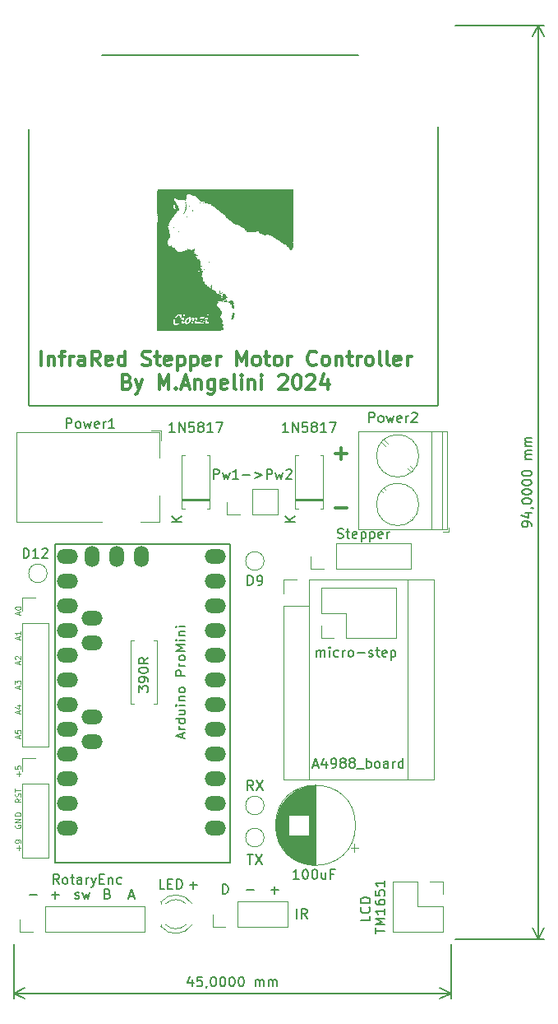
<source format=gbr>
%TF.GenerationSoftware,KiCad,Pcbnew,6.0.11-2627ca5db0~126~ubuntu20.04.1*%
%TF.CreationDate,2024-06-24T23:06:08+02:00*%
%TF.ProjectId,IRstepper,49527374-6570-4706-9572-2e6b69636164,rev?*%
%TF.SameCoordinates,Original*%
%TF.FileFunction,Legend,Top*%
%TF.FilePolarity,Positive*%
%FSLAX46Y46*%
G04 Gerber Fmt 4.6, Leading zero omitted, Abs format (unit mm)*
G04 Created by KiCad (PCBNEW 6.0.11-2627ca5db0~126~ubuntu20.04.1) date 2024-06-24 23:06:08*
%MOMM*%
%LPD*%
G01*
G04 APERTURE LIST*
%ADD10C,0.150000*%
%ADD11C,0.100000*%
%ADD12C,0.300000*%
%ADD13C,0.120000*%
%ADD14O,2.199640X1.501140*%
%ADD15O,1.501140X2.199640*%
G04 APERTURE END LIST*
D10*
X107354666Y-89304095D02*
X107354666Y-88827904D01*
X107640380Y-89399333D02*
X106640380Y-89066000D01*
X107640380Y-88732666D01*
X107640380Y-88399333D02*
X106973714Y-88399333D01*
X107164190Y-88399333D02*
X107068952Y-88351714D01*
X107021333Y-88304095D01*
X106973714Y-88208857D01*
X106973714Y-88113619D01*
X107640380Y-87351714D02*
X106640380Y-87351714D01*
X107592761Y-87351714D02*
X107640380Y-87446952D01*
X107640380Y-87637428D01*
X107592761Y-87732666D01*
X107545142Y-87780285D01*
X107449904Y-87827904D01*
X107164190Y-87827904D01*
X107068952Y-87780285D01*
X107021333Y-87732666D01*
X106973714Y-87637428D01*
X106973714Y-87446952D01*
X107021333Y-87351714D01*
X106973714Y-86446952D02*
X107640380Y-86446952D01*
X106973714Y-86875523D02*
X107497523Y-86875523D01*
X107592761Y-86827904D01*
X107640380Y-86732666D01*
X107640380Y-86589809D01*
X107592761Y-86494571D01*
X107545142Y-86446952D01*
X107640380Y-85970761D02*
X106973714Y-85970761D01*
X106640380Y-85970761D02*
X106688000Y-86018380D01*
X106735619Y-85970761D01*
X106688000Y-85923142D01*
X106640380Y-85970761D01*
X106735619Y-85970761D01*
X106973714Y-85494571D02*
X107640380Y-85494571D01*
X107068952Y-85494571D02*
X107021333Y-85446952D01*
X106973714Y-85351714D01*
X106973714Y-85208857D01*
X107021333Y-85113619D01*
X107116571Y-85066000D01*
X107640380Y-85066000D01*
X107640380Y-84446952D02*
X107592761Y-84542190D01*
X107545142Y-84589809D01*
X107449904Y-84637428D01*
X107164190Y-84637428D01*
X107068952Y-84589809D01*
X107021333Y-84542190D01*
X106973714Y-84446952D01*
X106973714Y-84304095D01*
X107021333Y-84208857D01*
X107068952Y-84161238D01*
X107164190Y-84113619D01*
X107449904Y-84113619D01*
X107545142Y-84161238D01*
X107592761Y-84208857D01*
X107640380Y-84304095D01*
X107640380Y-84446952D01*
X107640380Y-82923142D02*
X106640380Y-82923142D01*
X106640380Y-82542190D01*
X106688000Y-82446952D01*
X106735619Y-82399333D01*
X106830857Y-82351714D01*
X106973714Y-82351714D01*
X107068952Y-82399333D01*
X107116571Y-82446952D01*
X107164190Y-82542190D01*
X107164190Y-82923142D01*
X107640380Y-81923142D02*
X106973714Y-81923142D01*
X107164190Y-81923142D02*
X107068952Y-81875523D01*
X107021333Y-81827904D01*
X106973714Y-81732666D01*
X106973714Y-81637428D01*
X107640380Y-81161238D02*
X107592761Y-81256476D01*
X107545142Y-81304095D01*
X107449904Y-81351714D01*
X107164190Y-81351714D01*
X107068952Y-81304095D01*
X107021333Y-81256476D01*
X106973714Y-81161238D01*
X106973714Y-81018380D01*
X107021333Y-80923142D01*
X107068952Y-80875523D01*
X107164190Y-80827904D01*
X107449904Y-80827904D01*
X107545142Y-80875523D01*
X107592761Y-80923142D01*
X107640380Y-81018380D01*
X107640380Y-81161238D01*
X107640380Y-80399333D02*
X106640380Y-80399333D01*
X107354666Y-80066000D01*
X106640380Y-79732666D01*
X107640380Y-79732666D01*
X107640380Y-79256476D02*
X106973714Y-79256476D01*
X106640380Y-79256476D02*
X106688000Y-79304095D01*
X106735619Y-79256476D01*
X106688000Y-79208857D01*
X106640380Y-79256476D01*
X106735619Y-79256476D01*
X106973714Y-78780285D02*
X107640380Y-78780285D01*
X107068952Y-78780285D02*
X107021333Y-78732666D01*
X106973714Y-78637428D01*
X106973714Y-78494571D01*
X107021333Y-78399333D01*
X107116571Y-78351714D01*
X107640380Y-78351714D01*
X107640380Y-77875523D02*
X106973714Y-77875523D01*
X106640380Y-77875523D02*
X106688000Y-77923142D01*
X106735619Y-77875523D01*
X106688000Y-77827904D01*
X106640380Y-77875523D01*
X106735619Y-77875523D01*
X133662000Y-26416000D02*
X133662000Y-55078000D01*
X91522000Y-26670000D02*
X91522000Y-55084000D01*
X99060000Y-19050000D02*
X125476000Y-19050000D01*
X91604000Y-55118000D02*
X133604000Y-55118000D01*
D11*
X90524000Y-79168571D02*
X90524000Y-78882857D01*
X90695428Y-79225714D02*
X90095428Y-79025714D01*
X90695428Y-78825714D01*
X90695428Y-78311428D02*
X90695428Y-78654285D01*
X90695428Y-78482857D02*
X90095428Y-78482857D01*
X90181142Y-78540000D01*
X90238285Y-78597142D01*
X90266857Y-78654285D01*
D10*
X111498095Y-105354380D02*
X111498095Y-104354380D01*
X111736190Y-104354380D01*
X111879047Y-104402000D01*
X111974285Y-104497238D01*
X112021904Y-104592476D01*
X112069523Y-104782952D01*
X112069523Y-104925809D01*
X112021904Y-105116285D01*
X111974285Y-105211523D01*
X111879047Y-105306761D01*
X111736190Y-105354380D01*
X111498095Y-105354380D01*
D11*
X90524000Y-89328571D02*
X90524000Y-89042857D01*
X90695428Y-89385714D02*
X90095428Y-89185714D01*
X90695428Y-88985714D01*
X90095428Y-88500000D02*
X90095428Y-88785714D01*
X90381142Y-88814285D01*
X90352571Y-88785714D01*
X90324000Y-88728571D01*
X90324000Y-88585714D01*
X90352571Y-88528571D01*
X90381142Y-88500000D01*
X90438285Y-88471428D01*
X90581142Y-88471428D01*
X90638285Y-88500000D01*
X90666857Y-88528571D01*
X90695428Y-88585714D01*
X90695428Y-88728571D01*
X90666857Y-88785714D01*
X90638285Y-88814285D01*
X90524000Y-84248571D02*
X90524000Y-83962857D01*
X90695428Y-84305714D02*
X90095428Y-84105714D01*
X90695428Y-83905714D01*
X90095428Y-83762857D02*
X90095428Y-83391428D01*
X90324000Y-83591428D01*
X90324000Y-83505714D01*
X90352571Y-83448571D01*
X90381142Y-83420000D01*
X90438285Y-83391428D01*
X90581142Y-83391428D01*
X90638285Y-83420000D01*
X90666857Y-83448571D01*
X90695428Y-83505714D01*
X90695428Y-83677142D01*
X90666857Y-83734285D01*
X90638285Y-83762857D01*
D10*
X127214380Y-109441904D02*
X127214380Y-108870476D01*
X128214380Y-109156190D02*
X127214380Y-109156190D01*
X128214380Y-108537142D02*
X127214380Y-108537142D01*
X127928666Y-108203809D01*
X127214380Y-107870476D01*
X128214380Y-107870476D01*
X128214380Y-106870476D02*
X128214380Y-107441904D01*
X128214380Y-107156190D02*
X127214380Y-107156190D01*
X127357238Y-107251428D01*
X127452476Y-107346666D01*
X127500095Y-107441904D01*
X127214380Y-106013333D02*
X127214380Y-106203809D01*
X127262000Y-106299047D01*
X127309619Y-106346666D01*
X127452476Y-106441904D01*
X127642952Y-106489523D01*
X128023904Y-106489523D01*
X128119142Y-106441904D01*
X128166761Y-106394285D01*
X128214380Y-106299047D01*
X128214380Y-106108571D01*
X128166761Y-106013333D01*
X128119142Y-105965714D01*
X128023904Y-105918095D01*
X127785809Y-105918095D01*
X127690571Y-105965714D01*
X127642952Y-106013333D01*
X127595333Y-106108571D01*
X127595333Y-106299047D01*
X127642952Y-106394285D01*
X127690571Y-106441904D01*
X127785809Y-106489523D01*
X127214380Y-105013333D02*
X127214380Y-105489523D01*
X127690571Y-105537142D01*
X127642952Y-105489523D01*
X127595333Y-105394285D01*
X127595333Y-105156190D01*
X127642952Y-105060952D01*
X127690571Y-105013333D01*
X127785809Y-104965714D01*
X128023904Y-104965714D01*
X128119142Y-105013333D01*
X128166761Y-105060952D01*
X128214380Y-105156190D01*
X128214380Y-105394285D01*
X128166761Y-105489523D01*
X128119142Y-105537142D01*
X128214380Y-104013333D02*
X128214380Y-104584761D01*
X128214380Y-104299047D02*
X127214380Y-104299047D01*
X127357238Y-104394285D01*
X127452476Y-104489523D01*
X127500095Y-104584761D01*
X99639428Y-105338571D02*
X99782285Y-105386190D01*
X99829904Y-105433809D01*
X99877523Y-105529047D01*
X99877523Y-105671904D01*
X99829904Y-105767142D01*
X99782285Y-105814761D01*
X99687047Y-105862380D01*
X99306095Y-105862380D01*
X99306095Y-104862380D01*
X99639428Y-104862380D01*
X99734666Y-104910000D01*
X99782285Y-104957619D01*
X99829904Y-105052857D01*
X99829904Y-105148095D01*
X99782285Y-105243333D01*
X99734666Y-105290952D01*
X99639428Y-105338571D01*
X99306095Y-105338571D01*
D12*
X123126571Y-60051142D02*
X124269428Y-60051142D01*
X123698000Y-60622571D02*
X123698000Y-59479714D01*
D10*
X93853047Y-105481428D02*
X94614952Y-105481428D01*
X94234000Y-105862380D02*
X94234000Y-105100476D01*
X113919047Y-104973428D02*
X114680952Y-104973428D01*
X91567047Y-105481428D02*
X92328952Y-105481428D01*
D12*
X92795714Y-51033071D02*
X92795714Y-49533071D01*
X93509999Y-50033071D02*
X93509999Y-51033071D01*
X93509999Y-50175928D02*
X93581428Y-50104500D01*
X93724285Y-50033071D01*
X93938571Y-50033071D01*
X94081428Y-50104500D01*
X94152857Y-50247357D01*
X94152857Y-51033071D01*
X94652857Y-50033071D02*
X95224285Y-50033071D01*
X94867142Y-51033071D02*
X94867142Y-49747357D01*
X94938571Y-49604500D01*
X95081428Y-49533071D01*
X95224285Y-49533071D01*
X95724285Y-51033071D02*
X95724285Y-50033071D01*
X95724285Y-50318785D02*
X95795714Y-50175928D01*
X95867142Y-50104500D01*
X96009999Y-50033071D01*
X96152857Y-50033071D01*
X97295714Y-51033071D02*
X97295714Y-50247357D01*
X97224285Y-50104500D01*
X97081428Y-50033071D01*
X96795714Y-50033071D01*
X96652857Y-50104500D01*
X97295714Y-50961642D02*
X97152857Y-51033071D01*
X96795714Y-51033071D01*
X96652857Y-50961642D01*
X96581428Y-50818785D01*
X96581428Y-50675928D01*
X96652857Y-50533071D01*
X96795714Y-50461642D01*
X97152857Y-50461642D01*
X97295714Y-50390214D01*
X98867142Y-51033071D02*
X98367142Y-50318785D01*
X98009999Y-51033071D02*
X98009999Y-49533071D01*
X98581428Y-49533071D01*
X98724285Y-49604500D01*
X98795714Y-49675928D01*
X98867142Y-49818785D01*
X98867142Y-50033071D01*
X98795714Y-50175928D01*
X98724285Y-50247357D01*
X98581428Y-50318785D01*
X98009999Y-50318785D01*
X100081428Y-50961642D02*
X99938571Y-51033071D01*
X99652857Y-51033071D01*
X99509999Y-50961642D01*
X99438571Y-50818785D01*
X99438571Y-50247357D01*
X99509999Y-50104500D01*
X99652857Y-50033071D01*
X99938571Y-50033071D01*
X100081428Y-50104500D01*
X100152857Y-50247357D01*
X100152857Y-50390214D01*
X99438571Y-50533071D01*
X101438571Y-51033071D02*
X101438571Y-49533071D01*
X101438571Y-50961642D02*
X101295714Y-51033071D01*
X101009999Y-51033071D01*
X100867142Y-50961642D01*
X100795714Y-50890214D01*
X100724285Y-50747357D01*
X100724285Y-50318785D01*
X100795714Y-50175928D01*
X100867142Y-50104500D01*
X101009999Y-50033071D01*
X101295714Y-50033071D01*
X101438571Y-50104500D01*
X103224285Y-50961642D02*
X103438571Y-51033071D01*
X103795714Y-51033071D01*
X103938571Y-50961642D01*
X104009999Y-50890214D01*
X104081428Y-50747357D01*
X104081428Y-50604500D01*
X104009999Y-50461642D01*
X103938571Y-50390214D01*
X103795714Y-50318785D01*
X103509999Y-50247357D01*
X103367142Y-50175928D01*
X103295714Y-50104500D01*
X103224285Y-49961642D01*
X103224285Y-49818785D01*
X103295714Y-49675928D01*
X103367142Y-49604500D01*
X103509999Y-49533071D01*
X103867142Y-49533071D01*
X104081428Y-49604500D01*
X104509999Y-50033071D02*
X105081428Y-50033071D01*
X104724285Y-49533071D02*
X104724285Y-50818785D01*
X104795714Y-50961642D01*
X104938571Y-51033071D01*
X105081428Y-51033071D01*
X106152857Y-50961642D02*
X106009999Y-51033071D01*
X105724285Y-51033071D01*
X105581428Y-50961642D01*
X105509999Y-50818785D01*
X105509999Y-50247357D01*
X105581428Y-50104500D01*
X105724285Y-50033071D01*
X106009999Y-50033071D01*
X106152857Y-50104500D01*
X106224285Y-50247357D01*
X106224285Y-50390214D01*
X105509999Y-50533071D01*
X106867142Y-50033071D02*
X106867142Y-51533071D01*
X106867142Y-50104500D02*
X107009999Y-50033071D01*
X107295714Y-50033071D01*
X107438571Y-50104500D01*
X107509999Y-50175928D01*
X107581428Y-50318785D01*
X107581428Y-50747357D01*
X107509999Y-50890214D01*
X107438571Y-50961642D01*
X107295714Y-51033071D01*
X107009999Y-51033071D01*
X106867142Y-50961642D01*
X108224285Y-50033071D02*
X108224285Y-51533071D01*
X108224285Y-50104500D02*
X108367142Y-50033071D01*
X108652857Y-50033071D01*
X108795714Y-50104500D01*
X108867142Y-50175928D01*
X108938571Y-50318785D01*
X108938571Y-50747357D01*
X108867142Y-50890214D01*
X108795714Y-50961642D01*
X108652857Y-51033071D01*
X108367142Y-51033071D01*
X108224285Y-50961642D01*
X110152857Y-50961642D02*
X110009999Y-51033071D01*
X109724285Y-51033071D01*
X109581428Y-50961642D01*
X109509999Y-50818785D01*
X109509999Y-50247357D01*
X109581428Y-50104500D01*
X109724285Y-50033071D01*
X110009999Y-50033071D01*
X110152857Y-50104500D01*
X110224285Y-50247357D01*
X110224285Y-50390214D01*
X109509999Y-50533071D01*
X110867142Y-51033071D02*
X110867142Y-50033071D01*
X110867142Y-50318785D02*
X110938571Y-50175928D01*
X111009999Y-50104500D01*
X111152857Y-50033071D01*
X111295714Y-50033071D01*
X112938571Y-51033071D02*
X112938571Y-49533071D01*
X113438571Y-50604500D01*
X113938571Y-49533071D01*
X113938571Y-51033071D01*
X114867142Y-51033071D02*
X114724285Y-50961642D01*
X114652857Y-50890214D01*
X114581428Y-50747357D01*
X114581428Y-50318785D01*
X114652857Y-50175928D01*
X114724285Y-50104500D01*
X114867142Y-50033071D01*
X115081428Y-50033071D01*
X115224285Y-50104500D01*
X115295714Y-50175928D01*
X115367142Y-50318785D01*
X115367142Y-50747357D01*
X115295714Y-50890214D01*
X115224285Y-50961642D01*
X115081428Y-51033071D01*
X114867142Y-51033071D01*
X115795714Y-50033071D02*
X116367142Y-50033071D01*
X116009999Y-49533071D02*
X116009999Y-50818785D01*
X116081428Y-50961642D01*
X116224285Y-51033071D01*
X116367142Y-51033071D01*
X117081428Y-51033071D02*
X116938571Y-50961642D01*
X116867142Y-50890214D01*
X116795714Y-50747357D01*
X116795714Y-50318785D01*
X116867142Y-50175928D01*
X116938571Y-50104500D01*
X117081428Y-50033071D01*
X117295714Y-50033071D01*
X117438571Y-50104500D01*
X117509999Y-50175928D01*
X117581428Y-50318785D01*
X117581428Y-50747357D01*
X117509999Y-50890214D01*
X117438571Y-50961642D01*
X117295714Y-51033071D01*
X117081428Y-51033071D01*
X118224285Y-51033071D02*
X118224285Y-50033071D01*
X118224285Y-50318785D02*
X118295714Y-50175928D01*
X118367142Y-50104500D01*
X118509999Y-50033071D01*
X118652857Y-50033071D01*
X121152857Y-50890214D02*
X121081428Y-50961642D01*
X120867142Y-51033071D01*
X120724285Y-51033071D01*
X120509999Y-50961642D01*
X120367142Y-50818785D01*
X120295714Y-50675928D01*
X120224285Y-50390214D01*
X120224285Y-50175928D01*
X120295714Y-49890214D01*
X120367142Y-49747357D01*
X120509999Y-49604500D01*
X120724285Y-49533071D01*
X120867142Y-49533071D01*
X121081428Y-49604500D01*
X121152857Y-49675928D01*
X122009999Y-51033071D02*
X121867142Y-50961642D01*
X121795714Y-50890214D01*
X121724285Y-50747357D01*
X121724285Y-50318785D01*
X121795714Y-50175928D01*
X121867142Y-50104500D01*
X122009999Y-50033071D01*
X122224285Y-50033071D01*
X122367142Y-50104500D01*
X122438571Y-50175928D01*
X122509999Y-50318785D01*
X122509999Y-50747357D01*
X122438571Y-50890214D01*
X122367142Y-50961642D01*
X122224285Y-51033071D01*
X122009999Y-51033071D01*
X123152857Y-50033071D02*
X123152857Y-51033071D01*
X123152857Y-50175928D02*
X123224285Y-50104500D01*
X123367142Y-50033071D01*
X123581428Y-50033071D01*
X123724285Y-50104500D01*
X123795714Y-50247357D01*
X123795714Y-51033071D01*
X124295714Y-50033071D02*
X124867142Y-50033071D01*
X124510000Y-49533071D02*
X124510000Y-50818785D01*
X124581428Y-50961642D01*
X124724285Y-51033071D01*
X124867142Y-51033071D01*
X125367142Y-51033071D02*
X125367142Y-50033071D01*
X125367142Y-50318785D02*
X125438571Y-50175928D01*
X125510000Y-50104500D01*
X125652857Y-50033071D01*
X125795714Y-50033071D01*
X126510000Y-51033071D02*
X126367142Y-50961642D01*
X126295714Y-50890214D01*
X126224285Y-50747357D01*
X126224285Y-50318785D01*
X126295714Y-50175928D01*
X126367142Y-50104500D01*
X126510000Y-50033071D01*
X126724285Y-50033071D01*
X126867142Y-50104500D01*
X126938571Y-50175928D01*
X127010000Y-50318785D01*
X127010000Y-50747357D01*
X126938571Y-50890214D01*
X126867142Y-50961642D01*
X126724285Y-51033071D01*
X126510000Y-51033071D01*
X127867142Y-51033071D02*
X127724285Y-50961642D01*
X127652857Y-50818785D01*
X127652857Y-49533071D01*
X128652857Y-51033071D02*
X128509999Y-50961642D01*
X128438571Y-50818785D01*
X128438571Y-49533071D01*
X129795714Y-50961642D02*
X129652857Y-51033071D01*
X129367142Y-51033071D01*
X129224285Y-50961642D01*
X129152857Y-50818785D01*
X129152857Y-50247357D01*
X129224285Y-50104500D01*
X129367142Y-50033071D01*
X129652857Y-50033071D01*
X129795714Y-50104500D01*
X129867142Y-50247357D01*
X129867142Y-50390214D01*
X129152857Y-50533071D01*
X130509999Y-51033071D02*
X130509999Y-50033071D01*
X130509999Y-50318785D02*
X130581428Y-50175928D01*
X130652857Y-50104500D01*
X130795714Y-50033071D01*
X130938571Y-50033071D01*
X101652857Y-52662357D02*
X101867142Y-52733785D01*
X101938571Y-52805214D01*
X102010000Y-52948071D01*
X102010000Y-53162357D01*
X101938571Y-53305214D01*
X101867142Y-53376642D01*
X101724285Y-53448071D01*
X101152857Y-53448071D01*
X101152857Y-51948071D01*
X101652857Y-51948071D01*
X101795714Y-52019500D01*
X101867142Y-52090928D01*
X101938571Y-52233785D01*
X101938571Y-52376642D01*
X101867142Y-52519500D01*
X101795714Y-52590928D01*
X101652857Y-52662357D01*
X101152857Y-52662357D01*
X102510000Y-52448071D02*
X102867142Y-53448071D01*
X103224285Y-52448071D02*
X102867142Y-53448071D01*
X102724285Y-53805214D01*
X102652857Y-53876642D01*
X102510000Y-53948071D01*
X104938571Y-53448071D02*
X104938571Y-51948071D01*
X105438571Y-53019500D01*
X105938571Y-51948071D01*
X105938571Y-53448071D01*
X106652857Y-53305214D02*
X106724285Y-53376642D01*
X106652857Y-53448071D01*
X106581428Y-53376642D01*
X106652857Y-53305214D01*
X106652857Y-53448071D01*
X107295714Y-53019500D02*
X108010000Y-53019500D01*
X107152857Y-53448071D02*
X107652857Y-51948071D01*
X108152857Y-53448071D01*
X108652857Y-52448071D02*
X108652857Y-53448071D01*
X108652857Y-52590928D02*
X108724285Y-52519500D01*
X108867142Y-52448071D01*
X109081428Y-52448071D01*
X109224285Y-52519500D01*
X109295714Y-52662357D01*
X109295714Y-53448071D01*
X110652857Y-52448071D02*
X110652857Y-53662357D01*
X110581428Y-53805214D01*
X110510000Y-53876642D01*
X110367142Y-53948071D01*
X110152857Y-53948071D01*
X110010000Y-53876642D01*
X110652857Y-53376642D02*
X110510000Y-53448071D01*
X110224285Y-53448071D01*
X110081428Y-53376642D01*
X110010000Y-53305214D01*
X109938571Y-53162357D01*
X109938571Y-52733785D01*
X110010000Y-52590928D01*
X110081428Y-52519500D01*
X110224285Y-52448071D01*
X110510000Y-52448071D01*
X110652857Y-52519500D01*
X111938571Y-53376642D02*
X111795714Y-53448071D01*
X111510000Y-53448071D01*
X111367142Y-53376642D01*
X111295714Y-53233785D01*
X111295714Y-52662357D01*
X111367142Y-52519500D01*
X111510000Y-52448071D01*
X111795714Y-52448071D01*
X111938571Y-52519500D01*
X112010000Y-52662357D01*
X112010000Y-52805214D01*
X111295714Y-52948071D01*
X112867142Y-53448071D02*
X112724285Y-53376642D01*
X112652857Y-53233785D01*
X112652857Y-51948071D01*
X113438571Y-53448071D02*
X113438571Y-52448071D01*
X113438571Y-51948071D02*
X113367142Y-52019500D01*
X113438571Y-52090928D01*
X113510000Y-52019500D01*
X113438571Y-51948071D01*
X113438571Y-52090928D01*
X114152857Y-52448071D02*
X114152857Y-53448071D01*
X114152857Y-52590928D02*
X114224285Y-52519500D01*
X114367142Y-52448071D01*
X114581428Y-52448071D01*
X114724285Y-52519500D01*
X114795714Y-52662357D01*
X114795714Y-53448071D01*
X115510000Y-53448071D02*
X115510000Y-52448071D01*
X115510000Y-51948071D02*
X115438571Y-52019500D01*
X115510000Y-52090928D01*
X115581428Y-52019500D01*
X115510000Y-51948071D01*
X115510000Y-52090928D01*
X117295714Y-52090928D02*
X117367142Y-52019500D01*
X117510000Y-51948071D01*
X117867142Y-51948071D01*
X118010000Y-52019500D01*
X118081428Y-52090928D01*
X118152857Y-52233785D01*
X118152857Y-52376642D01*
X118081428Y-52590928D01*
X117224285Y-53448071D01*
X118152857Y-53448071D01*
X119081428Y-51948071D02*
X119224285Y-51948071D01*
X119367142Y-52019500D01*
X119438571Y-52090928D01*
X119510000Y-52233785D01*
X119581428Y-52519500D01*
X119581428Y-52876642D01*
X119510000Y-53162357D01*
X119438571Y-53305214D01*
X119367142Y-53376642D01*
X119224285Y-53448071D01*
X119081428Y-53448071D01*
X118938571Y-53376642D01*
X118867142Y-53305214D01*
X118795714Y-53162357D01*
X118724285Y-52876642D01*
X118724285Y-52519500D01*
X118795714Y-52233785D01*
X118867142Y-52090928D01*
X118938571Y-52019500D01*
X119081428Y-51948071D01*
X120152857Y-52090928D02*
X120224285Y-52019500D01*
X120367142Y-51948071D01*
X120724285Y-51948071D01*
X120867142Y-52019500D01*
X120938571Y-52090928D01*
X121010000Y-52233785D01*
X121010000Y-52376642D01*
X120938571Y-52590928D01*
X120081428Y-53448071D01*
X121010000Y-53448071D01*
X122295714Y-52448071D02*
X122295714Y-53448071D01*
X121938571Y-51876642D02*
X121581428Y-52948071D01*
X122510000Y-52948071D01*
D11*
X90695428Y-95578571D02*
X90409714Y-95778571D01*
X90695428Y-95921428D02*
X90095428Y-95921428D01*
X90095428Y-95692857D01*
X90124000Y-95635714D01*
X90152571Y-95607142D01*
X90209714Y-95578571D01*
X90295428Y-95578571D01*
X90352571Y-95607142D01*
X90381142Y-95635714D01*
X90409714Y-95692857D01*
X90409714Y-95921428D01*
X90666857Y-95350000D02*
X90695428Y-95264285D01*
X90695428Y-95121428D01*
X90666857Y-95064285D01*
X90638285Y-95035714D01*
X90581142Y-95007142D01*
X90524000Y-95007142D01*
X90466857Y-95035714D01*
X90438285Y-95064285D01*
X90409714Y-95121428D01*
X90381142Y-95235714D01*
X90352571Y-95292857D01*
X90324000Y-95321428D01*
X90266857Y-95350000D01*
X90209714Y-95350000D01*
X90152571Y-95321428D01*
X90124000Y-95292857D01*
X90095428Y-95235714D01*
X90095428Y-95092857D01*
X90124000Y-95007142D01*
X90095428Y-94835714D02*
X90095428Y-94492857D01*
X90695428Y-94664285D02*
X90095428Y-94664285D01*
X90466857Y-100844285D02*
X90466857Y-100387142D01*
X90695428Y-100615714D02*
X90238285Y-100615714D01*
X90695428Y-100072857D02*
X90695428Y-99958571D01*
X90666857Y-99901428D01*
X90638285Y-99872857D01*
X90552571Y-99815714D01*
X90438285Y-99787142D01*
X90209714Y-99787142D01*
X90152571Y-99815714D01*
X90124000Y-99844285D01*
X90095428Y-99901428D01*
X90095428Y-100015714D01*
X90124000Y-100072857D01*
X90152571Y-100101428D01*
X90209714Y-100130000D01*
X90352571Y-100130000D01*
X90409714Y-100101428D01*
X90438285Y-100072857D01*
X90466857Y-100015714D01*
X90466857Y-99901428D01*
X90438285Y-99844285D01*
X90409714Y-99815714D01*
X90352571Y-99787142D01*
D10*
X116459047Y-104973428D02*
X117220952Y-104973428D01*
X116840000Y-105354380D02*
X116840000Y-104592476D01*
D12*
X123126571Y-65639142D02*
X124269428Y-65639142D01*
D10*
X96289904Y-105814761D02*
X96385142Y-105862380D01*
X96575619Y-105862380D01*
X96670857Y-105814761D01*
X96718476Y-105719523D01*
X96718476Y-105671904D01*
X96670857Y-105576666D01*
X96575619Y-105529047D01*
X96432761Y-105529047D01*
X96337523Y-105481428D01*
X96289904Y-105386190D01*
X96289904Y-105338571D01*
X96337523Y-105243333D01*
X96432761Y-105195714D01*
X96575619Y-105195714D01*
X96670857Y-105243333D01*
X97051809Y-105195714D02*
X97242285Y-105862380D01*
X97432761Y-105386190D01*
X97623238Y-105862380D01*
X97813714Y-105195714D01*
X108077047Y-104465428D02*
X108838952Y-104465428D01*
X108458000Y-104846380D02*
X108458000Y-104084476D01*
D11*
X90466857Y-93234285D02*
X90466857Y-92777142D01*
X90695428Y-93005714D02*
X90238285Y-93005714D01*
X90095428Y-92205714D02*
X90095428Y-92491428D01*
X90381142Y-92520000D01*
X90352571Y-92491428D01*
X90324000Y-92434285D01*
X90324000Y-92291428D01*
X90352571Y-92234285D01*
X90381142Y-92205714D01*
X90438285Y-92177142D01*
X90581142Y-92177142D01*
X90638285Y-92205714D01*
X90666857Y-92234285D01*
X90695428Y-92291428D01*
X90695428Y-92434285D01*
X90666857Y-92491428D01*
X90638285Y-92520000D01*
X90124000Y-98247142D02*
X90095428Y-98304285D01*
X90095428Y-98390000D01*
X90124000Y-98475714D01*
X90181142Y-98532857D01*
X90238285Y-98561428D01*
X90352571Y-98590000D01*
X90438285Y-98590000D01*
X90552571Y-98561428D01*
X90609714Y-98532857D01*
X90666857Y-98475714D01*
X90695428Y-98390000D01*
X90695428Y-98332857D01*
X90666857Y-98247142D01*
X90638285Y-98218571D01*
X90438285Y-98218571D01*
X90438285Y-98332857D01*
X90695428Y-97961428D02*
X90095428Y-97961428D01*
X90695428Y-97618571D01*
X90095428Y-97618571D01*
X90695428Y-97332857D02*
X90095428Y-97332857D01*
X90095428Y-97190000D01*
X90124000Y-97104285D01*
X90181142Y-97047142D01*
X90238285Y-97018571D01*
X90352571Y-96990000D01*
X90438285Y-96990000D01*
X90552571Y-97018571D01*
X90609714Y-97047142D01*
X90666857Y-97104285D01*
X90695428Y-97190000D01*
X90695428Y-97332857D01*
X90524000Y-81708571D02*
X90524000Y-81422857D01*
X90695428Y-81765714D02*
X90095428Y-81565714D01*
X90695428Y-81365714D01*
X90152571Y-81194285D02*
X90124000Y-81165714D01*
X90095428Y-81108571D01*
X90095428Y-80965714D01*
X90124000Y-80908571D01*
X90152571Y-80880000D01*
X90209714Y-80851428D01*
X90266857Y-80851428D01*
X90352571Y-80880000D01*
X90695428Y-81222857D01*
X90695428Y-80851428D01*
D10*
X101869904Y-105576666D02*
X102346095Y-105576666D01*
X101774666Y-105862380D02*
X102108000Y-104862380D01*
X102441333Y-105862380D01*
D11*
X90524000Y-86788571D02*
X90524000Y-86502857D01*
X90695428Y-86845714D02*
X90095428Y-86645714D01*
X90695428Y-86445714D01*
X90295428Y-85988571D02*
X90695428Y-85988571D01*
X90066857Y-86131428D02*
X90495428Y-86274285D01*
X90495428Y-85902857D01*
X90524000Y-76628571D02*
X90524000Y-76342857D01*
X90695428Y-76685714D02*
X90095428Y-76485714D01*
X90695428Y-76285714D01*
X90095428Y-75971428D02*
X90095428Y-75914285D01*
X90124000Y-75857142D01*
X90152571Y-75828571D01*
X90209714Y-75800000D01*
X90324000Y-75771428D01*
X90466857Y-75771428D01*
X90581142Y-75800000D01*
X90638285Y-75828571D01*
X90666857Y-75857142D01*
X90695428Y-75914285D01*
X90695428Y-75971428D01*
X90666857Y-76028571D01*
X90638285Y-76057142D01*
X90581142Y-76085714D01*
X90466857Y-76114285D01*
X90324000Y-76114285D01*
X90209714Y-76085714D01*
X90152571Y-76057142D01*
X90124000Y-76028571D01*
X90095428Y-75971428D01*
D10*
X108357142Y-114205714D02*
X108357142Y-114872380D01*
X108119047Y-113824761D02*
X107880952Y-114539047D01*
X108500000Y-114539047D01*
X109357142Y-113872380D02*
X108880952Y-113872380D01*
X108833333Y-114348571D01*
X108880952Y-114300952D01*
X108976190Y-114253333D01*
X109214285Y-114253333D01*
X109309523Y-114300952D01*
X109357142Y-114348571D01*
X109404761Y-114443809D01*
X109404761Y-114681904D01*
X109357142Y-114777142D01*
X109309523Y-114824761D01*
X109214285Y-114872380D01*
X108976190Y-114872380D01*
X108880952Y-114824761D01*
X108833333Y-114777142D01*
X109880952Y-114824761D02*
X109880952Y-114872380D01*
X109833333Y-114967619D01*
X109785714Y-115015238D01*
X110500000Y-113872380D02*
X110595238Y-113872380D01*
X110690476Y-113920000D01*
X110738095Y-113967619D01*
X110785714Y-114062857D01*
X110833333Y-114253333D01*
X110833333Y-114491428D01*
X110785714Y-114681904D01*
X110738095Y-114777142D01*
X110690476Y-114824761D01*
X110595238Y-114872380D01*
X110500000Y-114872380D01*
X110404761Y-114824761D01*
X110357142Y-114777142D01*
X110309523Y-114681904D01*
X110261904Y-114491428D01*
X110261904Y-114253333D01*
X110309523Y-114062857D01*
X110357142Y-113967619D01*
X110404761Y-113920000D01*
X110500000Y-113872380D01*
X111452380Y-113872380D02*
X111547619Y-113872380D01*
X111642857Y-113920000D01*
X111690476Y-113967619D01*
X111738095Y-114062857D01*
X111785714Y-114253333D01*
X111785714Y-114491428D01*
X111738095Y-114681904D01*
X111690476Y-114777142D01*
X111642857Y-114824761D01*
X111547619Y-114872380D01*
X111452380Y-114872380D01*
X111357142Y-114824761D01*
X111309523Y-114777142D01*
X111261904Y-114681904D01*
X111214285Y-114491428D01*
X111214285Y-114253333D01*
X111261904Y-114062857D01*
X111309523Y-113967619D01*
X111357142Y-113920000D01*
X111452380Y-113872380D01*
X112404761Y-113872380D02*
X112500000Y-113872380D01*
X112595238Y-113920000D01*
X112642857Y-113967619D01*
X112690476Y-114062857D01*
X112738095Y-114253333D01*
X112738095Y-114491428D01*
X112690476Y-114681904D01*
X112642857Y-114777142D01*
X112595238Y-114824761D01*
X112500000Y-114872380D01*
X112404761Y-114872380D01*
X112309523Y-114824761D01*
X112261904Y-114777142D01*
X112214285Y-114681904D01*
X112166666Y-114491428D01*
X112166666Y-114253333D01*
X112214285Y-114062857D01*
X112261904Y-113967619D01*
X112309523Y-113920000D01*
X112404761Y-113872380D01*
X113357142Y-113872380D02*
X113452380Y-113872380D01*
X113547619Y-113920000D01*
X113595238Y-113967619D01*
X113642857Y-114062857D01*
X113690476Y-114253333D01*
X113690476Y-114491428D01*
X113642857Y-114681904D01*
X113595238Y-114777142D01*
X113547619Y-114824761D01*
X113452380Y-114872380D01*
X113357142Y-114872380D01*
X113261904Y-114824761D01*
X113214285Y-114777142D01*
X113166666Y-114681904D01*
X113119047Y-114491428D01*
X113119047Y-114253333D01*
X113166666Y-114062857D01*
X113214285Y-113967619D01*
X113261904Y-113920000D01*
X113357142Y-113872380D01*
X114880952Y-114872380D02*
X114880952Y-114205714D01*
X114880952Y-114300952D02*
X114928571Y-114253333D01*
X115023809Y-114205714D01*
X115166666Y-114205714D01*
X115261904Y-114253333D01*
X115309523Y-114348571D01*
X115309523Y-114872380D01*
X115309523Y-114348571D02*
X115357142Y-114253333D01*
X115452380Y-114205714D01*
X115595238Y-114205714D01*
X115690476Y-114253333D01*
X115738095Y-114348571D01*
X115738095Y-114872380D01*
X116214285Y-114872380D02*
X116214285Y-114205714D01*
X116214285Y-114300952D02*
X116261904Y-114253333D01*
X116357142Y-114205714D01*
X116500000Y-114205714D01*
X116595238Y-114253333D01*
X116642857Y-114348571D01*
X116642857Y-114872380D01*
X116642857Y-114348571D02*
X116690476Y-114253333D01*
X116785714Y-114205714D01*
X116928571Y-114205714D01*
X117023809Y-114253333D01*
X117071428Y-114348571D01*
X117071428Y-114872380D01*
X90000000Y-110500000D02*
X90000000Y-116156420D01*
X135000000Y-110500000D02*
X135000000Y-116156420D01*
X90000000Y-115570000D02*
X135000000Y-115570000D01*
X90000000Y-115570000D02*
X135000000Y-115570000D01*
X90000000Y-115570000D02*
X91126504Y-116156421D01*
X90000000Y-115570000D02*
X91126504Y-114983579D01*
X135000000Y-115570000D02*
X133873496Y-114983579D01*
X135000000Y-115570000D02*
X133873496Y-116156421D01*
X143320380Y-67523809D02*
X143320380Y-67333333D01*
X143272761Y-67238095D01*
X143225142Y-67190476D01*
X143082285Y-67095238D01*
X142891809Y-67047619D01*
X142510857Y-67047619D01*
X142415619Y-67095238D01*
X142368000Y-67142857D01*
X142320380Y-67238095D01*
X142320380Y-67428571D01*
X142368000Y-67523809D01*
X142415619Y-67571428D01*
X142510857Y-67619047D01*
X142748952Y-67619047D01*
X142844190Y-67571428D01*
X142891809Y-67523809D01*
X142939428Y-67428571D01*
X142939428Y-67238095D01*
X142891809Y-67142857D01*
X142844190Y-67095238D01*
X142748952Y-67047619D01*
X142653714Y-66190476D02*
X143320380Y-66190476D01*
X142272761Y-66428571D02*
X142987047Y-66666666D01*
X142987047Y-66047619D01*
X143272761Y-65619047D02*
X143320380Y-65619047D01*
X143415619Y-65666666D01*
X143463238Y-65714285D01*
X142320380Y-65000000D02*
X142320380Y-64904761D01*
X142368000Y-64809523D01*
X142415619Y-64761904D01*
X142510857Y-64714285D01*
X142701333Y-64666666D01*
X142939428Y-64666666D01*
X143129904Y-64714285D01*
X143225142Y-64761904D01*
X143272761Y-64809523D01*
X143320380Y-64904761D01*
X143320380Y-65000000D01*
X143272761Y-65095238D01*
X143225142Y-65142857D01*
X143129904Y-65190476D01*
X142939428Y-65238095D01*
X142701333Y-65238095D01*
X142510857Y-65190476D01*
X142415619Y-65142857D01*
X142368000Y-65095238D01*
X142320380Y-65000000D01*
X142320380Y-64047619D02*
X142320380Y-63952380D01*
X142368000Y-63857142D01*
X142415619Y-63809523D01*
X142510857Y-63761904D01*
X142701333Y-63714285D01*
X142939428Y-63714285D01*
X143129904Y-63761904D01*
X143225142Y-63809523D01*
X143272761Y-63857142D01*
X143320380Y-63952380D01*
X143320380Y-64047619D01*
X143272761Y-64142857D01*
X143225142Y-64190476D01*
X143129904Y-64238095D01*
X142939428Y-64285714D01*
X142701333Y-64285714D01*
X142510857Y-64238095D01*
X142415619Y-64190476D01*
X142368000Y-64142857D01*
X142320380Y-64047619D01*
X142320380Y-63095238D02*
X142320380Y-63000000D01*
X142368000Y-62904761D01*
X142415619Y-62857142D01*
X142510857Y-62809523D01*
X142701333Y-62761904D01*
X142939428Y-62761904D01*
X143129904Y-62809523D01*
X143225142Y-62857142D01*
X143272761Y-62904761D01*
X143320380Y-63000000D01*
X143320380Y-63095238D01*
X143272761Y-63190476D01*
X143225142Y-63238095D01*
X143129904Y-63285714D01*
X142939428Y-63333333D01*
X142701333Y-63333333D01*
X142510857Y-63285714D01*
X142415619Y-63238095D01*
X142368000Y-63190476D01*
X142320380Y-63095238D01*
X142320380Y-62142857D02*
X142320380Y-62047619D01*
X142368000Y-61952380D01*
X142415619Y-61904761D01*
X142510857Y-61857142D01*
X142701333Y-61809523D01*
X142939428Y-61809523D01*
X143129904Y-61857142D01*
X143225142Y-61904761D01*
X143272761Y-61952380D01*
X143320380Y-62047619D01*
X143320380Y-62142857D01*
X143272761Y-62238095D01*
X143225142Y-62285714D01*
X143129904Y-62333333D01*
X142939428Y-62380952D01*
X142701333Y-62380952D01*
X142510857Y-62333333D01*
X142415619Y-62285714D01*
X142368000Y-62238095D01*
X142320380Y-62142857D01*
X143320380Y-60619047D02*
X142653714Y-60619047D01*
X142748952Y-60619047D02*
X142701333Y-60571428D01*
X142653714Y-60476190D01*
X142653714Y-60333333D01*
X142701333Y-60238095D01*
X142796571Y-60190476D01*
X143320380Y-60190476D01*
X142796571Y-60190476D02*
X142701333Y-60142857D01*
X142653714Y-60047619D01*
X142653714Y-59904761D01*
X142701333Y-59809523D01*
X142796571Y-59761904D01*
X143320380Y-59761904D01*
X143320380Y-59285714D02*
X142653714Y-59285714D01*
X142748952Y-59285714D02*
X142701333Y-59238095D01*
X142653714Y-59142857D01*
X142653714Y-59000000D01*
X142701333Y-58904761D01*
X142796571Y-58857142D01*
X143320380Y-58857142D01*
X142796571Y-58857142D02*
X142701333Y-58809523D01*
X142653714Y-58714285D01*
X142653714Y-58571428D01*
X142701333Y-58476190D01*
X142796571Y-58428571D01*
X143320380Y-58428571D01*
X135500000Y-110000000D02*
X144604420Y-110000000D01*
X135500000Y-16000000D02*
X144604420Y-16000000D01*
X144018000Y-110000000D02*
X144018000Y-16000000D01*
X144018000Y-110000000D02*
X144018000Y-16000000D01*
X144018000Y-110000000D02*
X144604421Y-108873496D01*
X144018000Y-110000000D02*
X143431579Y-108873496D01*
X144018000Y-16000000D02*
X143431579Y-17126504D01*
X144018000Y-16000000D02*
X144604421Y-17126504D01*
%TO.C,D3*%
X106569142Y-57856380D02*
X105997714Y-57856380D01*
X106283428Y-57856380D02*
X106283428Y-56856380D01*
X106188190Y-56999238D01*
X106092952Y-57094476D01*
X105997714Y-57142095D01*
X106997714Y-57856380D02*
X106997714Y-56856380D01*
X107569142Y-57856380D01*
X107569142Y-56856380D01*
X108521523Y-56856380D02*
X108045333Y-56856380D01*
X107997714Y-57332571D01*
X108045333Y-57284952D01*
X108140571Y-57237333D01*
X108378666Y-57237333D01*
X108473904Y-57284952D01*
X108521523Y-57332571D01*
X108569142Y-57427809D01*
X108569142Y-57665904D01*
X108521523Y-57761142D01*
X108473904Y-57808761D01*
X108378666Y-57856380D01*
X108140571Y-57856380D01*
X108045333Y-57808761D01*
X107997714Y-57761142D01*
X109140571Y-57284952D02*
X109045333Y-57237333D01*
X108997714Y-57189714D01*
X108950095Y-57094476D01*
X108950095Y-57046857D01*
X108997714Y-56951619D01*
X109045333Y-56904000D01*
X109140571Y-56856380D01*
X109331047Y-56856380D01*
X109426285Y-56904000D01*
X109473904Y-56951619D01*
X109521523Y-57046857D01*
X109521523Y-57094476D01*
X109473904Y-57189714D01*
X109426285Y-57237333D01*
X109331047Y-57284952D01*
X109140571Y-57284952D01*
X109045333Y-57332571D01*
X108997714Y-57380190D01*
X108950095Y-57475428D01*
X108950095Y-57665904D01*
X108997714Y-57761142D01*
X109045333Y-57808761D01*
X109140571Y-57856380D01*
X109331047Y-57856380D01*
X109426285Y-57808761D01*
X109473904Y-57761142D01*
X109521523Y-57665904D01*
X109521523Y-57475428D01*
X109473904Y-57380190D01*
X109426285Y-57332571D01*
X109331047Y-57284952D01*
X110473904Y-57856380D02*
X109902476Y-57856380D01*
X110188190Y-57856380D02*
X110188190Y-56856380D01*
X110092952Y-56999238D01*
X109997714Y-57094476D01*
X109902476Y-57142095D01*
X110807238Y-56856380D02*
X111473904Y-56856380D01*
X111045333Y-57856380D01*
X107264380Y-67063904D02*
X106264380Y-67063904D01*
X107264380Y-66492476D02*
X106692952Y-66921047D01*
X106264380Y-66492476D02*
X106835809Y-67063904D01*
%TO.C,J1*%
X94631238Y-104338380D02*
X94297904Y-103862190D01*
X94059809Y-104338380D02*
X94059809Y-103338380D01*
X94440761Y-103338380D01*
X94536000Y-103386000D01*
X94583619Y-103433619D01*
X94631238Y-103528857D01*
X94631238Y-103671714D01*
X94583619Y-103766952D01*
X94536000Y-103814571D01*
X94440761Y-103862190D01*
X94059809Y-103862190D01*
X95202666Y-104338380D02*
X95107428Y-104290761D01*
X95059809Y-104243142D01*
X95012190Y-104147904D01*
X95012190Y-103862190D01*
X95059809Y-103766952D01*
X95107428Y-103719333D01*
X95202666Y-103671714D01*
X95345523Y-103671714D01*
X95440761Y-103719333D01*
X95488380Y-103766952D01*
X95536000Y-103862190D01*
X95536000Y-104147904D01*
X95488380Y-104243142D01*
X95440761Y-104290761D01*
X95345523Y-104338380D01*
X95202666Y-104338380D01*
X95821714Y-103671714D02*
X96202666Y-103671714D01*
X95964571Y-103338380D02*
X95964571Y-104195523D01*
X96012190Y-104290761D01*
X96107428Y-104338380D01*
X96202666Y-104338380D01*
X96964571Y-104338380D02*
X96964571Y-103814571D01*
X96916952Y-103719333D01*
X96821714Y-103671714D01*
X96631238Y-103671714D01*
X96536000Y-103719333D01*
X96964571Y-104290761D02*
X96869333Y-104338380D01*
X96631238Y-104338380D01*
X96536000Y-104290761D01*
X96488380Y-104195523D01*
X96488380Y-104100285D01*
X96536000Y-104005047D01*
X96631238Y-103957428D01*
X96869333Y-103957428D01*
X96964571Y-103909809D01*
X97440761Y-104338380D02*
X97440761Y-103671714D01*
X97440761Y-103862190D02*
X97488380Y-103766952D01*
X97536000Y-103719333D01*
X97631238Y-103671714D01*
X97726476Y-103671714D01*
X97964571Y-103671714D02*
X98202666Y-104338380D01*
X98440761Y-103671714D02*
X98202666Y-104338380D01*
X98107428Y-104576476D01*
X98059809Y-104624095D01*
X97964571Y-104671714D01*
X98821714Y-103814571D02*
X99155047Y-103814571D01*
X99297904Y-104338380D02*
X98821714Y-104338380D01*
X98821714Y-103338380D01*
X99297904Y-103338380D01*
X99726476Y-103671714D02*
X99726476Y-104338380D01*
X99726476Y-103766952D02*
X99774095Y-103719333D01*
X99869333Y-103671714D01*
X100012190Y-103671714D01*
X100107428Y-103719333D01*
X100155047Y-103814571D01*
X100155047Y-104338380D01*
X101059809Y-104290761D02*
X100964571Y-104338380D01*
X100774095Y-104338380D01*
X100678857Y-104290761D01*
X100631238Y-104243142D01*
X100583619Y-104147904D01*
X100583619Y-103862190D01*
X100631238Y-103766952D01*
X100678857Y-103719333D01*
X100774095Y-103671714D01*
X100964571Y-103671714D01*
X101059809Y-103719333D01*
%TO.C,TP2*%
X114641333Y-94686380D02*
X114308000Y-94210190D01*
X114069904Y-94686380D02*
X114069904Y-93686380D01*
X114450857Y-93686380D01*
X114546095Y-93734000D01*
X114593714Y-93781619D01*
X114641333Y-93876857D01*
X114641333Y-94019714D01*
X114593714Y-94114952D01*
X114546095Y-94162571D01*
X114450857Y-94210190D01*
X114069904Y-94210190D01*
X114974666Y-93686380D02*
X115641333Y-94686380D01*
X115641333Y-93686380D02*
X114974666Y-94686380D01*
%TO.C,J5*%
X123341142Y-68730761D02*
X123484000Y-68778380D01*
X123722095Y-68778380D01*
X123817333Y-68730761D01*
X123864952Y-68683142D01*
X123912571Y-68587904D01*
X123912571Y-68492666D01*
X123864952Y-68397428D01*
X123817333Y-68349809D01*
X123722095Y-68302190D01*
X123531619Y-68254571D01*
X123436380Y-68206952D01*
X123388761Y-68159333D01*
X123341142Y-68064095D01*
X123341142Y-67968857D01*
X123388761Y-67873619D01*
X123436380Y-67826000D01*
X123531619Y-67778380D01*
X123769714Y-67778380D01*
X123912571Y-67826000D01*
X124198285Y-68111714D02*
X124579238Y-68111714D01*
X124341142Y-67778380D02*
X124341142Y-68635523D01*
X124388761Y-68730761D01*
X124484000Y-68778380D01*
X124579238Y-68778380D01*
X125293523Y-68730761D02*
X125198285Y-68778380D01*
X125007809Y-68778380D01*
X124912571Y-68730761D01*
X124864952Y-68635523D01*
X124864952Y-68254571D01*
X124912571Y-68159333D01*
X125007809Y-68111714D01*
X125198285Y-68111714D01*
X125293523Y-68159333D01*
X125341142Y-68254571D01*
X125341142Y-68349809D01*
X124864952Y-68445047D01*
X125769714Y-68111714D02*
X125769714Y-69111714D01*
X125769714Y-68159333D02*
X125864952Y-68111714D01*
X126055428Y-68111714D01*
X126150666Y-68159333D01*
X126198285Y-68206952D01*
X126245904Y-68302190D01*
X126245904Y-68587904D01*
X126198285Y-68683142D01*
X126150666Y-68730761D01*
X126055428Y-68778380D01*
X125864952Y-68778380D01*
X125769714Y-68730761D01*
X126674476Y-68111714D02*
X126674476Y-69111714D01*
X126674476Y-68159333D02*
X126769714Y-68111714D01*
X126960190Y-68111714D01*
X127055428Y-68159333D01*
X127103047Y-68206952D01*
X127150666Y-68302190D01*
X127150666Y-68587904D01*
X127103047Y-68683142D01*
X127055428Y-68730761D01*
X126960190Y-68778380D01*
X126769714Y-68778380D01*
X126674476Y-68730761D01*
X127960190Y-68730761D02*
X127864952Y-68778380D01*
X127674476Y-68778380D01*
X127579238Y-68730761D01*
X127531619Y-68635523D01*
X127531619Y-68254571D01*
X127579238Y-68159333D01*
X127674476Y-68111714D01*
X127864952Y-68111714D01*
X127960190Y-68159333D01*
X128007809Y-68254571D01*
X128007809Y-68349809D01*
X127531619Y-68445047D01*
X128436380Y-68778380D02*
X128436380Y-68111714D01*
X128436380Y-68302190D02*
X128484000Y-68206952D01*
X128531619Y-68159333D01*
X128626857Y-68111714D01*
X128722095Y-68111714D01*
%TO.C,D1*%
X118253142Y-57856380D02*
X117681714Y-57856380D01*
X117967428Y-57856380D02*
X117967428Y-56856380D01*
X117872190Y-56999238D01*
X117776952Y-57094476D01*
X117681714Y-57142095D01*
X118681714Y-57856380D02*
X118681714Y-56856380D01*
X119253142Y-57856380D01*
X119253142Y-56856380D01*
X120205523Y-56856380D02*
X119729333Y-56856380D01*
X119681714Y-57332571D01*
X119729333Y-57284952D01*
X119824571Y-57237333D01*
X120062666Y-57237333D01*
X120157904Y-57284952D01*
X120205523Y-57332571D01*
X120253142Y-57427809D01*
X120253142Y-57665904D01*
X120205523Y-57761142D01*
X120157904Y-57808761D01*
X120062666Y-57856380D01*
X119824571Y-57856380D01*
X119729333Y-57808761D01*
X119681714Y-57761142D01*
X120824571Y-57284952D02*
X120729333Y-57237333D01*
X120681714Y-57189714D01*
X120634095Y-57094476D01*
X120634095Y-57046857D01*
X120681714Y-56951619D01*
X120729333Y-56904000D01*
X120824571Y-56856380D01*
X121015047Y-56856380D01*
X121110285Y-56904000D01*
X121157904Y-56951619D01*
X121205523Y-57046857D01*
X121205523Y-57094476D01*
X121157904Y-57189714D01*
X121110285Y-57237333D01*
X121015047Y-57284952D01*
X120824571Y-57284952D01*
X120729333Y-57332571D01*
X120681714Y-57380190D01*
X120634095Y-57475428D01*
X120634095Y-57665904D01*
X120681714Y-57761142D01*
X120729333Y-57808761D01*
X120824571Y-57856380D01*
X121015047Y-57856380D01*
X121110285Y-57808761D01*
X121157904Y-57761142D01*
X121205523Y-57665904D01*
X121205523Y-57475428D01*
X121157904Y-57380190D01*
X121110285Y-57332571D01*
X121015047Y-57284952D01*
X122157904Y-57856380D02*
X121586476Y-57856380D01*
X121872190Y-57856380D02*
X121872190Y-56856380D01*
X121776952Y-56999238D01*
X121681714Y-57094476D01*
X121586476Y-57142095D01*
X122491238Y-56856380D02*
X123157904Y-56856380D01*
X122729333Y-57856380D01*
X118948380Y-67063904D02*
X117948380Y-67063904D01*
X118948380Y-66492476D02*
X118376952Y-66921047D01*
X117948380Y-66492476D02*
X118519809Y-67063904D01*
%TO.C,J3*%
X110554000Y-62682380D02*
X110554000Y-61682380D01*
X110934952Y-61682380D01*
X111030190Y-61730000D01*
X111077809Y-61777619D01*
X111125428Y-61872857D01*
X111125428Y-62015714D01*
X111077809Y-62110952D01*
X111030190Y-62158571D01*
X110934952Y-62206190D01*
X110554000Y-62206190D01*
X111458761Y-62015714D02*
X111649238Y-62682380D01*
X111839714Y-62206190D01*
X112030190Y-62682380D01*
X112220666Y-62015714D01*
X113125428Y-62682380D02*
X112554000Y-62682380D01*
X112839714Y-62682380D02*
X112839714Y-61682380D01*
X112744476Y-61825238D01*
X112649238Y-61920476D01*
X112554000Y-61968095D01*
X113554000Y-62301428D02*
X114315904Y-62301428D01*
X114792095Y-62015714D02*
X115554000Y-62301428D01*
X114792095Y-62587142D01*
X116030190Y-62682380D02*
X116030190Y-61682380D01*
X116411142Y-61682380D01*
X116506380Y-61730000D01*
X116554000Y-61777619D01*
X116601619Y-61872857D01*
X116601619Y-62015714D01*
X116554000Y-62110952D01*
X116506380Y-62158571D01*
X116411142Y-62206190D01*
X116030190Y-62206190D01*
X116934952Y-62015714D02*
X117125428Y-62682380D01*
X117315904Y-62206190D01*
X117506380Y-62682380D01*
X117696857Y-62015714D01*
X118030190Y-61777619D02*
X118077809Y-61730000D01*
X118173047Y-61682380D01*
X118411142Y-61682380D01*
X118506380Y-61730000D01*
X118554000Y-61777619D01*
X118601619Y-61872857D01*
X118601619Y-61968095D01*
X118554000Y-62110952D01*
X117982571Y-62682380D01*
X118601619Y-62682380D01*
%TO.C,J2*%
X126579619Y-56840380D02*
X126579619Y-55840380D01*
X126960571Y-55840380D01*
X127055809Y-55888000D01*
X127103428Y-55935619D01*
X127151047Y-56030857D01*
X127151047Y-56173714D01*
X127103428Y-56268952D01*
X127055809Y-56316571D01*
X126960571Y-56364190D01*
X126579619Y-56364190D01*
X127722476Y-56840380D02*
X127627238Y-56792761D01*
X127579619Y-56745142D01*
X127532000Y-56649904D01*
X127532000Y-56364190D01*
X127579619Y-56268952D01*
X127627238Y-56221333D01*
X127722476Y-56173714D01*
X127865333Y-56173714D01*
X127960571Y-56221333D01*
X128008190Y-56268952D01*
X128055809Y-56364190D01*
X128055809Y-56649904D01*
X128008190Y-56745142D01*
X127960571Y-56792761D01*
X127865333Y-56840380D01*
X127722476Y-56840380D01*
X128389142Y-56173714D02*
X128579619Y-56840380D01*
X128770095Y-56364190D01*
X128960571Y-56840380D01*
X129151047Y-56173714D01*
X129912952Y-56792761D02*
X129817714Y-56840380D01*
X129627238Y-56840380D01*
X129532000Y-56792761D01*
X129484380Y-56697523D01*
X129484380Y-56316571D01*
X129532000Y-56221333D01*
X129627238Y-56173714D01*
X129817714Y-56173714D01*
X129912952Y-56221333D01*
X129960571Y-56316571D01*
X129960571Y-56411809D01*
X129484380Y-56507047D01*
X130389142Y-56840380D02*
X130389142Y-56173714D01*
X130389142Y-56364190D02*
X130436761Y-56268952D01*
X130484380Y-56221333D01*
X130579619Y-56173714D01*
X130674857Y-56173714D01*
X130960571Y-55935619D02*
X131008190Y-55888000D01*
X131103428Y-55840380D01*
X131341523Y-55840380D01*
X131436761Y-55888000D01*
X131484380Y-55935619D01*
X131532000Y-56030857D01*
X131532000Y-56126095D01*
X131484380Y-56268952D01*
X130912952Y-56840380D01*
X131532000Y-56840380D01*
%TO.C,J4*%
X119134000Y-107894380D02*
X119134000Y-106894380D01*
X120181619Y-107894380D02*
X119848285Y-107418190D01*
X119610190Y-107894380D02*
X119610190Y-106894380D01*
X119991142Y-106894380D01*
X120086380Y-106942000D01*
X120134000Y-106989619D01*
X120181619Y-107084857D01*
X120181619Y-107227714D01*
X120134000Y-107322952D01*
X120086380Y-107370571D01*
X119991142Y-107418190D01*
X119610190Y-107418190D01*
%TO.C,TP1*%
X90987714Y-70810380D02*
X90987714Y-69810380D01*
X91225809Y-69810380D01*
X91368666Y-69858000D01*
X91463904Y-69953238D01*
X91511523Y-70048476D01*
X91559142Y-70238952D01*
X91559142Y-70381809D01*
X91511523Y-70572285D01*
X91463904Y-70667523D01*
X91368666Y-70762761D01*
X91225809Y-70810380D01*
X90987714Y-70810380D01*
X92511523Y-70810380D02*
X91940095Y-70810380D01*
X92225809Y-70810380D02*
X92225809Y-69810380D01*
X92130571Y-69953238D01*
X92035333Y-70048476D01*
X91940095Y-70096095D01*
X92892476Y-69905619D02*
X92940095Y-69858000D01*
X93035333Y-69810380D01*
X93273428Y-69810380D01*
X93368666Y-69858000D01*
X93416285Y-69905619D01*
X93463904Y-70000857D01*
X93463904Y-70096095D01*
X93416285Y-70238952D01*
X92844857Y-70810380D01*
X93463904Y-70810380D01*
%TO.C,J7*%
X126690380Y-107624476D02*
X126690380Y-108100666D01*
X125690380Y-108100666D01*
X126595142Y-106719714D02*
X126642761Y-106767333D01*
X126690380Y-106910190D01*
X126690380Y-107005428D01*
X126642761Y-107148285D01*
X126547523Y-107243523D01*
X126452285Y-107291142D01*
X126261809Y-107338761D01*
X126118952Y-107338761D01*
X125928476Y-107291142D01*
X125833238Y-107243523D01*
X125738000Y-107148285D01*
X125690380Y-107005428D01*
X125690380Y-106910190D01*
X125738000Y-106767333D01*
X125785619Y-106719714D01*
X126690380Y-106291142D02*
X125690380Y-106291142D01*
X125690380Y-106053047D01*
X125738000Y-105910190D01*
X125833238Y-105814952D01*
X125928476Y-105767333D01*
X126118952Y-105719714D01*
X126261809Y-105719714D01*
X126452285Y-105767333D01*
X126547523Y-105814952D01*
X126642761Y-105910190D01*
X126690380Y-106053047D01*
X126690380Y-106291142D01*
%TO.C,J6*%
X95391619Y-57436380D02*
X95391619Y-56436380D01*
X95772571Y-56436380D01*
X95867809Y-56484000D01*
X95915428Y-56531619D01*
X95963047Y-56626857D01*
X95963047Y-56769714D01*
X95915428Y-56864952D01*
X95867809Y-56912571D01*
X95772571Y-56960190D01*
X95391619Y-56960190D01*
X96534476Y-57436380D02*
X96439238Y-57388761D01*
X96391619Y-57341142D01*
X96344000Y-57245904D01*
X96344000Y-56960190D01*
X96391619Y-56864952D01*
X96439238Y-56817333D01*
X96534476Y-56769714D01*
X96677333Y-56769714D01*
X96772571Y-56817333D01*
X96820190Y-56864952D01*
X96867809Y-56960190D01*
X96867809Y-57245904D01*
X96820190Y-57341142D01*
X96772571Y-57388761D01*
X96677333Y-57436380D01*
X96534476Y-57436380D01*
X97201142Y-56769714D02*
X97391619Y-57436380D01*
X97582095Y-56960190D01*
X97772571Y-57436380D01*
X97963047Y-56769714D01*
X98724952Y-57388761D02*
X98629714Y-57436380D01*
X98439238Y-57436380D01*
X98344000Y-57388761D01*
X98296380Y-57293523D01*
X98296380Y-56912571D01*
X98344000Y-56817333D01*
X98439238Y-56769714D01*
X98629714Y-56769714D01*
X98724952Y-56817333D01*
X98772571Y-56912571D01*
X98772571Y-57007809D01*
X98296380Y-57103047D01*
X99201142Y-57436380D02*
X99201142Y-56769714D01*
X99201142Y-56960190D02*
X99248761Y-56864952D01*
X99296380Y-56817333D01*
X99391619Y-56769714D01*
X99486857Y-56769714D01*
X100344000Y-57436380D02*
X99772571Y-57436380D01*
X100058285Y-57436380D02*
X100058285Y-56436380D01*
X99963047Y-56579238D01*
X99867809Y-56674476D01*
X99772571Y-56722095D01*
%TO.C,A1*%
X120833142Y-92114666D02*
X121309333Y-92114666D01*
X120737904Y-92400380D02*
X121071238Y-91400380D01*
X121404571Y-92400380D01*
X122166476Y-91733714D02*
X122166476Y-92400380D01*
X121928380Y-91352761D02*
X121690285Y-92067047D01*
X122309333Y-92067047D01*
X122737904Y-92400380D02*
X122928380Y-92400380D01*
X123023619Y-92352761D01*
X123071238Y-92305142D01*
X123166476Y-92162285D01*
X123214095Y-91971809D01*
X123214095Y-91590857D01*
X123166476Y-91495619D01*
X123118857Y-91448000D01*
X123023619Y-91400380D01*
X122833142Y-91400380D01*
X122737904Y-91448000D01*
X122690285Y-91495619D01*
X122642666Y-91590857D01*
X122642666Y-91828952D01*
X122690285Y-91924190D01*
X122737904Y-91971809D01*
X122833142Y-92019428D01*
X123023619Y-92019428D01*
X123118857Y-91971809D01*
X123166476Y-91924190D01*
X123214095Y-91828952D01*
X123785523Y-91828952D02*
X123690285Y-91781333D01*
X123642666Y-91733714D01*
X123595047Y-91638476D01*
X123595047Y-91590857D01*
X123642666Y-91495619D01*
X123690285Y-91448000D01*
X123785523Y-91400380D01*
X123976000Y-91400380D01*
X124071238Y-91448000D01*
X124118857Y-91495619D01*
X124166476Y-91590857D01*
X124166476Y-91638476D01*
X124118857Y-91733714D01*
X124071238Y-91781333D01*
X123976000Y-91828952D01*
X123785523Y-91828952D01*
X123690285Y-91876571D01*
X123642666Y-91924190D01*
X123595047Y-92019428D01*
X123595047Y-92209904D01*
X123642666Y-92305142D01*
X123690285Y-92352761D01*
X123785523Y-92400380D01*
X123976000Y-92400380D01*
X124071238Y-92352761D01*
X124118857Y-92305142D01*
X124166476Y-92209904D01*
X124166476Y-92019428D01*
X124118857Y-91924190D01*
X124071238Y-91876571D01*
X123976000Y-91828952D01*
X124737904Y-91828952D02*
X124642666Y-91781333D01*
X124595047Y-91733714D01*
X124547428Y-91638476D01*
X124547428Y-91590857D01*
X124595047Y-91495619D01*
X124642666Y-91448000D01*
X124737904Y-91400380D01*
X124928380Y-91400380D01*
X125023619Y-91448000D01*
X125071238Y-91495619D01*
X125118857Y-91590857D01*
X125118857Y-91638476D01*
X125071238Y-91733714D01*
X125023619Y-91781333D01*
X124928380Y-91828952D01*
X124737904Y-91828952D01*
X124642666Y-91876571D01*
X124595047Y-91924190D01*
X124547428Y-92019428D01*
X124547428Y-92209904D01*
X124595047Y-92305142D01*
X124642666Y-92352761D01*
X124737904Y-92400380D01*
X124928380Y-92400380D01*
X125023619Y-92352761D01*
X125071238Y-92305142D01*
X125118857Y-92209904D01*
X125118857Y-92019428D01*
X125071238Y-91924190D01*
X125023619Y-91876571D01*
X124928380Y-91828952D01*
X125309333Y-92495619D02*
X126071238Y-92495619D01*
X126309333Y-92400380D02*
X126309333Y-91400380D01*
X126309333Y-91781333D02*
X126404571Y-91733714D01*
X126595047Y-91733714D01*
X126690285Y-91781333D01*
X126737904Y-91828952D01*
X126785523Y-91924190D01*
X126785523Y-92209904D01*
X126737904Y-92305142D01*
X126690285Y-92352761D01*
X126595047Y-92400380D01*
X126404571Y-92400380D01*
X126309333Y-92352761D01*
X127356952Y-92400380D02*
X127261714Y-92352761D01*
X127214095Y-92305142D01*
X127166476Y-92209904D01*
X127166476Y-91924190D01*
X127214095Y-91828952D01*
X127261714Y-91781333D01*
X127356952Y-91733714D01*
X127499809Y-91733714D01*
X127595047Y-91781333D01*
X127642666Y-91828952D01*
X127690285Y-91924190D01*
X127690285Y-92209904D01*
X127642666Y-92305142D01*
X127595047Y-92352761D01*
X127499809Y-92400380D01*
X127356952Y-92400380D01*
X128547428Y-92400380D02*
X128547428Y-91876571D01*
X128499809Y-91781333D01*
X128404571Y-91733714D01*
X128214095Y-91733714D01*
X128118857Y-91781333D01*
X128547428Y-92352761D02*
X128452190Y-92400380D01*
X128214095Y-92400380D01*
X128118857Y-92352761D01*
X128071238Y-92257523D01*
X128071238Y-92162285D01*
X128118857Y-92067047D01*
X128214095Y-92019428D01*
X128452190Y-92019428D01*
X128547428Y-91971809D01*
X129023619Y-92400380D02*
X129023619Y-91733714D01*
X129023619Y-91924190D02*
X129071238Y-91828952D01*
X129118857Y-91781333D01*
X129214095Y-91733714D01*
X129309333Y-91733714D01*
X130071238Y-92400380D02*
X130071238Y-91400380D01*
X130071238Y-92352761D02*
X129976000Y-92400380D01*
X129785523Y-92400380D01*
X129690285Y-92352761D01*
X129642666Y-92305142D01*
X129595047Y-92209904D01*
X129595047Y-91924190D01*
X129642666Y-91828952D01*
X129690285Y-91781333D01*
X129785523Y-91733714D01*
X129976000Y-91733714D01*
X130071238Y-91781333D01*
%TO.C,TP3*%
X114046095Y-101306380D02*
X114617523Y-101306380D01*
X114331809Y-102306380D02*
X114331809Y-101306380D01*
X114855619Y-101306380D02*
X115522285Y-102306380D01*
X115522285Y-101306380D02*
X114855619Y-102306380D01*
%TO.C,TP4*%
X114069904Y-73604380D02*
X114069904Y-72604380D01*
X114308000Y-72604380D01*
X114450857Y-72652000D01*
X114546095Y-72747238D01*
X114593714Y-72842476D01*
X114641333Y-73032952D01*
X114641333Y-73175809D01*
X114593714Y-73366285D01*
X114546095Y-73461523D01*
X114450857Y-73556761D01*
X114308000Y-73604380D01*
X114069904Y-73604380D01*
X115117523Y-73604380D02*
X115308000Y-73604380D01*
X115403238Y-73556761D01*
X115450857Y-73509142D01*
X115546095Y-73366285D01*
X115593714Y-73175809D01*
X115593714Y-72794857D01*
X115546095Y-72699619D01*
X115498476Y-72652000D01*
X115403238Y-72604380D01*
X115212761Y-72604380D01*
X115117523Y-72652000D01*
X115069904Y-72699619D01*
X115022285Y-72794857D01*
X115022285Y-73032952D01*
X115069904Y-73128190D01*
X115117523Y-73175809D01*
X115212761Y-73223428D01*
X115403238Y-73223428D01*
X115498476Y-73175809D01*
X115546095Y-73128190D01*
X115593714Y-73032952D01*
%TO.C,J8*%
X121174380Y-80970380D02*
X121174380Y-80303714D01*
X121174380Y-80398952D02*
X121222000Y-80351333D01*
X121317238Y-80303714D01*
X121460095Y-80303714D01*
X121555333Y-80351333D01*
X121602952Y-80446571D01*
X121602952Y-80970380D01*
X121602952Y-80446571D02*
X121650571Y-80351333D01*
X121745809Y-80303714D01*
X121888666Y-80303714D01*
X121983904Y-80351333D01*
X122031523Y-80446571D01*
X122031523Y-80970380D01*
X122507714Y-80970380D02*
X122507714Y-80303714D01*
X122507714Y-79970380D02*
X122460095Y-80018000D01*
X122507714Y-80065619D01*
X122555333Y-80018000D01*
X122507714Y-79970380D01*
X122507714Y-80065619D01*
X123412476Y-80922761D02*
X123317238Y-80970380D01*
X123126761Y-80970380D01*
X123031523Y-80922761D01*
X122983904Y-80875142D01*
X122936285Y-80779904D01*
X122936285Y-80494190D01*
X122983904Y-80398952D01*
X123031523Y-80351333D01*
X123126761Y-80303714D01*
X123317238Y-80303714D01*
X123412476Y-80351333D01*
X123841047Y-80970380D02*
X123841047Y-80303714D01*
X123841047Y-80494190D02*
X123888666Y-80398952D01*
X123936285Y-80351333D01*
X124031523Y-80303714D01*
X124126761Y-80303714D01*
X124602952Y-80970380D02*
X124507714Y-80922761D01*
X124460095Y-80875142D01*
X124412476Y-80779904D01*
X124412476Y-80494190D01*
X124460095Y-80398952D01*
X124507714Y-80351333D01*
X124602952Y-80303714D01*
X124745809Y-80303714D01*
X124841047Y-80351333D01*
X124888666Y-80398952D01*
X124936285Y-80494190D01*
X124936285Y-80779904D01*
X124888666Y-80875142D01*
X124841047Y-80922761D01*
X124745809Y-80970380D01*
X124602952Y-80970380D01*
X125364857Y-80589428D02*
X126126761Y-80589428D01*
X126555333Y-80922761D02*
X126650571Y-80970380D01*
X126841047Y-80970380D01*
X126936285Y-80922761D01*
X126983904Y-80827523D01*
X126983904Y-80779904D01*
X126936285Y-80684666D01*
X126841047Y-80637047D01*
X126698190Y-80637047D01*
X126602952Y-80589428D01*
X126555333Y-80494190D01*
X126555333Y-80446571D01*
X126602952Y-80351333D01*
X126698190Y-80303714D01*
X126841047Y-80303714D01*
X126936285Y-80351333D01*
X127269619Y-80303714D02*
X127650571Y-80303714D01*
X127412476Y-79970380D02*
X127412476Y-80827523D01*
X127460095Y-80922761D01*
X127555333Y-80970380D01*
X127650571Y-80970380D01*
X128364857Y-80922761D02*
X128269619Y-80970380D01*
X128079142Y-80970380D01*
X127983904Y-80922761D01*
X127936285Y-80827523D01*
X127936285Y-80446571D01*
X127983904Y-80351333D01*
X128079142Y-80303714D01*
X128269619Y-80303714D01*
X128364857Y-80351333D01*
X128412476Y-80446571D01*
X128412476Y-80541809D01*
X127936285Y-80637047D01*
X128841047Y-80303714D02*
X128841047Y-81303714D01*
X128841047Y-80351333D02*
X128936285Y-80303714D01*
X129126761Y-80303714D01*
X129222000Y-80351333D01*
X129269619Y-80398952D01*
X129317238Y-80494190D01*
X129317238Y-80779904D01*
X129269619Y-80875142D01*
X129222000Y-80922761D01*
X129126761Y-80970380D01*
X128936285Y-80970380D01*
X128841047Y-80922761D01*
%TO.C,R1*%
X102830380Y-84589714D02*
X102830380Y-83970666D01*
X103211333Y-84304000D01*
X103211333Y-84161142D01*
X103258952Y-84065904D01*
X103306571Y-84018285D01*
X103401809Y-83970666D01*
X103639904Y-83970666D01*
X103735142Y-84018285D01*
X103782761Y-84065904D01*
X103830380Y-84161142D01*
X103830380Y-84446857D01*
X103782761Y-84542095D01*
X103735142Y-84589714D01*
X103830380Y-83494476D02*
X103830380Y-83304000D01*
X103782761Y-83208761D01*
X103735142Y-83161142D01*
X103592285Y-83065904D01*
X103401809Y-83018285D01*
X103020857Y-83018285D01*
X102925619Y-83065904D01*
X102878000Y-83113523D01*
X102830380Y-83208761D01*
X102830380Y-83399238D01*
X102878000Y-83494476D01*
X102925619Y-83542095D01*
X103020857Y-83589714D01*
X103258952Y-83589714D01*
X103354190Y-83542095D01*
X103401809Y-83494476D01*
X103449428Y-83399238D01*
X103449428Y-83208761D01*
X103401809Y-83113523D01*
X103354190Y-83065904D01*
X103258952Y-83018285D01*
X102830380Y-82399238D02*
X102830380Y-82304000D01*
X102878000Y-82208761D01*
X102925619Y-82161142D01*
X103020857Y-82113523D01*
X103211333Y-82065904D01*
X103449428Y-82065904D01*
X103639904Y-82113523D01*
X103735142Y-82161142D01*
X103782761Y-82208761D01*
X103830380Y-82304000D01*
X103830380Y-82399238D01*
X103782761Y-82494476D01*
X103735142Y-82542095D01*
X103639904Y-82589714D01*
X103449428Y-82637333D01*
X103211333Y-82637333D01*
X103020857Y-82589714D01*
X102925619Y-82542095D01*
X102878000Y-82494476D01*
X102830380Y-82399238D01*
X103830380Y-81065904D02*
X103354190Y-81399238D01*
X103830380Y-81637333D02*
X102830380Y-81637333D01*
X102830380Y-81256380D01*
X102878000Y-81161142D01*
X102925619Y-81113523D01*
X103020857Y-81065904D01*
X103163714Y-81065904D01*
X103258952Y-81113523D01*
X103306571Y-81161142D01*
X103354190Y-81256380D01*
X103354190Y-81637333D01*
%TO.C,C1*%
X119356429Y-103830380D02*
X118785001Y-103830380D01*
X119070715Y-103830380D02*
X119070715Y-102830380D01*
X118975477Y-102973238D01*
X118880239Y-103068476D01*
X118785001Y-103116095D01*
X119975477Y-102830380D02*
X120070715Y-102830380D01*
X120165953Y-102878000D01*
X120213572Y-102925619D01*
X120261191Y-103020857D01*
X120308810Y-103211333D01*
X120308810Y-103449428D01*
X120261191Y-103639904D01*
X120213572Y-103735142D01*
X120165953Y-103782761D01*
X120070715Y-103830380D01*
X119975477Y-103830380D01*
X119880239Y-103782761D01*
X119832620Y-103735142D01*
X119785001Y-103639904D01*
X119737382Y-103449428D01*
X119737382Y-103211333D01*
X119785001Y-103020857D01*
X119832620Y-102925619D01*
X119880239Y-102878000D01*
X119975477Y-102830380D01*
X120927858Y-102830380D02*
X121023096Y-102830380D01*
X121118334Y-102878000D01*
X121165953Y-102925619D01*
X121213572Y-103020857D01*
X121261191Y-103211333D01*
X121261191Y-103449428D01*
X121213572Y-103639904D01*
X121165953Y-103735142D01*
X121118334Y-103782761D01*
X121023096Y-103830380D01*
X120927858Y-103830380D01*
X120832620Y-103782761D01*
X120785001Y-103735142D01*
X120737382Y-103639904D01*
X120689763Y-103449428D01*
X120689763Y-103211333D01*
X120737382Y-103020857D01*
X120785001Y-102925619D01*
X120832620Y-102878000D01*
X120927858Y-102830380D01*
X122118334Y-103163714D02*
X122118334Y-103830380D01*
X121689763Y-103163714D02*
X121689763Y-103687523D01*
X121737382Y-103782761D01*
X121832620Y-103830380D01*
X121975477Y-103830380D01*
X122070715Y-103782761D01*
X122118334Y-103735142D01*
X122927858Y-103306571D02*
X122594525Y-103306571D01*
X122594525Y-103830380D02*
X122594525Y-102830380D01*
X123070715Y-102830380D01*
D12*
%TO.C, *%
D10*
%TO.C,D2*%
X105529142Y-104846380D02*
X105052952Y-104846380D01*
X105052952Y-103846380D01*
X105862476Y-104322571D02*
X106195809Y-104322571D01*
X106338666Y-104846380D02*
X105862476Y-104846380D01*
X105862476Y-103846380D01*
X106338666Y-103846380D01*
X106767238Y-104846380D02*
X106767238Y-103846380D01*
X107005333Y-103846380D01*
X107148190Y-103894000D01*
X107243428Y-103989238D01*
X107291047Y-104084476D01*
X107338666Y-104274952D01*
X107338666Y-104417809D01*
X107291047Y-104608285D01*
X107243428Y-104703523D01*
X107148190Y-104798761D01*
X107005333Y-104846380D01*
X106767238Y-104846380D01*
D13*
%TO.C,D3*%
X110182000Y-65712000D02*
X110182000Y-60272000D01*
X107242000Y-64692000D02*
X110182000Y-64692000D01*
X107242000Y-64812000D02*
X110182000Y-64812000D01*
X107242000Y-65712000D02*
X107242000Y-60272000D01*
X107242000Y-64932000D02*
X110182000Y-64932000D01*
X107242000Y-60272000D02*
X107572000Y-60272000D01*
X109852000Y-65712000D02*
X110182000Y-65712000D01*
X110182000Y-60272000D02*
X109852000Y-60272000D01*
X107572000Y-65712000D02*
X107242000Y-65712000D01*
%TO.C,J1*%
X91953000Y-109280000D02*
X90623000Y-109280000D01*
X90623000Y-109280000D02*
X90623000Y-107950000D01*
X103443000Y-109280000D02*
X103443000Y-106620000D01*
X93223000Y-109280000D02*
X93223000Y-106620000D01*
X93223000Y-109280000D02*
X103443000Y-109280000D01*
X93223000Y-106620000D02*
X103443000Y-106620000D01*
%TO.C,TP2*%
X115758000Y-96266000D02*
G75*
G03*
X115758000Y-96266000I-950000J0D01*
G01*
%TO.C,J5*%
X121930000Y-71942000D02*
X120600000Y-71942000D01*
X123200000Y-71942000D02*
X130880000Y-71942000D01*
X120600000Y-71942000D02*
X120600000Y-70612000D01*
X123200000Y-69282000D02*
X130880000Y-69282000D01*
X130880000Y-71942000D02*
X130880000Y-69282000D01*
X123200000Y-71942000D02*
X123200000Y-69282000D01*
%TO.C,D1*%
X118926000Y-60272000D02*
X119256000Y-60272000D01*
X118926000Y-64932000D02*
X121866000Y-64932000D01*
X119256000Y-65712000D02*
X118926000Y-65712000D01*
X121866000Y-60272000D02*
X121536000Y-60272000D01*
X118926000Y-65712000D02*
X118926000Y-60272000D01*
X118926000Y-64692000D02*
X121866000Y-64692000D01*
X121866000Y-65712000D02*
X121866000Y-60272000D01*
X118926000Y-64812000D02*
X121866000Y-64812000D01*
X121536000Y-65712000D02*
X121866000Y-65712000D01*
%TO.C,J3*%
X114549000Y-66354000D02*
X117149000Y-66354000D01*
X114549000Y-66354000D02*
X114549000Y-63694000D01*
X113279000Y-66354000D02*
X111949000Y-66354000D01*
X114549000Y-63694000D02*
X117149000Y-63694000D01*
X117149000Y-66354000D02*
X117149000Y-63694000D01*
X111949000Y-66354000D02*
X111949000Y-65024000D01*
%TO.C,J2*%
X130512000Y-61556000D02*
X130908000Y-61951000D01*
X130801000Y-66846000D02*
X130908000Y-66952000D01*
X128132000Y-63644000D02*
X128239000Y-63751000D01*
X125460000Y-57738000D02*
X134580000Y-57738000D01*
X133020000Y-67858000D02*
X133020000Y-57738000D01*
X134180000Y-68098000D02*
X134820000Y-68098000D01*
X134580000Y-67858000D02*
X134580000Y-57738000D01*
X134120000Y-67858000D02*
X134120000Y-57738000D01*
X127866000Y-63910000D02*
X127973000Y-64017000D01*
X130794000Y-61305000D02*
X131174000Y-61685000D01*
X128132000Y-58644000D02*
X128528000Y-59039000D01*
X125460000Y-67858000D02*
X134580000Y-67858000D01*
X125460000Y-67858000D02*
X125460000Y-57738000D01*
X127866000Y-58910000D02*
X128246000Y-59290000D01*
X131067000Y-66580000D02*
X131174000Y-66686000D01*
X134820000Y-68098000D02*
X134820000Y-67698000D01*
X131700000Y-65298000D02*
G75*
G03*
X131700000Y-65298000I-2180000J0D01*
G01*
X131700000Y-60298000D02*
G75*
G03*
X131700000Y-60298000I-2180000J0D01*
G01*
%TO.C,J10*%
X90872000Y-91390000D02*
X92202000Y-91390000D01*
X93532000Y-93990000D02*
X93532000Y-101670000D01*
X90872000Y-92720000D02*
X90872000Y-91390000D01*
X90872000Y-93990000D02*
X90872000Y-101670000D01*
X90872000Y-93990000D02*
X93532000Y-93990000D01*
X90872000Y-101670000D02*
X93532000Y-101670000D01*
D10*
%TO.C,IC1*%
X94234000Y-102108000D02*
X94234000Y-69342000D01*
X112268000Y-69342000D02*
X94234000Y-69342000D01*
X112268000Y-69342000D02*
X112268000Y-102108000D01*
X94234000Y-102108000D02*
X112268000Y-102108000D01*
D13*
%TO.C,J4*%
X113045000Y-108772000D02*
X118185000Y-108772000D01*
X113045000Y-106112000D02*
X118185000Y-106112000D01*
X118185000Y-108772000D02*
X118185000Y-106112000D01*
X113045000Y-108772000D02*
X113045000Y-106112000D01*
X110445000Y-108772000D02*
X110445000Y-107442000D01*
X111775000Y-108772000D02*
X110445000Y-108772000D01*
%TO.C,TP1*%
X93406000Y-72390000D02*
G75*
G03*
X93406000Y-72390000I-950000J0D01*
G01*
%TO.C,J7*%
X131587000Y-104065000D02*
X131587000Y-106665000D01*
X131587000Y-106665000D02*
X134187000Y-106665000D01*
X131587000Y-104065000D02*
X128987000Y-104065000D01*
X132857000Y-104065000D02*
X134187000Y-104065000D01*
X134187000Y-106665000D02*
X134187000Y-109265000D01*
X134187000Y-109265000D02*
X128987000Y-109265000D01*
X128987000Y-104065000D02*
X128987000Y-109265000D01*
X134187000Y-104065000D02*
X134187000Y-105395000D01*
%TO.C,J6*%
X99044000Y-67084000D02*
X90244000Y-67084000D01*
X90244000Y-67084000D02*
X90244000Y-57884000D01*
X104944000Y-67084000D02*
X103044000Y-67084000D01*
X104944000Y-57884000D02*
X104944000Y-60484000D01*
X105144000Y-58734000D02*
X105144000Y-57684000D01*
X90244000Y-57884000D02*
X104944000Y-57884000D01*
X104094000Y-57684000D02*
X105144000Y-57684000D01*
X104944000Y-64384000D02*
X104944000Y-67084000D01*
%TO.C,A1*%
X119136000Y-73022000D02*
X117736000Y-73022000D01*
X130566000Y-73022000D02*
X130566000Y-93602000D01*
X117736000Y-93602000D02*
X133236000Y-93602000D01*
X120406000Y-75692000D02*
X120406000Y-93602000D01*
X133236000Y-93602000D02*
X133236000Y-73022000D01*
X117736000Y-75692000D02*
X117736000Y-93602000D01*
X120406000Y-75692000D02*
X117736000Y-75692000D01*
X117736000Y-73022000D02*
X117736000Y-74422000D01*
X133236000Y-73022000D02*
X120406000Y-73022000D01*
X120406000Y-73022000D02*
X120406000Y-75692000D01*
%TO.C,J9*%
X90872000Y-77470000D02*
X90872000Y-90230000D01*
X90872000Y-90230000D02*
X93532000Y-90230000D01*
X90872000Y-77470000D02*
X93532000Y-77470000D01*
X90872000Y-74870000D02*
X92202000Y-74870000D01*
X90872000Y-76200000D02*
X90872000Y-74870000D01*
X93532000Y-77470000D02*
X93532000Y-90230000D01*
%TO.C,TP3*%
X115758000Y-99568000D02*
G75*
G03*
X115758000Y-99568000I-950000J0D01*
G01*
%TO.C,TP4*%
X115758000Y-71120000D02*
G75*
G03*
X115758000Y-71120000I-950000J0D01*
G01*
%TO.C,J8*%
X121621000Y-79059000D02*
X121621000Y-77729000D01*
X121621000Y-76459000D02*
X121621000Y-73859000D01*
X124221000Y-79059000D02*
X129361000Y-79059000D01*
X124221000Y-76459000D02*
X121621000Y-76459000D01*
X129361000Y-79059000D02*
X129361000Y-73859000D01*
X124221000Y-79059000D02*
X124221000Y-76459000D01*
X121621000Y-73859000D02*
X129361000Y-73859000D01*
X122951000Y-79059000D02*
X121621000Y-79059000D01*
%TO.C,R1*%
X104418000Y-79280000D02*
X104748000Y-79280000D01*
X104748000Y-85820000D02*
X104418000Y-85820000D01*
X102338000Y-79280000D02*
X102008000Y-79280000D01*
X102008000Y-85820000D02*
X102338000Y-85820000D01*
X102008000Y-79280000D02*
X102008000Y-85820000D01*
X104748000Y-79280000D02*
X104748000Y-85820000D01*
%TO.C,C1*%
X117979700Y-100995000D02*
X117979700Y-95601000D01*
X120860700Y-102374000D02*
X120860700Y-94222000D01*
X119259700Y-97258000D02*
X119259700Y-94632000D01*
X119979700Y-102234000D02*
X119979700Y-99338000D01*
X117099700Y-99396000D02*
X117099700Y-97200000D01*
X117819700Y-100803000D02*
X117819700Y-95793000D01*
X118739700Y-97258000D02*
X118739700Y-94933000D01*
X119139700Y-101904000D02*
X119139700Y-99338000D01*
X120420700Y-102328000D02*
X120420700Y-94268000D01*
X120019700Y-102245000D02*
X120019700Y-99338000D01*
X119619700Y-102119000D02*
X119619700Y-99338000D01*
X120980700Y-102378000D02*
X120980700Y-94218000D01*
X120780700Y-102369000D02*
X120780700Y-94227000D01*
X118339700Y-101353000D02*
X118339700Y-99338000D01*
X117539700Y-100400000D02*
X117539700Y-96196000D01*
X120059700Y-97258000D02*
X120059700Y-94341000D01*
X125470398Y-100613000D02*
X124670398Y-100613000D01*
X118139700Y-101165000D02*
X118139700Y-95431000D01*
X120099700Y-97258000D02*
X120099700Y-94331000D01*
X119779700Y-102175000D02*
X119779700Y-99338000D01*
X119899700Y-102212000D02*
X119899700Y-99338000D01*
X120139700Y-97258000D02*
X120139700Y-94322000D01*
X118499700Y-97258000D02*
X118499700Y-95109000D01*
X119019700Y-97258000D02*
X119019700Y-94758000D01*
X119659700Y-102133000D02*
X119659700Y-99338000D01*
X120019700Y-97258000D02*
X120019700Y-94351000D01*
X119819700Y-102187000D02*
X119819700Y-99338000D01*
X119179700Y-97258000D02*
X119179700Y-94671000D01*
X119299700Y-101984000D02*
X119299700Y-99338000D01*
X119099700Y-97258000D02*
X119099700Y-94714000D01*
X118539700Y-101518000D02*
X118539700Y-99338000D01*
X117299700Y-99943000D02*
X117299700Y-96653000D01*
X117059700Y-99246000D02*
X117059700Y-97350000D01*
X118899700Y-101767000D02*
X118899700Y-99338000D01*
X119379700Y-97258000D02*
X119379700Y-94576000D01*
X117939700Y-100949000D02*
X117939700Y-95647000D01*
X119779700Y-97258000D02*
X119779700Y-94421000D01*
X118699700Y-97258000D02*
X118699700Y-94960000D01*
X117579700Y-100464000D02*
X117579700Y-96132000D01*
X118339700Y-97258000D02*
X118339700Y-95243000D01*
X118699700Y-101636000D02*
X118699700Y-99338000D01*
X119699700Y-102148000D02*
X119699700Y-99338000D01*
X119539700Y-97258000D02*
X119539700Y-94508000D01*
X120299700Y-102308000D02*
X120299700Y-99338000D01*
X120820700Y-102372000D02*
X120820700Y-94224000D01*
X120219700Y-102292000D02*
X120219700Y-99338000D01*
X117139700Y-99527000D02*
X117139700Y-97069000D01*
X118459700Y-97258000D02*
X118459700Y-95142000D01*
X118579700Y-97258000D02*
X118579700Y-95048000D01*
X120099700Y-102265000D02*
X120099700Y-99338000D01*
X119499700Y-102072000D02*
X119499700Y-99338000D01*
X118899700Y-97258000D02*
X118899700Y-94829000D01*
X117899700Y-100902000D02*
X117899700Y-95694000D01*
X118059700Y-101082000D02*
X118059700Y-95514000D01*
X119259700Y-101964000D02*
X119259700Y-99338000D01*
X119939700Y-102223000D02*
X119939700Y-99338000D01*
X118259700Y-101281000D02*
X118259700Y-95315000D01*
X119179700Y-101925000D02*
X119179700Y-99338000D01*
X121060700Y-102378000D02*
X121060700Y-94218000D01*
X120259700Y-102300000D02*
X120259700Y-99338000D01*
X119579700Y-97258000D02*
X119579700Y-94493000D01*
X118779700Y-101690000D02*
X118779700Y-99338000D01*
X117739700Y-100698000D02*
X117739700Y-95898000D01*
X120339700Y-102315000D02*
X120339700Y-99338000D01*
X118859700Y-97258000D02*
X118859700Y-94854000D01*
X119819700Y-97258000D02*
X119819700Y-94409000D01*
X120179700Y-97258000D02*
X120179700Y-94313000D01*
X117499700Y-100332000D02*
X117499700Y-96264000D01*
X119379700Y-102020000D02*
X119379700Y-99338000D01*
X118419700Y-97258000D02*
X118419700Y-95174000D01*
X120580700Y-102350000D02*
X120580700Y-94246000D01*
X119979700Y-97258000D02*
X119979700Y-94362000D01*
X118299700Y-97258000D02*
X118299700Y-95279000D01*
X120900700Y-102375000D02*
X120900700Y-94221000D01*
X117619700Y-100526000D02*
X117619700Y-96070000D01*
X119899700Y-97258000D02*
X119899700Y-94384000D01*
X119339700Y-102002000D02*
X119339700Y-99338000D01*
X120179700Y-102283000D02*
X120179700Y-99338000D01*
X120620700Y-102355000D02*
X120620700Y-94241000D01*
X118499700Y-101487000D02*
X118499700Y-99338000D01*
X118099700Y-101124000D02*
X118099700Y-95472000D01*
X118779700Y-97258000D02*
X118779700Y-94906000D01*
X120059700Y-102255000D02*
X120059700Y-99338000D01*
X119419700Y-97258000D02*
X119419700Y-94558000D01*
X117779700Y-100752000D02*
X117779700Y-95844000D01*
X120339700Y-97258000D02*
X120339700Y-94281000D01*
X118459700Y-101454000D02*
X118459700Y-99338000D01*
X119699700Y-97258000D02*
X119699700Y-94448000D01*
X119299700Y-97258000D02*
X119299700Y-94612000D01*
X120460700Y-102335000D02*
X120460700Y-94261000D01*
X120380700Y-102322000D02*
X120380700Y-94274000D01*
X119659700Y-97258000D02*
X119659700Y-94463000D01*
X119859700Y-102200000D02*
X119859700Y-99338000D01*
X120500700Y-102340000D02*
X120500700Y-94256000D01*
X118819700Y-97258000D02*
X118819700Y-94880000D01*
X117859700Y-100854000D02*
X117859700Y-95742000D01*
X121020700Y-102378000D02*
X121020700Y-94218000D01*
X120700700Y-102363000D02*
X120700700Y-94233000D01*
X119939700Y-97258000D02*
X119939700Y-94373000D01*
X120740700Y-102366000D02*
X120740700Y-94230000D01*
X119339700Y-97258000D02*
X119339700Y-94594000D01*
X125070398Y-101013000D02*
X125070398Y-100213000D01*
X119459700Y-102055000D02*
X119459700Y-99338000D01*
X120219700Y-97258000D02*
X120219700Y-94304000D01*
X119219700Y-101945000D02*
X119219700Y-99338000D01*
X119579700Y-102103000D02*
X119579700Y-99338000D01*
X119139700Y-97258000D02*
X119139700Y-94692000D01*
X120940700Y-102377000D02*
X120940700Y-94219000D01*
X118979700Y-101815000D02*
X118979700Y-99338000D01*
X118619700Y-101578000D02*
X118619700Y-99338000D01*
X119539700Y-102088000D02*
X119539700Y-99338000D01*
X118179700Y-101205000D02*
X118179700Y-95391000D01*
X119059700Y-101860000D02*
X119059700Y-99338000D01*
X118939700Y-101791000D02*
X118939700Y-99338000D01*
X118819700Y-101716000D02*
X118819700Y-99338000D01*
X120259700Y-97258000D02*
X120259700Y-94296000D01*
X117179700Y-99644000D02*
X117179700Y-96952000D01*
X116979700Y-98831000D02*
X116979700Y-97765000D01*
X118859700Y-101742000D02*
X118859700Y-99338000D01*
X118379700Y-97258000D02*
X118379700Y-95208000D01*
X119219700Y-97258000D02*
X119219700Y-94651000D01*
X119739700Y-97258000D02*
X119739700Y-94435000D01*
X117699700Y-100643000D02*
X117699700Y-95953000D01*
X119099700Y-101882000D02*
X119099700Y-99338000D01*
X118379700Y-101388000D02*
X118379700Y-99338000D01*
X120299700Y-97258000D02*
X120299700Y-94288000D01*
X118739700Y-101663000D02*
X118739700Y-99338000D01*
X117659700Y-100585000D02*
X117659700Y-96011000D01*
X120660700Y-102359000D02*
X120660700Y-94237000D01*
X118979700Y-97258000D02*
X118979700Y-94781000D01*
X117019700Y-99066000D02*
X117019700Y-97530000D01*
X119619700Y-97258000D02*
X119619700Y-94477000D01*
X118219700Y-101243000D02*
X118219700Y-95353000D01*
X118419700Y-101422000D02*
X118419700Y-99338000D01*
X119059700Y-97258000D02*
X119059700Y-94736000D01*
X120540700Y-102346000D02*
X120540700Y-94250000D01*
X119019700Y-101838000D02*
X119019700Y-99338000D01*
X118579700Y-101548000D02*
X118579700Y-99338000D01*
X119739700Y-102161000D02*
X119739700Y-99338000D01*
X117219700Y-99751000D02*
X117219700Y-96845000D01*
X117419700Y-100188000D02*
X117419700Y-96408000D01*
X117259700Y-99850000D02*
X117259700Y-96746000D01*
X120139700Y-102274000D02*
X120139700Y-99338000D01*
X117339700Y-100029000D02*
X117339700Y-96567000D01*
X119419700Y-102038000D02*
X119419700Y-99338000D01*
X118939700Y-97258000D02*
X118939700Y-94805000D01*
X118659700Y-97258000D02*
X118659700Y-94989000D01*
X118019700Y-101039000D02*
X118019700Y-95557000D01*
X118539700Y-97258000D02*
X118539700Y-95078000D01*
X117459700Y-100262000D02*
X117459700Y-96334000D01*
X119499700Y-97258000D02*
X119499700Y-94524000D01*
X119459700Y-97258000D02*
X119459700Y-94541000D01*
X118299700Y-101317000D02*
X118299700Y-99338000D01*
X118619700Y-97258000D02*
X118619700Y-95018000D01*
X117379700Y-100111000D02*
X117379700Y-96485000D01*
X118659700Y-101607000D02*
X118659700Y-99338000D01*
X119859700Y-97258000D02*
X119859700Y-94396000D01*
X125180700Y-98298000D02*
G75*
G03*
X125180700Y-98298000I-4120000J0D01*
G01*
%TO.C, *%
G36*
X108980000Y-39482000D02*
G01*
X108970000Y-39492000D01*
X108960000Y-39482000D01*
X108970000Y-39472000D01*
X108980000Y-39482000D01*
G37*
G36*
X109500000Y-41202000D02*
G01*
X109490000Y-41212000D01*
X109480000Y-41202000D01*
X109490000Y-41192000D01*
X109500000Y-41202000D01*
G37*
G36*
X114993333Y-37198666D02*
G01*
X114995726Y-37222401D01*
X114993333Y-37225333D01*
X114981443Y-37222587D01*
X114980000Y-37212000D01*
X114987317Y-37195537D01*
X114993333Y-37198666D01*
G37*
G36*
X106720000Y-37622000D02*
G01*
X106710000Y-37632000D01*
X106700000Y-37622000D01*
X106710000Y-37612000D01*
X106720000Y-37622000D01*
G37*
G36*
X111220000Y-43062000D02*
G01*
X111210000Y-43072000D01*
X111200000Y-43062000D01*
X111210000Y-43052000D01*
X111220000Y-43062000D01*
G37*
G36*
X115780000Y-38022000D02*
G01*
X115770000Y-38032000D01*
X115760000Y-38022000D01*
X115770000Y-38012000D01*
X115780000Y-38022000D01*
G37*
G36*
X112000000Y-44542000D02*
G01*
X111990000Y-44552000D01*
X111980000Y-44542000D01*
X111990000Y-44532000D01*
X112000000Y-44542000D01*
G37*
G36*
X116000000Y-38682000D02*
G01*
X115990000Y-38692000D01*
X115980000Y-38682000D01*
X115990000Y-38672000D01*
X116000000Y-38682000D01*
G37*
G36*
X118080000Y-38742000D02*
G01*
X118070000Y-38752000D01*
X118060000Y-38742000D01*
X118070000Y-38732000D01*
X118080000Y-38742000D01*
G37*
G36*
X111600000Y-43562000D02*
G01*
X111590000Y-43572000D01*
X111580000Y-43562000D01*
X111590000Y-43552000D01*
X111600000Y-43562000D01*
G37*
G36*
X111920000Y-44562000D02*
G01*
X111910000Y-44572000D01*
X111900000Y-44562000D01*
X111910000Y-44552000D01*
X111920000Y-44562000D01*
G37*
G36*
X106833725Y-37444918D02*
G01*
X106830000Y-37452000D01*
X106811155Y-37471100D01*
X106807639Y-37472000D01*
X106806274Y-37459081D01*
X106810000Y-37452000D01*
X106828844Y-37432899D01*
X106832360Y-37432000D01*
X106833725Y-37444918D01*
G37*
G36*
X110440000Y-42982000D02*
G01*
X110430000Y-42992000D01*
X110420000Y-42982000D01*
X110430000Y-42972000D01*
X110440000Y-42982000D01*
G37*
G36*
X108700000Y-39342000D02*
G01*
X108690000Y-39352000D01*
X108680000Y-39342000D01*
X108690000Y-39332000D01*
X108700000Y-39342000D01*
G37*
G36*
X108640000Y-35322000D02*
G01*
X108630000Y-35332000D01*
X108620000Y-35322000D01*
X108630000Y-35312000D01*
X108640000Y-35322000D01*
G37*
G36*
X111113333Y-43458666D02*
G01*
X111110587Y-43470556D01*
X111100000Y-43472000D01*
X111083537Y-43464682D01*
X111086666Y-43458666D01*
X111110401Y-43456273D01*
X111113333Y-43458666D01*
G37*
G36*
X107920000Y-35582000D02*
G01*
X107910000Y-35592000D01*
X107900000Y-35582000D01*
X107910000Y-35572000D01*
X107920000Y-35582000D01*
G37*
G36*
X112867056Y-44999027D02*
G01*
X112870000Y-45012000D01*
X112857296Y-45029005D01*
X112840729Y-45025129D01*
X112820000Y-45012000D01*
X112804572Y-44997507D01*
X112824549Y-44992552D01*
X112836180Y-44992306D01*
X112867056Y-44999027D01*
G37*
G36*
X108020000Y-34762000D02*
G01*
X108010000Y-34772000D01*
X108000000Y-34762000D01*
X108010000Y-34752000D01*
X108020000Y-34762000D01*
G37*
G36*
X108020059Y-34579875D02*
G01*
X108060018Y-34586698D01*
X108073844Y-34600243D01*
X108073699Y-34600750D01*
X108050133Y-34623820D01*
X108010206Y-34614240D01*
X107995110Y-34604198D01*
X107975253Y-34586024D01*
X107986631Y-34579674D01*
X108020059Y-34579875D01*
G37*
G36*
X110853333Y-43078666D02*
G01*
X110850587Y-43090556D01*
X110840000Y-43092000D01*
X110823537Y-43084682D01*
X110826666Y-43078666D01*
X110850401Y-43076273D01*
X110853333Y-43078666D01*
G37*
G36*
X107553333Y-35658666D02*
G01*
X107550587Y-35670556D01*
X107540000Y-35672000D01*
X107523537Y-35664682D01*
X107526666Y-35658666D01*
X107550401Y-35656273D01*
X107553333Y-35658666D01*
G37*
G36*
X106971136Y-37145360D02*
G01*
X106967631Y-37160961D01*
X106951491Y-37189112D01*
X106941056Y-37184396D01*
X106940000Y-37173180D01*
X106954525Y-37146059D01*
X106959770Y-37142141D01*
X106971136Y-37145360D01*
G37*
G36*
X107420000Y-35642000D02*
G01*
X107410000Y-35652000D01*
X107400000Y-35642000D01*
X107410000Y-35632000D01*
X107420000Y-35642000D01*
G37*
G36*
X110940000Y-43182000D02*
G01*
X110930000Y-43192000D01*
X110920000Y-43182000D01*
X110930000Y-43172000D01*
X110940000Y-43182000D01*
G37*
G36*
X108940000Y-39942000D02*
G01*
X108930000Y-39952000D01*
X108920000Y-39942000D01*
X108930000Y-39932000D01*
X108940000Y-39942000D01*
G37*
G36*
X107059110Y-37102000D02*
G01*
X107047760Y-37130564D01*
X107020421Y-37171460D01*
X107020000Y-37172000D01*
X106993678Y-37200410D01*
X106981075Y-37203712D01*
X106980889Y-37202000D01*
X106992239Y-37173435D01*
X107019578Y-37132539D01*
X107020000Y-37132000D01*
X107046321Y-37103589D01*
X107058924Y-37100287D01*
X107059110Y-37102000D01*
G37*
G36*
X108414583Y-35039916D02*
G01*
X108408618Y-35049006D01*
X108388333Y-35050421D01*
X108366992Y-35045536D01*
X108376250Y-35038337D01*
X108407507Y-35035953D01*
X108414583Y-35039916D01*
G37*
G36*
X108493333Y-39018666D02*
G01*
X108495726Y-39042401D01*
X108493333Y-39045333D01*
X108481443Y-39042587D01*
X108480000Y-39032000D01*
X108487317Y-39015537D01*
X108493333Y-39018666D01*
G37*
G36*
X109100000Y-39642000D02*
G01*
X109090000Y-39652000D01*
X109080000Y-39642000D01*
X109090000Y-39632000D01*
X109100000Y-39642000D01*
G37*
G36*
X108140000Y-35362000D02*
G01*
X108130000Y-35372000D01*
X108120000Y-35362000D01*
X108130000Y-35352000D01*
X108140000Y-35362000D01*
G37*
G36*
X106773572Y-37502460D02*
G01*
X106756367Y-37537071D01*
X106732880Y-37565388D01*
X106719296Y-37572000D01*
X106700448Y-37557405D01*
X106700000Y-37553428D01*
X106711591Y-37527458D01*
X106737241Y-37498210D01*
X106763264Y-37479388D01*
X106774001Y-37479334D01*
X106773572Y-37502460D01*
G37*
G36*
X109020000Y-39422000D02*
G01*
X109010000Y-39432000D01*
X109000000Y-39422000D01*
X109010000Y-39412000D01*
X109020000Y-39422000D01*
G37*
G36*
X109320000Y-34182000D02*
G01*
X109310000Y-34192000D01*
X109300000Y-34182000D01*
X109310000Y-34172000D01*
X109320000Y-34182000D01*
G37*
G36*
X107000000Y-35622000D02*
G01*
X106990000Y-35632000D01*
X106980000Y-35622000D01*
X106990000Y-35612000D01*
X107000000Y-35622000D01*
G37*
G36*
X108020000Y-38922000D02*
G01*
X108010000Y-38932000D01*
X108000000Y-38922000D01*
X108010000Y-38912000D01*
X108020000Y-38922000D01*
G37*
G36*
X108813725Y-39344918D02*
G01*
X108810000Y-39352000D01*
X108791155Y-39371100D01*
X108787639Y-39372000D01*
X108786274Y-39359081D01*
X108790000Y-39352000D01*
X108808844Y-39332899D01*
X108812360Y-39332000D01*
X108813725Y-39344918D01*
G37*
G36*
X106740000Y-38962000D02*
G01*
X106730000Y-38972000D01*
X106720000Y-38962000D01*
X106730000Y-38952000D01*
X106740000Y-38962000D01*
G37*
G36*
X112080000Y-44302000D02*
G01*
X112070000Y-44312000D01*
X112060000Y-44302000D01*
X112070000Y-44292000D01*
X112080000Y-44302000D01*
G37*
G36*
X109120000Y-34122000D02*
G01*
X109110000Y-34132000D01*
X109100000Y-34122000D01*
X109110000Y-34112000D01*
X109120000Y-34122000D01*
G37*
G36*
X109982421Y-34303496D02*
G01*
X109991352Y-34325457D01*
X109975671Y-34347387D01*
X109959447Y-34352000D01*
X109949436Y-34337301D01*
X109952723Y-34322114D01*
X109971702Y-34301908D01*
X109982421Y-34303496D01*
G37*
G36*
X112519998Y-45636883D02*
G01*
X112520000Y-45636704D01*
X112535398Y-45608644D01*
X112551791Y-45596195D01*
X112577184Y-45572784D01*
X112580291Y-45560702D01*
X112592260Y-45538765D01*
X112598500Y-45535833D01*
X112618626Y-45543189D01*
X112620000Y-45550333D01*
X112636216Y-45569435D01*
X112650627Y-45572000D01*
X112684027Y-45588175D01*
X112692723Y-45601885D01*
X112711655Y-45622123D01*
X112722320Y-45620565D01*
X112730110Y-45631842D01*
X112732846Y-45670414D01*
X112731015Y-45723962D01*
X112725106Y-45780167D01*
X112715608Y-45826711D01*
X112713937Y-45832000D01*
X112689983Y-45906039D01*
X112667628Y-45980562D01*
X112650134Y-46044098D01*
X112640759Y-46085176D01*
X112640000Y-46092174D01*
X112629034Y-46118249D01*
X112599975Y-46166950D01*
X112558577Y-46228791D01*
X112548244Y-46243416D01*
X112496578Y-46313743D01*
X112461618Y-46356957D01*
X112444996Y-46371445D01*
X112448345Y-46355593D01*
X112461569Y-46329067D01*
X112473910Y-46293093D01*
X112457317Y-46271111D01*
X112451164Y-46267452D01*
X112429299Y-46245900D01*
X112441339Y-46220385D01*
X112451843Y-46196850D01*
X112432832Y-46192218D01*
X112390283Y-46206942D01*
X112373685Y-46215274D01*
X112343930Y-46229590D01*
X112345091Y-46220911D01*
X112359123Y-46203256D01*
X112384810Y-46161197D01*
X112392867Y-46136480D01*
X112412993Y-46099972D01*
X112428744Y-46087503D01*
X112455761Y-46057917D01*
X112460000Y-46041006D01*
X112471120Y-46015034D01*
X112480000Y-46012000D01*
X112499418Y-45996780D01*
X112500000Y-45992000D01*
X112483752Y-45974370D01*
X112469296Y-45972000D01*
X112449513Y-45965705D01*
X112455932Y-45940017D01*
X112461361Y-45929456D01*
X112473595Y-45890298D01*
X112462715Y-45873678D01*
X112456514Y-45847551D01*
X112480356Y-45796221D01*
X112501035Y-45755415D01*
X112504192Y-45733301D01*
X112501372Y-45732000D01*
X112478999Y-45747744D01*
X112474404Y-45757000D01*
X112457256Y-45770977D01*
X112449325Y-45766921D01*
X112450171Y-45743849D01*
X112474138Y-45708291D01*
X112476587Y-45705632D01*
X112502841Y-45672000D01*
X112680000Y-45672000D01*
X112695219Y-45691418D01*
X112700000Y-45692000D01*
X112719418Y-45676780D01*
X112720000Y-45672000D01*
X112704780Y-45652581D01*
X112700000Y-45652000D01*
X112680581Y-45667219D01*
X112680000Y-45672000D01*
X112502841Y-45672000D01*
X112507135Y-45666500D01*
X112519998Y-45636883D01*
G37*
G36*
X112640000Y-44462000D02*
G01*
X112630000Y-44472000D01*
X112620000Y-44462000D01*
X112630000Y-44452000D01*
X112640000Y-44462000D01*
G37*
G36*
X106451136Y-33805360D02*
G01*
X106447631Y-33820961D01*
X106431491Y-33849112D01*
X106421056Y-33844396D01*
X106420000Y-33833180D01*
X106434525Y-33806059D01*
X106439770Y-33802141D01*
X106451136Y-33805360D01*
G37*
G36*
X111740000Y-44482000D02*
G01*
X111730000Y-44492000D01*
X111720000Y-44482000D01*
X111730000Y-44472000D01*
X111740000Y-44482000D01*
G37*
G36*
X109420000Y-41642000D02*
G01*
X109410000Y-41652000D01*
X109400000Y-41642000D01*
X109410000Y-41632000D01*
X109420000Y-41642000D01*
G37*
G36*
X109800000Y-40722000D02*
G01*
X109790000Y-40732000D01*
X109780000Y-40722000D01*
X109790000Y-40712000D01*
X109800000Y-40722000D01*
G37*
G36*
X112000000Y-43762000D02*
G01*
X111990000Y-43772000D01*
X111980000Y-43762000D01*
X111990000Y-43752000D01*
X112000000Y-43762000D01*
G37*
G36*
X106800000Y-39122000D02*
G01*
X106790000Y-39132000D01*
X106780000Y-39122000D01*
X106790000Y-39112000D01*
X106800000Y-39122000D01*
G37*
G36*
X109180000Y-40102000D02*
G01*
X109170000Y-40112000D01*
X109160000Y-40102000D01*
X109170000Y-40092000D01*
X109180000Y-40102000D01*
G37*
G36*
X109440000Y-41202000D02*
G01*
X109430000Y-41212000D01*
X109420000Y-41202000D01*
X109430000Y-41192000D01*
X109440000Y-41202000D01*
G37*
G36*
X105880000Y-38162000D02*
G01*
X105870000Y-38172000D01*
X105860000Y-38162000D01*
X105870000Y-38152000D01*
X105880000Y-38162000D01*
G37*
G36*
X111533662Y-43608250D02*
G01*
X111536046Y-43639507D01*
X111532083Y-43646583D01*
X111522993Y-43640618D01*
X111521578Y-43620333D01*
X111526463Y-43598992D01*
X111533662Y-43608250D01*
G37*
G36*
X109979770Y-40607473D02*
G01*
X109980000Y-40612000D01*
X109964624Y-40631231D01*
X109958819Y-40632000D01*
X109946874Y-40619747D01*
X109950000Y-40612000D01*
X109967972Y-40592920D01*
X109971180Y-40592000D01*
X109979770Y-40607473D01*
G37*
G36*
X111340000Y-43782000D02*
G01*
X111359079Y-43799972D01*
X111360000Y-43803180D01*
X111344526Y-43811770D01*
X111340000Y-43812000D01*
X111320768Y-43796624D01*
X111320000Y-43790819D01*
X111332252Y-43778874D01*
X111340000Y-43782000D01*
G37*
G36*
X106974583Y-37099916D02*
G01*
X106968618Y-37109006D01*
X106948333Y-37110421D01*
X106926992Y-37105536D01*
X106936250Y-37098337D01*
X106967507Y-37095953D01*
X106974583Y-37099916D01*
G37*
G36*
X107840000Y-34562000D02*
G01*
X107830000Y-34572000D01*
X107820000Y-34562000D01*
X107830000Y-34552000D01*
X107840000Y-34562000D01*
G37*
G36*
X108460000Y-35302000D02*
G01*
X108450000Y-35312000D01*
X108440000Y-35302000D01*
X108450000Y-35292000D01*
X108460000Y-35302000D01*
G37*
G36*
X109560000Y-42022000D02*
G01*
X109550000Y-42032000D01*
X109540000Y-42022000D01*
X109550000Y-42012000D01*
X109560000Y-42022000D01*
G37*
G36*
X116480000Y-38022000D02*
G01*
X116470000Y-38032000D01*
X116460000Y-38022000D01*
X116470000Y-38012000D01*
X116480000Y-38022000D01*
G37*
G36*
X117593333Y-38398666D02*
G01*
X117590587Y-38410556D01*
X117580000Y-38412000D01*
X117563537Y-38404682D01*
X117566666Y-38398666D01*
X117590401Y-38396273D01*
X117593333Y-38398666D01*
G37*
G36*
X106880000Y-37382000D02*
G01*
X106870000Y-37392000D01*
X106860000Y-37382000D01*
X106870000Y-37372000D01*
X106880000Y-37382000D01*
G37*
G36*
X107020000Y-35502000D02*
G01*
X107010000Y-35512000D01*
X107000000Y-35502000D01*
X107010000Y-35492000D01*
X107020000Y-35502000D01*
G37*
G36*
X107460000Y-35562000D02*
G01*
X107450000Y-35572000D01*
X107440000Y-35562000D01*
X107450000Y-35552000D01*
X107460000Y-35562000D01*
G37*
G36*
X110833125Y-42964252D02*
G01*
X110830000Y-42972000D01*
X110812027Y-42991079D01*
X110808819Y-42992000D01*
X110800229Y-42976526D01*
X110800000Y-42972000D01*
X110815375Y-42952768D01*
X110821180Y-42952000D01*
X110833125Y-42964252D01*
G37*
G36*
X109039186Y-34126518D02*
G01*
X109040000Y-34132000D01*
X109033176Y-34151480D01*
X109031180Y-34152000D01*
X109014104Y-34137985D01*
X109010000Y-34132000D01*
X109011585Y-34113570D01*
X109018819Y-34112000D01*
X109039186Y-34126518D01*
G37*
G36*
X107733725Y-35424918D02*
G01*
X107730000Y-35432000D01*
X107711155Y-35451100D01*
X107707639Y-35452000D01*
X107706274Y-35439081D01*
X107710000Y-35432000D01*
X107728844Y-35412899D01*
X107732360Y-35412000D01*
X107733725Y-35424918D01*
G37*
G36*
X115856684Y-37696279D02*
G01*
X115860000Y-37699860D01*
X115844360Y-37712756D01*
X115830000Y-37719232D01*
X115804246Y-37719648D01*
X115800000Y-37711372D01*
X115816208Y-37694182D01*
X115830000Y-37692000D01*
X115856684Y-37696279D01*
G37*
G36*
X106620000Y-37842000D02*
G01*
X106610000Y-37852000D01*
X106600000Y-37842000D01*
X106610000Y-37832000D01*
X106620000Y-37842000D01*
G37*
G36*
X107880000Y-35662000D02*
G01*
X107870000Y-35672000D01*
X107860000Y-35662000D01*
X107870000Y-35652000D01*
X107880000Y-35662000D01*
G37*
G36*
X107760000Y-35702000D02*
G01*
X107750000Y-35712000D01*
X107740000Y-35702000D01*
X107750000Y-35692000D01*
X107760000Y-35702000D01*
G37*
G36*
X109120000Y-39042000D02*
G01*
X109110000Y-39052000D01*
X109100000Y-39042000D01*
X109110000Y-39032000D01*
X109120000Y-39042000D01*
G37*
G36*
X109333333Y-40838666D02*
G01*
X109335726Y-40862401D01*
X109333333Y-40865333D01*
X109321443Y-40862587D01*
X109320000Y-40852000D01*
X109327317Y-40835537D01*
X109333333Y-40838666D01*
G37*
G36*
X107839427Y-35726354D02*
G01*
X107840000Y-35730819D01*
X107825462Y-35757906D01*
X107820000Y-35762000D01*
X107802877Y-35757466D01*
X107800000Y-35743180D01*
X107810441Y-35715816D01*
X107820000Y-35712000D01*
X107839427Y-35726354D01*
G37*
G36*
X111800000Y-44182000D02*
G01*
X111790000Y-44192000D01*
X111780000Y-44182000D01*
X111790000Y-44172000D01*
X111800000Y-44182000D01*
G37*
G36*
X112100000Y-44502000D02*
G01*
X112090000Y-44512000D01*
X112080000Y-44502000D01*
X112090000Y-44492000D01*
X112100000Y-44502000D01*
G37*
G36*
X109560000Y-42282000D02*
G01*
X109550000Y-42292000D01*
X109540000Y-42282000D01*
X109550000Y-42272000D01*
X109560000Y-42282000D01*
G37*
G36*
X108353333Y-35498666D02*
G01*
X108355726Y-35522401D01*
X108353333Y-35525333D01*
X108341443Y-35522587D01*
X108340000Y-35512000D01*
X108347317Y-35495537D01*
X108353333Y-35498666D01*
G37*
G36*
X109520000Y-42062000D02*
G01*
X109510000Y-42072000D01*
X109500000Y-42062000D01*
X109510000Y-42052000D01*
X109520000Y-42062000D01*
G37*
G36*
X111360000Y-45322000D02*
G01*
X111350000Y-45332000D01*
X111340000Y-45322000D01*
X111350000Y-45312000D01*
X111360000Y-45322000D01*
G37*
G36*
X115920000Y-38382000D02*
G01*
X115910000Y-38392000D01*
X115900000Y-38382000D01*
X115910000Y-38372000D01*
X115920000Y-38382000D01*
G37*
G36*
X107500000Y-35442000D02*
G01*
X107490000Y-35452000D01*
X107480000Y-35442000D01*
X107490000Y-35432000D01*
X107500000Y-35442000D01*
G37*
G36*
X106480000Y-36822000D02*
G01*
X106470000Y-36832000D01*
X106460000Y-36822000D01*
X106470000Y-36812000D01*
X106480000Y-36822000D01*
G37*
G36*
X111960000Y-43822000D02*
G01*
X111950000Y-43832000D01*
X111940000Y-43822000D01*
X111950000Y-43812000D01*
X111960000Y-43822000D01*
G37*
G36*
X112053125Y-44544252D02*
G01*
X112050000Y-44552000D01*
X112032027Y-44571079D01*
X112028819Y-44572000D01*
X112020229Y-44556526D01*
X112020000Y-44552000D01*
X112035375Y-44532768D01*
X112041180Y-44532000D01*
X112053125Y-44544252D01*
G37*
G36*
X107920000Y-39022000D02*
G01*
X107910000Y-39032000D01*
X107900000Y-39022000D01*
X107910000Y-39012000D01*
X107920000Y-39022000D01*
G37*
G36*
X106780000Y-38982000D02*
G01*
X106770000Y-38992000D01*
X106760000Y-38982000D01*
X106770000Y-38972000D01*
X106780000Y-38982000D01*
G37*
G36*
X111958793Y-44146310D02*
G01*
X111956616Y-44171066D01*
X111950181Y-44200917D01*
X111939175Y-44195208D01*
X111925409Y-44173710D01*
X111912067Y-44135549D01*
X111921740Y-44120924D01*
X111949251Y-44116590D01*
X111958793Y-44146310D01*
G37*
G36*
X112780000Y-45602000D02*
G01*
X112770000Y-45612000D01*
X112760000Y-45602000D01*
X112770000Y-45592000D01*
X112780000Y-45602000D01*
G37*
G36*
X116300000Y-37822000D02*
G01*
X116290000Y-37832000D01*
X116280000Y-37822000D01*
X116290000Y-37812000D01*
X116300000Y-37822000D01*
G37*
G36*
X110093245Y-40447000D02*
G01*
X110095887Y-40487946D01*
X110093245Y-40497000D01*
X110085945Y-40499512D01*
X110083157Y-40472000D01*
X110086300Y-40443607D01*
X110093245Y-40447000D01*
G37*
G36*
X107560000Y-34302000D02*
G01*
X107550000Y-34312000D01*
X107540000Y-34302000D01*
X107550000Y-34292000D01*
X107560000Y-34302000D01*
G37*
G36*
X112753333Y-45838666D02*
G01*
X112755726Y-45862401D01*
X112753333Y-45865333D01*
X112741443Y-45862587D01*
X112740000Y-45852000D01*
X112747317Y-45835537D01*
X112753333Y-45838666D01*
G37*
G36*
X112080000Y-44262000D02*
G01*
X112070000Y-44272000D01*
X112060000Y-44262000D01*
X112070000Y-44252000D01*
X112080000Y-44262000D01*
G37*
G36*
X111060000Y-43542000D02*
G01*
X111050000Y-43552000D01*
X111040000Y-43542000D01*
X111050000Y-43532000D01*
X111060000Y-43542000D01*
G37*
G36*
X107793333Y-34518666D02*
G01*
X107795726Y-34542401D01*
X107793333Y-34545333D01*
X107781443Y-34542587D01*
X107780000Y-34532000D01*
X107787317Y-34515537D01*
X107793333Y-34518666D01*
G37*
G36*
X111800000Y-44282000D02*
G01*
X111790000Y-44292000D01*
X111780000Y-44282000D01*
X111790000Y-44272000D01*
X111800000Y-44282000D01*
G37*
G36*
X110163184Y-42577456D02*
G01*
X110162107Y-42607113D01*
X110149613Y-42625243D01*
X110117426Y-42649737D01*
X110103867Y-42642474D01*
X110105000Y-42627781D01*
X110121403Y-42589651D01*
X110144883Y-42570308D01*
X110163184Y-42577456D01*
G37*
G36*
X108840000Y-39562000D02*
G01*
X108830000Y-39572000D01*
X108820000Y-39562000D01*
X108830000Y-39552000D01*
X108840000Y-39562000D01*
G37*
G36*
X105880000Y-38222000D02*
G01*
X105870000Y-38232000D01*
X105860000Y-38222000D01*
X105870000Y-38212000D01*
X105880000Y-38222000D01*
G37*
G36*
X109640000Y-41502000D02*
G01*
X109630000Y-41512000D01*
X109620000Y-41502000D01*
X109630000Y-41492000D01*
X109640000Y-41502000D01*
G37*
G36*
X108180000Y-34882000D02*
G01*
X108170000Y-34892000D01*
X108160000Y-34882000D01*
X108170000Y-34872000D01*
X108180000Y-34882000D01*
G37*
G36*
X112039770Y-44387473D02*
G01*
X112040000Y-44392000D01*
X112024624Y-44411231D01*
X112018819Y-44412000D01*
X112006874Y-44399747D01*
X112010000Y-44392000D01*
X112027972Y-44372920D01*
X112031180Y-44372000D01*
X112039770Y-44387473D01*
G37*
G36*
X109540000Y-42222000D02*
G01*
X109530000Y-42232000D01*
X109520000Y-42222000D01*
X109530000Y-42212000D01*
X109540000Y-42222000D01*
G37*
G36*
X109880000Y-40702000D02*
G01*
X109870000Y-40712000D01*
X109860000Y-40702000D01*
X109870000Y-40692000D01*
X109880000Y-40702000D01*
G37*
G36*
X115860000Y-37662000D02*
G01*
X115850000Y-37672000D01*
X115840000Y-37662000D01*
X115850000Y-37652000D01*
X115860000Y-37662000D01*
G37*
G36*
X109273333Y-34178666D02*
G01*
X109275726Y-34202401D01*
X109273333Y-34205333D01*
X109261443Y-34202587D01*
X109260000Y-34192000D01*
X109267317Y-34175537D01*
X109273333Y-34178666D01*
G37*
G36*
X110159770Y-40487473D02*
G01*
X110160000Y-40492000D01*
X110144624Y-40511231D01*
X110138819Y-40512000D01*
X110126874Y-40499747D01*
X110130000Y-40492000D01*
X110147972Y-40472920D01*
X110151180Y-40472000D01*
X110159770Y-40487473D01*
G37*
G36*
X112140000Y-44522000D02*
G01*
X112130000Y-44532000D01*
X112120000Y-44522000D01*
X112130000Y-44512000D01*
X112140000Y-44522000D01*
G37*
G36*
X111641381Y-44422854D02*
G01*
X111658847Y-44439271D01*
X111638269Y-44445214D01*
X111630879Y-44445333D01*
X111610821Y-44436507D01*
X111612261Y-44428340D01*
X111635452Y-44420227D01*
X111641381Y-44422854D01*
G37*
G36*
X112860000Y-44922000D02*
G01*
X112850000Y-44932000D01*
X112840000Y-44922000D01*
X112850000Y-44912000D01*
X112860000Y-44922000D01*
G37*
G36*
X109160000Y-39742000D02*
G01*
X109150000Y-39752000D01*
X109140000Y-39742000D01*
X109150000Y-39732000D01*
X109160000Y-39742000D01*
G37*
G36*
X106459598Y-36621516D02*
G01*
X106472496Y-36646664D01*
X106463629Y-36652000D01*
X106434315Y-36637280D01*
X106429177Y-36630669D01*
X106421690Y-36604633D01*
X106437211Y-36602496D01*
X106459598Y-36621516D01*
G37*
G36*
X109225706Y-34202907D02*
G01*
X109256268Y-34228645D01*
X109272174Y-34232000D01*
X109292096Y-34241953D01*
X109290000Y-34252000D01*
X109263433Y-34271147D01*
X109238128Y-34253254D01*
X109232767Y-34242000D01*
X109205342Y-34216040D01*
X109185627Y-34211693D01*
X109162196Y-34208336D01*
X109176550Y-34194622D01*
X109179712Y-34192600D01*
X109211379Y-34187243D01*
X109225706Y-34202907D01*
G37*
G36*
X112193601Y-44283556D02*
G01*
X112201757Y-44297278D01*
X112210044Y-44335374D01*
X112191149Y-44363707D01*
X112165813Y-44400145D01*
X112160000Y-44421288D01*
X112143828Y-44450530D01*
X112128364Y-44459860D01*
X112092685Y-44470902D01*
X112080849Y-44462986D01*
X112080000Y-44452000D01*
X112096352Y-44434630D01*
X112112331Y-44432000D01*
X112135221Y-44420774D01*
X112135130Y-44382134D01*
X112135104Y-44382000D01*
X112135959Y-44341459D01*
X112152773Y-44332000D01*
X112176118Y-44315551D01*
X112180608Y-44297000D01*
X112182914Y-44272819D01*
X112193601Y-44283556D01*
G37*
G36*
X106300000Y-36262000D02*
G01*
X106290000Y-36272000D01*
X106280000Y-36262000D01*
X106290000Y-36252000D01*
X106300000Y-36262000D01*
G37*
G36*
X107160000Y-35482000D02*
G01*
X107150000Y-35492000D01*
X107140000Y-35482000D01*
X107150000Y-35472000D01*
X107160000Y-35482000D01*
G37*
G36*
X111493333Y-43678666D02*
G01*
X111495726Y-43702401D01*
X111493333Y-43705333D01*
X111481443Y-43702587D01*
X111480000Y-43692000D01*
X111487317Y-43675537D01*
X111493333Y-43678666D01*
G37*
G36*
X108754583Y-39679916D02*
G01*
X108748618Y-39689006D01*
X108728333Y-39690421D01*
X108706992Y-39685536D01*
X108716250Y-39678337D01*
X108747507Y-39675953D01*
X108754583Y-39679916D01*
G37*
G36*
X108120000Y-34622000D02*
G01*
X108110000Y-34632000D01*
X108100000Y-34622000D01*
X108110000Y-34612000D01*
X108120000Y-34622000D01*
G37*
G36*
X106100000Y-37102000D02*
G01*
X106090000Y-37112000D01*
X106080000Y-37102000D01*
X106090000Y-37092000D01*
X106100000Y-37102000D01*
G37*
G36*
X107193333Y-35258666D02*
G01*
X107190587Y-35270556D01*
X107180000Y-35272000D01*
X107163537Y-35264682D01*
X107166666Y-35258666D01*
X107190401Y-35256273D01*
X107193333Y-35258666D01*
G37*
G36*
X109080000Y-39942000D02*
G01*
X109070000Y-39952000D01*
X109060000Y-39942000D01*
X109070000Y-39932000D01*
X109080000Y-39942000D01*
G37*
G36*
X108300602Y-34806923D02*
G01*
X108308928Y-34810045D01*
X108333897Y-34822204D01*
X108323793Y-34831032D01*
X108299644Y-34837887D01*
X108254563Y-34838931D01*
X108235715Y-34826248D01*
X108217508Y-34814174D01*
X108200306Y-34832000D01*
X108184575Y-34850422D01*
X108180375Y-34831698D01*
X108180306Y-34827000D01*
X108196329Y-34800446D01*
X108239295Y-34793376D01*
X108300602Y-34806923D01*
G37*
G36*
X112280000Y-44282000D02*
G01*
X112270000Y-44292000D01*
X112260000Y-44282000D01*
X112270000Y-44272000D01*
X112280000Y-44282000D01*
G37*
G36*
X107980000Y-34462000D02*
G01*
X107970000Y-34472000D01*
X107960000Y-34462000D01*
X107970000Y-34452000D01*
X107980000Y-34462000D01*
G37*
G36*
X109000000Y-39942000D02*
G01*
X108990000Y-39952000D01*
X108980000Y-39942000D01*
X108990000Y-39932000D01*
X109000000Y-39942000D01*
G37*
G36*
X110293245Y-42607000D02*
G01*
X110295887Y-42647946D01*
X110293245Y-42657000D01*
X110285945Y-42659512D01*
X110283157Y-42632000D01*
X110286300Y-42603607D01*
X110293245Y-42607000D01*
G37*
G36*
X108113333Y-34738666D02*
G01*
X108115726Y-34762401D01*
X108113333Y-34765333D01*
X108101443Y-34762587D01*
X108100000Y-34752000D01*
X108107317Y-34735537D01*
X108113333Y-34738666D01*
G37*
G36*
X107960000Y-35542000D02*
G01*
X107950000Y-35552000D01*
X107940000Y-35542000D01*
X107950000Y-35532000D01*
X107960000Y-35542000D01*
G37*
G36*
X109572708Y-34217950D02*
G01*
X109604141Y-34216534D01*
X109611939Y-34228377D01*
X109610365Y-34231407D01*
X109587804Y-34244762D01*
X109580876Y-34242541D01*
X109566485Y-34247960D01*
X109565408Y-34257215D01*
X109562129Y-34320280D01*
X109547387Y-34350142D01*
X109540627Y-34352000D01*
X109529444Y-34336634D01*
X109532260Y-34317000D01*
X109537845Y-34293495D01*
X109525795Y-34303018D01*
X109516632Y-34313755D01*
X109484289Y-34336105D01*
X109465000Y-34337088D01*
X109441585Y-34315249D01*
X109451229Y-34282850D01*
X109485000Y-34252730D01*
X109506477Y-34242000D01*
X109520000Y-34242000D01*
X109530000Y-34252000D01*
X109540000Y-34242000D01*
X109530000Y-34232000D01*
X109520000Y-34242000D01*
X109506477Y-34242000D01*
X109529156Y-34230669D01*
X109572708Y-34217950D01*
G37*
G36*
X108560000Y-33622000D02*
G01*
X108550000Y-33632000D01*
X108540000Y-33622000D01*
X108550000Y-33612000D01*
X108560000Y-33622000D01*
G37*
G36*
X118424921Y-39082000D02*
G01*
X118440000Y-39082000D01*
X118450000Y-39092000D01*
X118460000Y-39082000D01*
X118450000Y-39072000D01*
X118440000Y-39082000D01*
X118424921Y-39082000D01*
X118425048Y-39081198D01*
X118425220Y-39048319D01*
X118405861Y-39046355D01*
X118387389Y-39045219D01*
X118388587Y-39015252D01*
X118390678Y-39006415D01*
X118393218Y-38965746D01*
X118368433Y-38944930D01*
X118360248Y-38942078D01*
X118329187Y-38920481D01*
X118327925Y-38900193D01*
X118323012Y-38875916D01*
X118307232Y-38872000D01*
X118284969Y-38859277D01*
X118286363Y-38844263D01*
X118284149Y-38824910D01*
X118257322Y-38826905D01*
X118222128Y-38823641D01*
X118206485Y-38794641D01*
X118192087Y-38764666D01*
X118220000Y-38764666D01*
X118229860Y-38793992D01*
X118249620Y-38805414D01*
X118257000Y-38801666D01*
X118254239Y-38781119D01*
X118243666Y-38767666D01*
X118223530Y-38756391D01*
X118220000Y-38764666D01*
X118192087Y-38764666D01*
X118190242Y-38760825D01*
X118176487Y-38752000D01*
X118166722Y-38764390D01*
X118170000Y-38772000D01*
X118168414Y-38790429D01*
X118161180Y-38792000D01*
X118144142Y-38775209D01*
X118140000Y-38750819D01*
X118148188Y-38721988D01*
X118165000Y-38724273D01*
X118168859Y-38721499D01*
X118148725Y-38697082D01*
X118135956Y-38683682D01*
X118097060Y-38651114D01*
X118067662Y-38638904D01*
X118063051Y-38640113D01*
X118041092Y-38635293D01*
X118032652Y-38621699D01*
X118014555Y-38597423D01*
X118005556Y-38595508D01*
X117976696Y-38589285D01*
X117925411Y-38567700D01*
X117863106Y-38536734D01*
X117801184Y-38502370D01*
X117751051Y-38470587D01*
X117724709Y-38448204D01*
X117686908Y-38423771D01*
X117659709Y-38422055D01*
X117626544Y-38417218D01*
X117620000Y-38400851D01*
X117603698Y-38373492D01*
X117558254Y-38369150D01*
X117555000Y-38369631D01*
X117540569Y-38356776D01*
X117539999Y-38351198D01*
X117523064Y-38316733D01*
X117476400Y-38269464D01*
X117406216Y-38214149D01*
X117318725Y-38155541D01*
X117220137Y-38098398D01*
X117187583Y-38081362D01*
X117085312Y-38025107D01*
X116976264Y-37958419D01*
X116877998Y-37892267D01*
X116841252Y-37865038D01*
X116767728Y-37809726D01*
X116699019Y-37760724D01*
X116645927Y-37725631D01*
X116630000Y-37716397D01*
X116585237Y-37696354D01*
X116515898Y-37669497D01*
X116429736Y-37638389D01*
X116334506Y-37605593D01*
X116237963Y-37573672D01*
X116147860Y-37545189D01*
X116071952Y-37522708D01*
X116017993Y-37508790D01*
X115993737Y-37506001D01*
X115993641Y-37506055D01*
X115984445Y-37530628D01*
X115982824Y-37578326D01*
X115983548Y-37588763D01*
X115983518Y-37639513D01*
X115968659Y-37663104D01*
X115951989Y-37668772D01*
X115924706Y-37666399D01*
X115925818Y-37645683D01*
X115923568Y-37615403D01*
X115895396Y-37602170D01*
X115852761Y-37608800D01*
X115827784Y-37621612D01*
X115795615Y-37640715D01*
X115788227Y-37636391D01*
X115792741Y-37622066D01*
X115792673Y-37596299D01*
X115783806Y-37592000D01*
X115758493Y-37607675D01*
X115753245Y-37617000D01*
X115744517Y-37623242D01*
X115741578Y-37605819D01*
X115731267Y-37581695D01*
X115718938Y-37582656D01*
X115692709Y-37578403D01*
X115658419Y-37550158D01*
X115657260Y-37548836D01*
X115614520Y-37514683D01*
X115573321Y-37500894D01*
X115526275Y-37491957D01*
X115467914Y-37471515D01*
X115460000Y-37468035D01*
X115405116Y-37444212D01*
X115361595Y-37427102D01*
X115357075Y-37425565D01*
X115329065Y-37401665D01*
X115298430Y-37354655D01*
X115288949Y-37335063D01*
X115257142Y-37279044D01*
X115218688Y-37251032D01*
X115191509Y-37243602D01*
X115132823Y-37226188D01*
X115066275Y-37197854D01*
X115052490Y-37190774D01*
X115003517Y-37168086D01*
X114970441Y-37159324D01*
X114964521Y-37160811D01*
X114963966Y-37171882D01*
X114965626Y-37172000D01*
X114968286Y-37188317D01*
X114958326Y-37228090D01*
X114956664Y-37232972D01*
X114935912Y-37275355D01*
X114904653Y-37289082D01*
X114872704Y-37287972D01*
X114819214Y-37275696D01*
X114782525Y-37255954D01*
X114738174Y-37239215D01*
X114697349Y-37242582D01*
X114655450Y-37247544D01*
X114583492Y-37251789D01*
X114491416Y-37254879D01*
X114389163Y-37256374D01*
X114384823Y-37256395D01*
X114271281Y-37258675D01*
X114182124Y-37264096D01*
X114123007Y-37272191D01*
X114101747Y-37279767D01*
X114075705Y-37291178D01*
X114065080Y-37277000D01*
X114041174Y-37253715D01*
X114031433Y-37252000D01*
X113993531Y-37235042D01*
X113959252Y-37194499D01*
X113940747Y-37145864D01*
X113940000Y-37135425D01*
X113927006Y-37099223D01*
X113903072Y-37092000D01*
X113853728Y-37082910D01*
X113803065Y-37060530D01*
X113763422Y-37032193D01*
X113747143Y-37005234D01*
X113748048Y-36999874D01*
X113747352Y-36975447D01*
X113739372Y-36972000D01*
X113723548Y-36955270D01*
X113720000Y-36932627D01*
X113710310Y-36903975D01*
X113690000Y-36904767D01*
X113664250Y-36905110D01*
X113660000Y-36896754D01*
X113643038Y-36879479D01*
X113598641Y-36853196D01*
X113538470Y-36824522D01*
X113458340Y-36786335D01*
X113378908Y-36743019D01*
X113333470Y-36714645D01*
X113166694Y-36616184D01*
X112990131Y-36545647D01*
X112933844Y-36528949D01*
X112829598Y-36497194D01*
X112751773Y-36465072D01*
X112687273Y-36426019D01*
X112623001Y-36373475D01*
X112622289Y-36372836D01*
X112577699Y-36336188D01*
X112543981Y-36314516D01*
X112535861Y-36311999D01*
X112505182Y-36297489D01*
X112473812Y-36266061D01*
X112460000Y-36236594D01*
X112442718Y-36220148D01*
X112399375Y-36200738D01*
X112379422Y-36194189D01*
X112332764Y-36175507D01*
X112310394Y-36156972D01*
X112310603Y-36151024D01*
X112308971Y-36133269D01*
X112302719Y-36132000D01*
X112278906Y-36118725D01*
X112238236Y-36084514D01*
X112204659Y-36052000D01*
X112157588Y-36007912D01*
X112119178Y-35978856D01*
X112103119Y-35972000D01*
X112081233Y-35961042D01*
X112080000Y-35955850D01*
X112064389Y-35934273D01*
X112025196Y-35901239D01*
X111973874Y-35864588D01*
X111921879Y-35832156D01*
X111880667Y-35811782D01*
X111865000Y-35808735D01*
X111844765Y-35796545D01*
X111839999Y-35774543D01*
X111831427Y-35739124D01*
X111820578Y-35728666D01*
X111803180Y-35705972D01*
X111793703Y-35672000D01*
X111775215Y-35631057D01*
X111733124Y-35615671D01*
X111689648Y-35602574D01*
X111683980Y-35580515D01*
X111714833Y-35554493D01*
X111735852Y-35532100D01*
X111732095Y-35518500D01*
X111711325Y-35517695D01*
X111705595Y-35527000D01*
X111681945Y-35546708D01*
X111641741Y-35552502D01*
X111602227Y-35545229D01*
X111580649Y-35525739D01*
X111580000Y-35520819D01*
X111570920Y-35499683D01*
X111561381Y-35501145D01*
X111535715Y-35498600D01*
X111530097Y-35492157D01*
X111536232Y-35470590D01*
X111563715Y-35453098D01*
X111584645Y-35442143D01*
X111575412Y-35435935D01*
X111531775Y-35432825D01*
X111510000Y-35432218D01*
X111452153Y-35430119D01*
X111428759Y-35425122D01*
X111434272Y-35413827D01*
X111436745Y-35412000D01*
X111620000Y-35412000D01*
X111627317Y-35428462D01*
X111633333Y-35425333D01*
X111635726Y-35401598D01*
X111633333Y-35398666D01*
X111621443Y-35401412D01*
X111620000Y-35412000D01*
X111436745Y-35412000D01*
X111455000Y-35398511D01*
X111492800Y-35365608D01*
X111492985Y-35346151D01*
X111455715Y-35340443D01*
X111425000Y-35342629D01*
X111386287Y-35345312D01*
X111378626Y-35342363D01*
X111385000Y-35339905D01*
X111417602Y-35322000D01*
X111520000Y-35322000D01*
X111530000Y-35332000D01*
X111540000Y-35322000D01*
X111530000Y-35312000D01*
X111520000Y-35322000D01*
X111417602Y-35322000D01*
X111417720Y-35321935D01*
X111416450Y-35305429D01*
X111386622Y-35298622D01*
X111360000Y-35302000D01*
X111317487Y-35307168D01*
X111301329Y-35293755D01*
X111299693Y-35278589D01*
X111295621Y-35255598D01*
X111282477Y-35268676D01*
X111266049Y-35283694D01*
X111253410Y-35263676D01*
X111255244Y-35237032D01*
X111274450Y-35231999D01*
X111294477Y-35228588D01*
X111282794Y-35213578D01*
X111268822Y-35202636D01*
X111225016Y-35179056D01*
X111197139Y-35172636D01*
X111162029Y-35155745D01*
X111152281Y-35140732D01*
X111133407Y-35119416D01*
X111122236Y-35120617D01*
X111102555Y-35114289D01*
X111083714Y-35085994D01*
X111076120Y-35052605D01*
X111076824Y-35047000D01*
X111063619Y-35033846D01*
X111049296Y-35032000D01*
X111011400Y-35021805D01*
X110966264Y-34998666D01*
X111006666Y-34998666D01*
X111009412Y-35010556D01*
X111020000Y-35012000D01*
X111036462Y-35004682D01*
X111033333Y-34998666D01*
X111009598Y-34996273D01*
X111006666Y-34998666D01*
X110966264Y-34998666D01*
X110964296Y-34997657D01*
X110921907Y-34967188D01*
X110912007Y-34958666D01*
X111006666Y-34958666D01*
X111009412Y-34970556D01*
X111020000Y-34972000D01*
X111036462Y-34964682D01*
X111033333Y-34958666D01*
X111009598Y-34956273D01*
X111006666Y-34958666D01*
X110912007Y-34958666D01*
X110881918Y-34932766D01*
X110851373Y-34901616D01*
X110837314Y-34880958D01*
X110846785Y-34878018D01*
X110848111Y-34878507D01*
X110868457Y-34882546D01*
X110862509Y-34863872D01*
X110854896Y-34851259D01*
X110831833Y-34819943D01*
X110820189Y-34810469D01*
X110752339Y-34796288D01*
X110722775Y-34779181D01*
X110729815Y-34757853D01*
X110740579Y-34749177D01*
X110754956Y-34735545D01*
X110734868Y-34736374D01*
X110724236Y-34738592D01*
X110681758Y-34731823D01*
X110633585Y-34703758D01*
X110594698Y-34665602D01*
X110580000Y-34630709D01*
X110563634Y-34620388D01*
X110530000Y-34623787D01*
X110490723Y-34626350D01*
X110480000Y-34614168D01*
X110463218Y-34596339D01*
X110438819Y-34592000D01*
X110411165Y-34584300D01*
X110410000Y-34572000D01*
X110408414Y-34553570D01*
X110401180Y-34552000D01*
X110380823Y-34567341D01*
X110380000Y-34573180D01*
X110367870Y-34585388D01*
X110360873Y-34582539D01*
X110350718Y-34556693D01*
X110354618Y-34536359D01*
X110360569Y-34513530D01*
X110345724Y-34520013D01*
X110332616Y-34530385D01*
X110307606Y-34545502D01*
X110302152Y-34540385D01*
X110301226Y-34505706D01*
X110289759Y-34464255D01*
X110273515Y-34431545D01*
X110258520Y-34422914D01*
X110236358Y-34416555D01*
X110215843Y-34392776D01*
X110188308Y-34360212D01*
X110168274Y-34354007D01*
X110164557Y-34375222D01*
X110167909Y-34387000D01*
X110174413Y-34410394D01*
X110162777Y-34400058D01*
X110155049Y-34390470D01*
X110113721Y-34356493D01*
X110070016Y-34345816D01*
X110036946Y-34360140D01*
X110029347Y-34374054D01*
X110011357Y-34405273D01*
X109998652Y-34412000D01*
X109980999Y-34399824D01*
X109990847Y-34371146D01*
X110002314Y-34357685D01*
X110012943Y-34329302D01*
X109995870Y-34294311D01*
X109971309Y-34266643D01*
X109946244Y-34269190D01*
X109923555Y-34283760D01*
X109891654Y-34299595D01*
X109879999Y-34293134D01*
X109870518Y-34272615D01*
X109850988Y-34279765D01*
X109834943Y-34309176D01*
X109810345Y-34342221D01*
X109767767Y-34361304D01*
X109723686Y-34362399D01*
X109695506Y-34343259D01*
X109669596Y-34319063D01*
X109639081Y-34312525D01*
X109620736Y-34326146D01*
X109620000Y-34332000D01*
X109604631Y-34351239D01*
X109598869Y-34352000D01*
X109595135Y-34337435D01*
X109603793Y-34312000D01*
X109720000Y-34312000D01*
X109727317Y-34328462D01*
X109733333Y-34325333D01*
X109735726Y-34301598D01*
X109733333Y-34298666D01*
X109721443Y-34301412D01*
X109720000Y-34312000D01*
X109603793Y-34312000D01*
X109607038Y-34302467D01*
X109617349Y-34282000D01*
X109660000Y-34282000D01*
X109670000Y-34292000D01*
X109680000Y-34282000D01*
X109780000Y-34282000D01*
X109790000Y-34292000D01*
X109800000Y-34282000D01*
X109790000Y-34272000D01*
X109780000Y-34282000D01*
X109680000Y-34282000D01*
X109670000Y-34272000D01*
X109660000Y-34282000D01*
X109617349Y-34282000D01*
X109628341Y-34260181D01*
X109636948Y-34247336D01*
X109710712Y-34247336D01*
X109712060Y-34255333D01*
X109738438Y-34271835D01*
X109741180Y-34272000D01*
X109759638Y-34258581D01*
X109760000Y-34255333D01*
X109745537Y-34242000D01*
X109820000Y-34242000D01*
X109830000Y-34252000D01*
X109840000Y-34242000D01*
X109830000Y-34232000D01*
X109820000Y-34242000D01*
X109745537Y-34242000D01*
X109743813Y-34240411D01*
X109730879Y-34238666D01*
X109710712Y-34247336D01*
X109636948Y-34247336D01*
X109652811Y-34223663D01*
X109666613Y-34209822D01*
X109663729Y-34198603D01*
X109634422Y-34188362D01*
X109592242Y-34181581D01*
X109550739Y-34180745D01*
X109529964Y-34184781D01*
X109489824Y-34183367D01*
X109471525Y-34173266D01*
X109441955Y-34161355D01*
X109430600Y-34171028D01*
X109406852Y-34190530D01*
X109387224Y-34184900D01*
X109384999Y-34167147D01*
X109371354Y-34148924D01*
X109324999Y-34143741D01*
X109278470Y-34138148D01*
X109260006Y-34121417D01*
X109259999Y-34121020D01*
X109243477Y-34099738D01*
X109204384Y-34074860D01*
X109158437Y-34054382D01*
X109121348Y-34046299D01*
X109114999Y-34047244D01*
X109104119Y-34039174D01*
X109104642Y-34037000D01*
X109096649Y-34012137D01*
X109075565Y-33982000D01*
X109045860Y-33943383D01*
X109004870Y-33886054D01*
X108974692Y-33842000D01*
X108935194Y-33789792D01*
X108900789Y-33755720D01*
X108882283Y-33747495D01*
X108865961Y-33742243D01*
X108868341Y-33734683D01*
X108863315Y-33711455D01*
X108832700Y-33686304D01*
X108789743Y-33666881D01*
X108747693Y-33660840D01*
X108741898Y-33661634D01*
X108707536Y-33659355D01*
X108701652Y-33642586D01*
X108725000Y-33625245D01*
X108732015Y-33616440D01*
X108715000Y-33613578D01*
X108685318Y-33599532D01*
X108680000Y-33585060D01*
X108667449Y-33550655D01*
X108645000Y-33519700D01*
X108618849Y-33494721D01*
X108598289Y-33496286D01*
X108566841Y-33525528D01*
X108541003Y-33560582D01*
X108546841Y-33577972D01*
X108548096Y-33581212D01*
X108520000Y-33577525D01*
X108468692Y-33560419D01*
X108440000Y-33542619D01*
X108401753Y-33522776D01*
X108343753Y-33505926D01*
X108326566Y-33502684D01*
X108272249Y-33487942D01*
X108237078Y-33467559D01*
X108232194Y-33460506D01*
X108205097Y-33434875D01*
X108190627Y-33431999D01*
X108163591Y-33422820D01*
X108160000Y-33414730D01*
X108143173Y-33402571D01*
X108115000Y-33400890D01*
X108069687Y-33397146D01*
X108048437Y-33388562D01*
X108018538Y-33386959D01*
X107970359Y-33402246D01*
X107954247Y-33409834D01*
X107900229Y-33431754D01*
X107873277Y-33427945D01*
X107870994Y-33424430D01*
X107867043Y-33423165D01*
X107872327Y-33449504D01*
X107875344Y-33482388D01*
X107863850Y-33484379D01*
X107839595Y-33487319D01*
X107833230Y-33496875D01*
X107817948Y-33506509D01*
X107799815Y-33490563D01*
X107788045Y-33461596D01*
X107789490Y-33437239D01*
X107786743Y-33418446D01*
X107761512Y-33422739D01*
X107722409Y-33448045D01*
X107713615Y-33455503D01*
X107688521Y-33490238D01*
X107686255Y-33515503D01*
X107695368Y-33525729D01*
X107698421Y-33507000D01*
X107716412Y-33477642D01*
X107741666Y-33472000D01*
X107771991Y-33481426D01*
X107774166Y-33497000D01*
X107750577Y-33516448D01*
X107740046Y-33516182D01*
X107723990Y-33524252D01*
X107727546Y-33542817D01*
X107738322Y-33575085D01*
X107740000Y-33583635D01*
X107755480Y-33591783D01*
X107760000Y-33592000D01*
X107776092Y-33575198D01*
X107779999Y-33550819D01*
X107787938Y-33522869D01*
X107801086Y-33522671D01*
X107808601Y-33548257D01*
X107792517Y-33580964D01*
X107773825Y-33622540D01*
X107755430Y-33683755D01*
X107740226Y-33751199D01*
X107731103Y-33811460D01*
X107730954Y-33851123D01*
X107733021Y-33856889D01*
X107727024Y-33870877D01*
X107718847Y-33872000D01*
X107704252Y-33887389D01*
X107707667Y-33912000D01*
X107724593Y-33966921D01*
X107732410Y-33992297D01*
X107735782Y-34021149D01*
X107715308Y-34021249D01*
X107713289Y-34020494D01*
X107693236Y-34017957D01*
X107691549Y-34038938D01*
X107699296Y-34069546D01*
X107715546Y-34119110D01*
X107729597Y-34151348D01*
X107727833Y-34170206D01*
X107719751Y-34172000D01*
X107713483Y-34183064D01*
X107729261Y-34204118D01*
X107749765Y-34236601D01*
X107738921Y-34263299D01*
X107726096Y-34306261D01*
X107731282Y-34356180D01*
X107739095Y-34394156D01*
X107745559Y-34435646D01*
X107751614Y-34489251D01*
X107758197Y-34563568D01*
X107766248Y-34667198D01*
X107768433Y-34696444D01*
X107771881Y-34775041D01*
X107767202Y-34821940D01*
X107753506Y-34844786D01*
X107750917Y-34846444D01*
X107734371Y-34868574D01*
X107733774Y-34913382D01*
X107738930Y-34946531D01*
X107746382Y-35000966D01*
X107740496Y-35028912D01*
X107718432Y-35042479D01*
X107716252Y-35043189D01*
X107686994Y-35067881D01*
X107683822Y-35089402D01*
X107677006Y-35127367D01*
X107652368Y-35170206D01*
X107619648Y-35205929D01*
X107588586Y-35222548D01*
X107577404Y-35220395D01*
X107561884Y-35218360D01*
X107567132Y-35241738D01*
X107564187Y-35286251D01*
X107542571Y-35313896D01*
X107510123Y-35350236D01*
X107495860Y-35374418D01*
X107478252Y-35388297D01*
X107454932Y-35376525D01*
X107440525Y-35347898D01*
X107440000Y-35340819D01*
X107456035Y-35315334D01*
X107470000Y-35312000D01*
X107497233Y-35301525D01*
X107491001Y-35273781D01*
X107476000Y-35256000D01*
X107464275Y-35236603D01*
X107486000Y-35232000D01*
X107514995Y-35217618D01*
X107520000Y-35202000D01*
X107530041Y-35175373D01*
X107538571Y-35172000D01*
X107566258Y-35159236D01*
X107588531Y-35140611D01*
X107608997Y-35104614D01*
X107599003Y-35070138D01*
X107589888Y-35030294D01*
X107610521Y-34998621D01*
X107631160Y-34970570D01*
X107620162Y-34951591D01*
X107616477Y-34949093D01*
X107605295Y-34933649D01*
X107630720Y-34920875D01*
X107635000Y-34919666D01*
X107670900Y-34902002D01*
X107678219Y-34882796D01*
X107654213Y-34872214D01*
X107647860Y-34871999D01*
X107625903Y-34861964D01*
X107630751Y-34836999D01*
X107644749Y-34787565D01*
X107647176Y-34767000D01*
X107654297Y-34737253D01*
X107661075Y-34732000D01*
X107677697Y-34716005D01*
X107695243Y-34684453D01*
X107706663Y-34639736D01*
X107693620Y-34613620D01*
X107681490Y-34589151D01*
X107696582Y-34574112D01*
X107709624Y-34557802D01*
X107710390Y-34526133D01*
X107698456Y-34469701D01*
X107690541Y-34439945D01*
X107670115Y-34370831D01*
X107650632Y-34313892D01*
X107639418Y-34287740D01*
X107630794Y-34262857D01*
X107645999Y-34263232D01*
X107666072Y-34256317D01*
X107674625Y-34227940D01*
X107669440Y-34195540D01*
X107656592Y-34179893D01*
X107649303Y-34161650D01*
X107661108Y-34151315D01*
X107674233Y-34132682D01*
X107655468Y-34104652D01*
X107652564Y-34101707D01*
X107628707Y-34054108D01*
X107632206Y-34025049D01*
X107639012Y-33995743D01*
X107625503Y-33999567D01*
X107611756Y-34010542D01*
X107586650Y-34028304D01*
X107582439Y-34018309D01*
X107583871Y-34010860D01*
X107572026Y-33986194D01*
X107544703Y-33976044D01*
X107513464Y-33965117D01*
X107509090Y-33953471D01*
X107499041Y-33943173D01*
X107485802Y-33942000D01*
X107660000Y-33942000D01*
X107670000Y-33952000D01*
X107680000Y-33942000D01*
X107670000Y-33932000D01*
X107660000Y-33942000D01*
X107485802Y-33942000D01*
X107461411Y-33939839D01*
X107459432Y-33939901D01*
X107417554Y-33948522D01*
X107400045Y-33966316D01*
X107400045Y-33966372D01*
X107415386Y-33982368D01*
X107435000Y-33981070D01*
X107443323Y-33981573D01*
X107419845Y-33995005D01*
X107410000Y-33999764D01*
X107355636Y-34018793D01*
X107327071Y-34010403D01*
X107320000Y-33980819D01*
X107308817Y-33954970D01*
X107300000Y-33952000D01*
X107282256Y-33968199D01*
X107280000Y-33982000D01*
X107267817Y-34008876D01*
X107242464Y-34005893D01*
X107229999Y-33991999D01*
X107205220Y-33971759D01*
X107188327Y-33983902D01*
X107190000Y-34012000D01*
X107191912Y-34044208D01*
X107181347Y-34052000D01*
X107164441Y-34035039D01*
X107159363Y-34007000D01*
X107156167Y-33976704D01*
X107143333Y-33982626D01*
X107134363Y-33993755D01*
X107097881Y-34015987D01*
X107053245Y-33999794D01*
X107016359Y-33963898D01*
X106994741Y-33944322D01*
X107206796Y-33944322D01*
X107210000Y-33952000D01*
X107236494Y-33971253D01*
X107242360Y-33972000D01*
X107253203Y-33959677D01*
X107250000Y-33952000D01*
X107223505Y-33932746D01*
X107217639Y-33932000D01*
X107206796Y-33944322D01*
X106994741Y-33944322D01*
X106990416Y-33940406D01*
X106980665Y-33948180D01*
X106968725Y-33964636D01*
X106959670Y-33961796D01*
X106925808Y-33948973D01*
X106885291Y-33939430D01*
X106835155Y-33924481D01*
X106805621Y-33908365D01*
X106783932Y-33897287D01*
X106779999Y-33901851D01*
X106765956Y-33903415D01*
X106734999Y-33887389D01*
X106679704Y-33860067D01*
X106640000Y-33847570D01*
X106587477Y-33832196D01*
X106525631Y-33808741D01*
X106518946Y-33805862D01*
X106457731Y-33788043D01*
X106417288Y-33794228D01*
X106403372Y-33822379D01*
X106408514Y-33844981D01*
X106421706Y-33870564D01*
X106437201Y-33861924D01*
X106448633Y-33847000D01*
X106478677Y-33815934D01*
X106495342Y-33822544D01*
X106498666Y-33866852D01*
X106497997Y-33877000D01*
X106504165Y-33924262D01*
X106524240Y-33989983D01*
X106552717Y-34060911D01*
X106584089Y-34123793D01*
X106612852Y-34165380D01*
X106620564Y-34172000D01*
X106637107Y-34195023D01*
X106661209Y-34241653D01*
X106672659Y-34267000D01*
X106697711Y-34317431D01*
X106719081Y-34347897D01*
X106725898Y-34351999D01*
X106733762Y-34364349D01*
X106730854Y-34370618D01*
X106733362Y-34396304D01*
X106739673Y-34401798D01*
X106757247Y-34430430D01*
X106760000Y-34449970D01*
X106776521Y-34483889D01*
X106810000Y-34508360D01*
X106846968Y-34535199D01*
X106859999Y-34561571D01*
X106870666Y-34588460D01*
X106880000Y-34592000D01*
X106897979Y-34608094D01*
X106900000Y-34620571D01*
X106913173Y-34656815D01*
X106931986Y-34681129D01*
X106952389Y-34713534D01*
X106941475Y-34740221D01*
X106931601Y-34765788D01*
X106954489Y-34782839D01*
X106990232Y-34794729D01*
X107002905Y-34795873D01*
X107015868Y-34810916D01*
X107026581Y-34851650D01*
X107032969Y-34903762D01*
X107032958Y-34952945D01*
X107028927Y-34975378D01*
X107025188Y-35004196D01*
X107035992Y-35004476D01*
X107048303Y-35008853D01*
X107045360Y-35033663D01*
X107032429Y-35059332D01*
X107022225Y-35057461D01*
X106994775Y-35042314D01*
X106956414Y-35041593D01*
X106926236Y-35053652D01*
X106920000Y-35066285D01*
X106903735Y-35088577D01*
X106887667Y-35091999D01*
X106864381Y-35104252D01*
X106865794Y-35131999D01*
X106864860Y-35163954D01*
X106838127Y-35171999D01*
X106806155Y-35186245D01*
X106800000Y-35204834D01*
X106786075Y-35237820D01*
X106752294Y-35281160D01*
X106710648Y-35322234D01*
X106673127Y-35348422D01*
X106660182Y-35351999D01*
X106641224Y-35367816D01*
X106639693Y-35377000D01*
X106634709Y-35390367D01*
X106622477Y-35375323D01*
X106606113Y-35360766D01*
X106592783Y-35381958D01*
X106581346Y-35432111D01*
X106580000Y-35451969D01*
X106570191Y-35486309D01*
X106559111Y-35495629D01*
X106541218Y-35518715D01*
X106534855Y-35547296D01*
X106524739Y-35584808D01*
X106507116Y-35588422D01*
X106493245Y-35567000D01*
X106485804Y-35565564D01*
X106481646Y-35596408D01*
X106481578Y-35598538D01*
X106466557Y-35648142D01*
X106431146Y-35701831D01*
X106386192Y-35746945D01*
X106342542Y-35770829D01*
X106332929Y-35771999D01*
X106306761Y-35789024D01*
X106295916Y-35816999D01*
X106281524Y-35850025D01*
X106264525Y-35857000D01*
X106246119Y-35870418D01*
X106239999Y-35909860D01*
X106229239Y-35959074D01*
X106207878Y-35980046D01*
X106185464Y-36003616D01*
X106188259Y-36042186D01*
X106190931Y-36082637D01*
X106172792Y-36089532D01*
X106144333Y-36068333D01*
X106116664Y-36054201D01*
X106100451Y-36077447D01*
X106096300Y-36136949D01*
X106097125Y-36155826D01*
X106098705Y-36206560D01*
X106092675Y-36224480D01*
X106075178Y-36216593D01*
X106067164Y-36210282D01*
X106045659Y-36196804D01*
X106045935Y-36204726D01*
X106040843Y-36227554D01*
X106014775Y-36241846D01*
X105985787Y-36253666D01*
X105993329Y-36262119D01*
X106004999Y-36265586D01*
X106035343Y-36282260D01*
X106035257Y-36299505D01*
X106007152Y-36304777D01*
X105974120Y-36317660D01*
X105965629Y-36332000D01*
X105961533Y-36351859D01*
X105973587Y-36338140D01*
X105977910Y-36332000D01*
X105989802Y-36322685D01*
X105991025Y-36346765D01*
X105986340Y-36382000D01*
X105973625Y-36435922D01*
X105957470Y-36471211D01*
X105953044Y-36475567D01*
X105943144Y-36502433D01*
X105954813Y-36538603D01*
X105967530Y-36573813D01*
X105957698Y-36584191D01*
X105943676Y-36583129D01*
X105914705Y-36568012D01*
X105910000Y-36556093D01*
X105897173Y-36523603D01*
X105886485Y-36510485D01*
X105869967Y-36501398D01*
X105867379Y-36525917D01*
X105868306Y-36535580D01*
X105881426Y-36590764D01*
X105894637Y-36621707D01*
X105903905Y-36661271D01*
X105886263Y-36688593D01*
X105866703Y-36733738D01*
X105870131Y-36759981D01*
X105881499Y-36812733D01*
X105886684Y-36858620D01*
X105900825Y-36909410D01*
X105924689Y-36940598D01*
X105947212Y-36965488D01*
X105946839Y-36978494D01*
X105946486Y-37002198D01*
X105955194Y-37016516D01*
X105979405Y-37065173D01*
X106001623Y-37144927D01*
X106020373Y-37246877D01*
X106034177Y-37362123D01*
X106041560Y-37481765D01*
X106042375Y-37542000D01*
X106043934Y-37593479D01*
X106048468Y-37618794D01*
X106052607Y-37617000D01*
X106072188Y-37592193D01*
X106089598Y-37602343D01*
X106099373Y-37642540D01*
X106100000Y-37659551D01*
X106091460Y-37713429D01*
X106070785Y-37751292D01*
X106069548Y-37752374D01*
X106048883Y-37791571D01*
X106050891Y-37814808D01*
X106048631Y-37847777D01*
X106012265Y-37871136D01*
X106011342Y-37871489D01*
X105973094Y-37890833D01*
X105958333Y-37906504D01*
X105953729Y-37937423D01*
X105949522Y-37962000D01*
X105940042Y-38017855D01*
X105936188Y-38042000D01*
X105918268Y-38092114D01*
X105888721Y-38119897D01*
X105856668Y-38117293D01*
X105853572Y-38114965D01*
X105837799Y-38109174D01*
X105833753Y-38132644D01*
X105836713Y-38167978D01*
X105847076Y-38219642D01*
X105861756Y-38251894D01*
X105864648Y-38254456D01*
X105872478Y-38281078D01*
X105862125Y-38308029D01*
X105838565Y-38372537D01*
X105829754Y-38441395D01*
X105836487Y-38499515D01*
X105850649Y-38525506D01*
X105875320Y-38566791D01*
X105879999Y-38590979D01*
X105883341Y-38615602D01*
X105897782Y-38637805D01*
X105929942Y-38663178D01*
X105986444Y-38697311D01*
X106043918Y-38729351D01*
X106118310Y-38768700D01*
X106163350Y-38787206D01*
X106183706Y-38785068D01*
X106184042Y-38762485D01*
X106174991Y-38734949D01*
X106163507Y-38682717D01*
X106166671Y-38643463D01*
X106179743Y-38620267D01*
X106198557Y-38628268D01*
X106212061Y-38641204D01*
X106244029Y-38661834D01*
X106272118Y-38650241D01*
X106295111Y-38637807D01*
X106299999Y-38642346D01*
X106285769Y-38665245D01*
X106266809Y-38681859D01*
X106244883Y-38705018D01*
X106253255Y-38731969D01*
X106261809Y-38744064D01*
X106295378Y-38774026D01*
X106319098Y-38782000D01*
X106345265Y-38799057D01*
X106360868Y-38832000D01*
X106378732Y-38867265D01*
X106398910Y-38876286D01*
X106431195Y-38882123D01*
X106479831Y-38903731D01*
X106493534Y-38911435D01*
X106562789Y-38952296D01*
X106550439Y-38907148D01*
X106542884Y-38876115D01*
X106549946Y-38881982D01*
X106562335Y-38902000D01*
X106589622Y-38939222D01*
X106606205Y-38954981D01*
X106616619Y-38981811D01*
X106612611Y-39002407D01*
X106617506Y-39037877D01*
X106646026Y-39079714D01*
X106686606Y-39115262D01*
X106727682Y-39131867D01*
X106731030Y-39132000D01*
X106753985Y-39149570D01*
X106760000Y-39184331D01*
X106765515Y-39221728D01*
X106790070Y-39230024D01*
X106810000Y-39227104D01*
X106849580Y-39227589D01*
X106860000Y-39241673D01*
X106878551Y-39287179D01*
X106931025Y-39320291D01*
X107012649Y-39338752D01*
X107071942Y-39341858D01*
X107137588Y-39339447D01*
X107183774Y-39333007D01*
X107199999Y-39324551D01*
X107212341Y-39318637D01*
X107225000Y-39325571D01*
X107266518Y-39340969D01*
X107316830Y-39341764D01*
X107358840Y-39329506D01*
X107374817Y-39312000D01*
X107378527Y-39292144D01*
X107366264Y-39305779D01*
X107361828Y-39312000D01*
X107344607Y-39329443D01*
X107340306Y-39315819D01*
X107327817Y-39300179D01*
X107316909Y-39303909D01*
X107303308Y-39306364D01*
X107308912Y-39293759D01*
X107328240Y-39277811D01*
X107334632Y-39279965D01*
X107358380Y-39280369D01*
X107382629Y-39270592D01*
X107412791Y-39261061D01*
X107420636Y-39276296D01*
X107429974Y-39284332D01*
X107449668Y-39264500D01*
X107490913Y-39235278D01*
X107529032Y-39227000D01*
X107568094Y-39221049D01*
X107582500Y-39209500D01*
X107584942Y-39192000D01*
X108400000Y-39192000D01*
X108407317Y-39208462D01*
X108413333Y-39205333D01*
X108415726Y-39181598D01*
X108413333Y-39178666D01*
X108401443Y-39181412D01*
X108400000Y-39192000D01*
X107584942Y-39192000D01*
X107587500Y-39173666D01*
X107599282Y-39144820D01*
X107614553Y-39142911D01*
X107620306Y-39163666D01*
X107624370Y-39187764D01*
X107637516Y-39175333D01*
X107668752Y-39157757D01*
X107728056Y-39149110D01*
X107747360Y-39148666D01*
X107799404Y-39145220D01*
X107827442Y-39136437D01*
X107828969Y-39130333D01*
X107834471Y-39114599D01*
X107848819Y-39112000D01*
X107876630Y-39100734D01*
X107873751Y-39078022D01*
X107854999Y-39065245D01*
X107847984Y-39056440D01*
X107865000Y-39053578D01*
X107894606Y-39062162D01*
X107900000Y-39073180D01*
X107912003Y-39085644D01*
X107918291Y-39083055D01*
X107940648Y-39087260D01*
X107946712Y-39096875D01*
X107955937Y-39107992D01*
X107959129Y-39092000D01*
X107968189Y-39082190D01*
X107990319Y-39109144D01*
X107992090Y-39112000D01*
X108010078Y-39136801D01*
X108013204Y-39130858D01*
X108012399Y-39128018D01*
X108012696Y-39103597D01*
X108031018Y-39105158D01*
X108056074Y-39101817D01*
X108060000Y-39089689D01*
X108069189Y-39084193D01*
X108091352Y-39107866D01*
X108091946Y-39108710D01*
X108116489Y-39139273D01*
X108133596Y-39138439D01*
X108150173Y-39118380D01*
X108167761Y-39084677D01*
X108168198Y-39069085D01*
X108177161Y-39062603D01*
X108199972Y-39066197D01*
X108232490Y-39086284D01*
X108240000Y-39104332D01*
X108255915Y-39125389D01*
X108290428Y-39132140D01*
X108323687Y-39121316D01*
X108326710Y-39118623D01*
X108325198Y-39095834D01*
X108306164Y-39067762D01*
X108283727Y-39041195D01*
X108289207Y-39037336D01*
X108307881Y-39043954D01*
X108353454Y-39056670D01*
X108419131Y-39065619D01*
X108465000Y-39069447D01*
X108494241Y-39088538D01*
X108500000Y-39115333D01*
X108503301Y-39147310D01*
X108511086Y-39145408D01*
X108520174Y-39115007D01*
X108526587Y-39070363D01*
X108526587Y-39013502D01*
X108517446Y-38970003D01*
X108516881Y-38968808D01*
X108511977Y-38943450D01*
X108535264Y-38940715D01*
X108559749Y-38949490D01*
X108560000Y-38955832D01*
X108563156Y-38976858D01*
X108580000Y-39002765D01*
X108595052Y-39025756D01*
X108588333Y-39026718D01*
X108572246Y-39033183D01*
X108566666Y-39072879D01*
X108569393Y-39119796D01*
X108578480Y-39127613D01*
X108595286Y-39096918D01*
X108599376Y-39087000D01*
X108612869Y-39059776D01*
X108618289Y-39069374D01*
X108618732Y-39077000D01*
X108631625Y-39106847D01*
X108645000Y-39112306D01*
X108657573Y-39117750D01*
X108642437Y-39130070D01*
X108625856Y-39159082D01*
X108630644Y-39174763D01*
X108636363Y-39190841D01*
X108630046Y-39187173D01*
X108604219Y-39184416D01*
X108578971Y-39203859D01*
X108570725Y-39230975D01*
X108573310Y-39237356D01*
X108573397Y-39248560D01*
X108562763Y-39243708D01*
X108548200Y-39219773D01*
X108550854Y-39210618D01*
X108548881Y-39193163D01*
X108542816Y-39191999D01*
X108507632Y-39185351D01*
X108494135Y-39180819D01*
X108471720Y-39184141D01*
X108465000Y-39220819D01*
X108472140Y-39261257D01*
X108488696Y-39270992D01*
X108506754Y-39247000D01*
X108515795Y-39232799D01*
X108518421Y-39247644D01*
X108503278Y-39273960D01*
X108475000Y-39291376D01*
X108448280Y-39305125D01*
X108454386Y-39313871D01*
X108496371Y-39319648D01*
X108520000Y-39321339D01*
X108583649Y-39330930D01*
X108634016Y-39348263D01*
X108659076Y-39368870D01*
X108660000Y-39373347D01*
X108643830Y-39390010D01*
X108630703Y-39392000D01*
X108599216Y-39408208D01*
X108574245Y-39444520D01*
X108566836Y-39482461D01*
X108570457Y-39492739D01*
X108594655Y-39503708D01*
X108601708Y-39500944D01*
X108610911Y-39476692D01*
X108607236Y-39467527D01*
X108606264Y-39455323D01*
X108616909Y-39460090D01*
X108638214Y-39490993D01*
X108639999Y-39503180D01*
X108651182Y-39529029D01*
X108659999Y-39532000D01*
X108675335Y-39516902D01*
X108674999Y-39507000D01*
X108688421Y-39486741D01*
X108725000Y-39475671D01*
X108764958Y-39464150D01*
X108780000Y-39447338D01*
X108786838Y-39433545D01*
X108790470Y-39435804D01*
X108795133Y-39463115D01*
X108776052Y-39493722D01*
X108744409Y-39511430D01*
X108737860Y-39512000D01*
X108705021Y-39520313D01*
X108704571Y-39540121D01*
X108733803Y-39563723D01*
X108759999Y-39574996D01*
X108801699Y-39597460D01*
X108819966Y-39622997D01*
X108820000Y-39623956D01*
X108812089Y-39649033D01*
X108786156Y-39642556D01*
X108753136Y-39616999D01*
X108728694Y-39598929D01*
X108726341Y-39604733D01*
X108724188Y-39634389D01*
X108709779Y-39652182D01*
X108681849Y-39687983D01*
X108691649Y-39714275D01*
X108737348Y-39727427D01*
X108748121Y-39728079D01*
X108803889Y-39721384D01*
X108827493Y-39701320D01*
X108854392Y-39677181D01*
X108879372Y-39672000D01*
X108912318Y-39661691D01*
X108920306Y-39647000D01*
X108927220Y-39636588D01*
X108940000Y-39652000D01*
X108957862Y-39689131D01*
X108945050Y-39703465D01*
X108899999Y-39699000D01*
X108857010Y-39694995D01*
X108841072Y-39709381D01*
X108840000Y-39720680D01*
X108846972Y-39744875D01*
X108855000Y-39745279D01*
X108879253Y-39749926D01*
X108893821Y-39761993D01*
X108904045Y-39782872D01*
X108880131Y-39794787D01*
X108870646Y-39796771D01*
X108837124Y-39797749D01*
X108834032Y-39778879D01*
X108835100Y-39775919D01*
X108835054Y-39755671D01*
X108806670Y-39753983D01*
X108793274Y-39756269D01*
X108754260Y-39757267D01*
X108740000Y-39745893D01*
X108733586Y-39732719D01*
X108730793Y-39734540D01*
X108725637Y-39760983D01*
X108736972Y-39796067D01*
X108756761Y-39821664D01*
X108770673Y-39824509D01*
X108802288Y-39822215D01*
X108806090Y-39840868D01*
X108786891Y-39861799D01*
X108765520Y-39888856D01*
X108776594Y-39923777D01*
X108793465Y-39948597D01*
X108798974Y-39938823D01*
X108799391Y-39928180D01*
X108812161Y-39890796D01*
X108823090Y-39880090D01*
X108836776Y-39877732D01*
X108831909Y-39888909D01*
X108833573Y-39909446D01*
X108868241Y-39915913D01*
X108890000Y-39914078D01*
X108891916Y-39922005D01*
X108870090Y-39942505D01*
X108844466Y-39966429D01*
X108842602Y-39990377D01*
X108863251Y-40031210D01*
X108863506Y-40031655D01*
X108883141Y-40077522D01*
X108874401Y-40097199D01*
X108863826Y-40109815D01*
X108872555Y-40117399D01*
X108898369Y-40112844D01*
X108939479Y-40086517D01*
X108958812Y-40070141D01*
X109003289Y-40035719D01*
X109038425Y-40019256D01*
X109047241Y-40019501D01*
X109057141Y-40028263D01*
X109045000Y-40030421D01*
X109024925Y-40045431D01*
X109020891Y-40072800D01*
X109034627Y-40091250D01*
X109040000Y-40092000D01*
X109058708Y-40076277D01*
X109060000Y-40067714D01*
X109070188Y-40058658D01*
X109092500Y-40075928D01*
X109119346Y-40125490D01*
X109121989Y-40184115D01*
X109100833Y-40233950D01*
X109088677Y-40245440D01*
X109064581Y-40265544D01*
X109073168Y-40271673D01*
X109086177Y-40272000D01*
X109115150Y-40261713D01*
X109120000Y-40250819D01*
X109132664Y-40239841D01*
X109143398Y-40244100D01*
X109158320Y-40245083D01*
X109153627Y-40224242D01*
X109150485Y-40200803D01*
X109162141Y-40203323D01*
X109174675Y-40230381D01*
X109176495Y-40278671D01*
X109175855Y-40284988D01*
X109174903Y-40332159D01*
X109187998Y-40345067D01*
X109192287Y-40343889D01*
X109218183Y-40348215D01*
X109228832Y-40375035D01*
X109219641Y-40408289D01*
X109213031Y-40416421D01*
X109183822Y-40455753D01*
X109171815Y-40491359D01*
X109180422Y-40511011D01*
X109186341Y-40512000D01*
X109206700Y-40528698D01*
X109211428Y-40552000D01*
X109200114Y-40584443D01*
X109184285Y-40592000D01*
X109170062Y-40598533D01*
X109187220Y-40622046D01*
X109190049Y-40624906D01*
X109210363Y-40654726D01*
X109199342Y-40672406D01*
X109187357Y-40690849D01*
X109196991Y-40700140D01*
X109210013Y-40727638D01*
X109207616Y-40747640D01*
X109203066Y-40768003D01*
X109214402Y-40754516D01*
X109220826Y-40744600D01*
X109242292Y-40720469D01*
X109259339Y-40731051D01*
X109261280Y-40734072D01*
X109264091Y-40765486D01*
X109254523Y-40775384D01*
X109242600Y-40797371D01*
X109247300Y-40805912D01*
X109269700Y-40804202D01*
X109298464Y-40778806D01*
X109335058Y-40749589D01*
X109359385Y-40751620D01*
X109370830Y-40767007D01*
X109345844Y-40780144D01*
X109307082Y-40806571D01*
X109279822Y-40842331D01*
X109255595Y-40878471D01*
X109237768Y-40892000D01*
X109229142Y-40907871D01*
X109232518Y-40944174D01*
X109245704Y-40983941D01*
X109250851Y-40993378D01*
X109274048Y-41001010D01*
X109296985Y-40986344D01*
X109342238Y-40951401D01*
X109361569Y-40946640D01*
X109355495Y-40972231D01*
X109340833Y-41000515D01*
X109318137Y-41049550D01*
X109322606Y-41072884D01*
X109355917Y-41075644D01*
X109365000Y-41074368D01*
X109379527Y-41087100D01*
X109380000Y-41092000D01*
X109366217Y-41111432D01*
X109361956Y-41112000D01*
X109343953Y-41128988D01*
X109325604Y-41168976D01*
X109313069Y-41215495D01*
X109311455Y-41247000D01*
X109316281Y-41289600D01*
X109317500Y-41303451D01*
X109324040Y-41321076D01*
X109344848Y-41313999D01*
X109372350Y-41293724D01*
X109412326Y-41268415D01*
X109439559Y-41261945D01*
X109440968Y-41262598D01*
X109464500Y-41258682D01*
X109469798Y-41252326D01*
X109497214Y-41232805D01*
X109503629Y-41232000D01*
X109511502Y-41243526D01*
X109499244Y-41262910D01*
X109466746Y-41284007D01*
X109447436Y-41283783D01*
X109416658Y-41285895D01*
X109409460Y-41292873D01*
X109414422Y-41309331D01*
X109428390Y-41312000D01*
X109447965Y-41318119D01*
X109444263Y-41343489D01*
X109436360Y-41362000D01*
X109414968Y-41398662D01*
X109399011Y-41412000D01*
X109386926Y-41426639D01*
X109390300Y-41458519D01*
X109405775Y-41489582D01*
X109415000Y-41497993D01*
X109437146Y-41522819D01*
X109435306Y-41543599D01*
X109415909Y-41546999D01*
X109392535Y-41554928D01*
X109390200Y-41562000D01*
X109375957Y-41605561D01*
X109347410Y-41647146D01*
X109316315Y-41670771D01*
X109309296Y-41672000D01*
X109284992Y-41680133D01*
X109283175Y-41687000D01*
X109279009Y-41718882D01*
X109262017Y-41749766D01*
X109242392Y-41762536D01*
X109238907Y-41761324D01*
X109217846Y-41768117D01*
X109200452Y-41791154D01*
X109188612Y-41818656D01*
X109201888Y-41821769D01*
X109229449Y-41812209D01*
X109266159Y-41802009D01*
X109280000Y-41804943D01*
X109292874Y-41804026D01*
X109314654Y-41789448D01*
X109336575Y-41773389D01*
X109336559Y-41780678D01*
X109314654Y-41816296D01*
X109290448Y-41859533D01*
X109280009Y-41888708D01*
X109280000Y-41889156D01*
X109296226Y-41912782D01*
X109331955Y-41922497D01*
X109367762Y-41913593D01*
X109370961Y-41911202D01*
X109388344Y-41902694D01*
X109387701Y-41925624D01*
X109385286Y-41935856D01*
X109378798Y-41967033D01*
X109387661Y-41968432D01*
X109417720Y-41943121D01*
X109447109Y-41919334D01*
X109453653Y-41922784D01*
X109448720Y-41938121D01*
X109448218Y-41966829D01*
X109460959Y-41972000D01*
X109471915Y-41981561D01*
X109452948Y-42008742D01*
X109434135Y-42051654D01*
X109431454Y-42107940D01*
X109443812Y-42159236D01*
X109463384Y-42184091D01*
X109472726Y-42176647D01*
X109468633Y-42143675D01*
X109464203Y-42105879D01*
X109482955Y-42092905D01*
X109500280Y-42092000D01*
X109530474Y-42096387D01*
X109526283Y-42114119D01*
X109521339Y-42120385D01*
X109509690Y-42147609D01*
X109531403Y-42167586D01*
X109549970Y-42182321D01*
X109535404Y-42193117D01*
X109511376Y-42199867D01*
X109473502Y-42216268D01*
X109467803Y-42243757D01*
X109470211Y-42252666D01*
X109471841Y-42284368D01*
X109461347Y-42292000D01*
X109441034Y-42307477D01*
X109440000Y-42314332D01*
X109455638Y-42328503D01*
X109476703Y-42327066D01*
X109502904Y-42327170D01*
X109506213Y-42353868D01*
X109504372Y-42364734D01*
X109506995Y-42402649D01*
X109531870Y-42410353D01*
X109574232Y-42387132D01*
X109586335Y-42377000D01*
X109613744Y-42353996D01*
X109615779Y-42360086D01*
X109602910Y-42385685D01*
X109581599Y-42438639D01*
X109588486Y-42464511D01*
X109624188Y-42465189D01*
X109628545Y-42464152D01*
X109661600Y-42459620D01*
X109672079Y-42476172D01*
X109669235Y-42514036D01*
X109669422Y-42560761D01*
X109689605Y-42582693D01*
X109700690Y-42586385D01*
X109732868Y-42610897D01*
X109740000Y-42634332D01*
X109753665Y-42665488D01*
X109771180Y-42672000D01*
X109791478Y-42682400D01*
X109787899Y-42695398D01*
X109786902Y-42710569D01*
X109805063Y-42706661D01*
X109838076Y-42710450D01*
X109848203Y-42724530D01*
X109867963Y-42744304D01*
X109879629Y-42742228D01*
X109891151Y-42745283D01*
X109887631Y-42760961D01*
X109887968Y-42787275D01*
X109897860Y-42792000D01*
X109917488Y-42808164D01*
X109920000Y-42822000D01*
X109935687Y-42848522D01*
X109949372Y-42852000D01*
X109969549Y-42865251D01*
X109967232Y-42882000D01*
X109970558Y-42907637D01*
X109987479Y-42912000D01*
X110015646Y-42894919D01*
X110031752Y-42862138D01*
X110046552Y-42828829D01*
X110061369Y-42822846D01*
X110068062Y-42847069D01*
X110060480Y-42880735D01*
X110054315Y-42926275D01*
X110077819Y-42960027D01*
X110115267Y-42985273D01*
X110137755Y-42992000D01*
X110151860Y-43004390D01*
X110147899Y-43015398D01*
X110146930Y-43030417D01*
X110166719Y-43026026D01*
X110194949Y-43026800D01*
X110201578Y-43047627D01*
X110206617Y-43066412D01*
X110213322Y-43056770D01*
X110233929Y-43030131D01*
X110264522Y-43009434D01*
X110291074Y-43002037D01*
X110300000Y-43011296D01*
X110283811Y-43029660D01*
X110270000Y-43032000D01*
X110243170Y-43043622D01*
X110246528Y-43068781D01*
X110263819Y-43084360D01*
X110289374Y-43084563D01*
X110295486Y-43075541D01*
X110319574Y-43053719D01*
X110330200Y-43052000D01*
X110356574Y-43035386D01*
X110364526Y-43017000D01*
X110372207Y-43003567D01*
X110381565Y-43029411D01*
X110383435Y-43038129D01*
X110383508Y-43091363D01*
X110369625Y-43119516D01*
X110357457Y-43157527D01*
X110380631Y-43209245D01*
X110417097Y-43251821D01*
X110442778Y-43269776D01*
X110455059Y-43256821D01*
X110476025Y-43238087D01*
X110509373Y-43232397D01*
X110535622Y-43241001D01*
X110540000Y-43251372D01*
X110524829Y-43261974D01*
X110505000Y-43258428D01*
X110482212Y-43253842D01*
X110492267Y-43270271D01*
X110492852Y-43270909D01*
X110524038Y-43285306D01*
X110554913Y-43274722D01*
X110582300Y-43264068D01*
X110588154Y-43280242D01*
X110584102Y-43306144D01*
X110581040Y-43342549D01*
X110596059Y-43349225D01*
X110609429Y-43344986D01*
X110634143Y-43341488D01*
X110637928Y-43364769D01*
X110635160Y-43381711D01*
X110634346Y-43419603D01*
X110656609Y-43431745D01*
X110663953Y-43432000D01*
X110689817Y-43423835D01*
X110690000Y-43412000D01*
X110691553Y-43393568D01*
X110698762Y-43392000D01*
X110720301Y-43375577D01*
X110745788Y-43335228D01*
X110749736Y-43327000D01*
X110766151Y-43296442D01*
X110770073Y-43302655D01*
X110761514Y-43344416D01*
X110749178Y-43390342D01*
X110748160Y-43418465D01*
X110774301Y-43419277D01*
X110775844Y-43418881D01*
X110807034Y-43421852D01*
X110813333Y-43442000D01*
X110800177Y-43466303D01*
X110778163Y-43465724D01*
X110752663Y-43467191D01*
X110753636Y-43484263D01*
X110767332Y-43508050D01*
X110790310Y-43507121D01*
X110816314Y-43495157D01*
X110856319Y-43493497D01*
X110885000Y-43515157D01*
X110907364Y-43542401D01*
X110909296Y-43552000D01*
X110908582Y-43566544D01*
X110918360Y-43588936D01*
X110926499Y-43631014D01*
X110916182Y-43647817D01*
X110908476Y-43662356D01*
X110934734Y-43659172D01*
X110979851Y-43662984D01*
X111002099Y-43677345D01*
X111023610Y-43692168D01*
X111048371Y-43683350D01*
X111084365Y-43650711D01*
X111132163Y-43579331D01*
X111144881Y-43526231D01*
X111154496Y-43478614D01*
X111172497Y-43465816D01*
X111173737Y-43466229D01*
X111189050Y-43489807D01*
X111187227Y-43508655D01*
X111181338Y-43531472D01*
X111190949Y-43520298D01*
X111198521Y-43508718D01*
X111210170Y-43468446D01*
X111201817Y-43430430D01*
X111177626Y-43412096D01*
X111175411Y-43412000D01*
X111168740Y-43400128D01*
X111179911Y-43382106D01*
X111195889Y-43339075D01*
X111194232Y-43312106D01*
X111192240Y-43280117D01*
X111199732Y-43272000D01*
X111221070Y-43288329D01*
X111230978Y-43323572D01*
X111224128Y-43357109D01*
X111222350Y-43359534D01*
X111218457Y-43390648D01*
X111230534Y-43406414D01*
X111254793Y-43420756D01*
X111266949Y-43406414D01*
X111274988Y-43403197D01*
X111278421Y-43425819D01*
X111271547Y-43466084D01*
X111260000Y-43482000D01*
X111243198Y-43510209D01*
X111240000Y-43533180D01*
X111230489Y-43565017D01*
X111217860Y-43572000D01*
X111204268Y-43586464D01*
X111206841Y-43600981D01*
X111205788Y-43621495D01*
X111191562Y-43619832D01*
X111163070Y-43626345D01*
X111153208Y-43640850D01*
X111154010Y-43667248D01*
X111164627Y-43672000D01*
X111177387Y-43678669D01*
X111164000Y-43696000D01*
X111142832Y-43727771D01*
X111140000Y-43740000D01*
X111150739Y-43745969D01*
X111164000Y-43736000D01*
X111196517Y-43713532D01*
X111212164Y-43725813D01*
X111212777Y-43744847D01*
X111223222Y-43778083D01*
X111235000Y-43786514D01*
X111256428Y-43778667D01*
X111260000Y-43763666D01*
X111270301Y-43735998D01*
X111280000Y-43732000D01*
X111299231Y-43716624D01*
X111300000Y-43710819D01*
X111286545Y-43698863D01*
X111275000Y-43702302D01*
X111268096Y-43702125D01*
X111285000Y-43686278D01*
X111312977Y-43654207D01*
X111320000Y-43634795D01*
X111336723Y-43616285D01*
X111360000Y-43612000D01*
X111392513Y-43604546D01*
X111400000Y-43594222D01*
X111386413Y-43578595D01*
X111355622Y-43582622D01*
X111322580Y-43602169D01*
X111307850Y-43619701D01*
X111285287Y-43643160D01*
X111271669Y-43634701D01*
X111271473Y-43614424D01*
X111280000Y-43612000D01*
X111292998Y-43599797D01*
X111289912Y-43591858D01*
X111295040Y-43569828D01*
X111313732Y-43558317D01*
X111353036Y-43536253D01*
X111366522Y-43523458D01*
X111385020Y-43514540D01*
X111393189Y-43527000D01*
X111414592Y-43550497D01*
X111435057Y-43541909D01*
X111440000Y-43520819D01*
X111432129Y-43498831D01*
X111424045Y-43499500D01*
X111395664Y-43498672D01*
X111379045Y-43490680D01*
X111360263Y-43472411D01*
X111377315Y-43454148D01*
X111380000Y-43452373D01*
X111412525Y-43446307D01*
X111436411Y-43467373D01*
X111465012Y-43493067D01*
X111481411Y-43497000D01*
X111499488Y-43500177D01*
X111488040Y-43525800D01*
X111448591Y-43571100D01*
X111431027Y-43588596D01*
X111392682Y-43632807D01*
X111372974Y-43669620D01*
X111372596Y-43681553D01*
X111366472Y-43712254D01*
X111337717Y-43750067D01*
X111336356Y-43751358D01*
X111305767Y-43782480D01*
X111303201Y-43801532D01*
X111327364Y-43823659D01*
X111330000Y-43825696D01*
X111354803Y-43851459D01*
X111344777Y-43865993D01*
X111343939Y-43866315D01*
X111331456Y-43879781D01*
X111353185Y-43901855D01*
X111376803Y-43926775D01*
X111366782Y-43953587D01*
X111361448Y-43960254D01*
X111337316Y-44006582D01*
X111329183Y-44040427D01*
X111319035Y-44098106D01*
X111310631Y-44130008D01*
X111307897Y-44163729D01*
X111318652Y-44172000D01*
X111338965Y-44156522D01*
X111340000Y-44149667D01*
X111355828Y-44135916D01*
X111379999Y-44137794D01*
X111413627Y-44137739D01*
X111416572Y-44119814D01*
X111395215Y-44101417D01*
X111645335Y-44101417D01*
X111655397Y-44112000D01*
X111672035Y-44094618D01*
X111684155Y-44052740D01*
X111684266Y-44052000D01*
X111685696Y-44010171D01*
X111676986Y-43992022D01*
X111676536Y-43992000D01*
X111659836Y-44005503D01*
X111659726Y-44007000D01*
X111654791Y-44036491D01*
X111647394Y-44067000D01*
X111645335Y-44101417D01*
X111395215Y-44101417D01*
X111390907Y-44097706D01*
X111372830Y-44072613D01*
X111373058Y-44072000D01*
X111560000Y-44072000D01*
X111567317Y-44088462D01*
X111573333Y-44085333D01*
X111575726Y-44061598D01*
X111573333Y-44058666D01*
X111561443Y-44061412D01*
X111560000Y-44072000D01*
X111373058Y-44072000D01*
X111380600Y-44051712D01*
X111396084Y-44034988D01*
X111399693Y-44047703D01*
X111407283Y-44063154D01*
X111435709Y-44054453D01*
X111445000Y-44049709D01*
X111484395Y-44024329D01*
X111502548Y-44006791D01*
X111508634Y-43974217D01*
X111500231Y-43936241D01*
X111482652Y-43913098D01*
X111477667Y-43912000D01*
X111460498Y-43896712D01*
X111460000Y-43892000D01*
X111471269Y-43874409D01*
X111475000Y-43874368D01*
X111508209Y-43874102D01*
X111506492Y-43866054D01*
X111552487Y-43866054D01*
X111580000Y-43868842D01*
X111608392Y-43865699D01*
X111605000Y-43858754D01*
X111564053Y-43856112D01*
X111555000Y-43858754D01*
X111552487Y-43866054D01*
X111506492Y-43866054D01*
X111505089Y-43859477D01*
X111480000Y-43842000D01*
X111452388Y-43822015D01*
X111453995Y-43812763D01*
X111455000Y-43812708D01*
X111455830Y-43812000D01*
X111600000Y-43812000D01*
X111607317Y-43828462D01*
X111613333Y-43825333D01*
X111615726Y-43801598D01*
X111613333Y-43798666D01*
X111601443Y-43801412D01*
X111600000Y-43812000D01*
X111455830Y-43812000D01*
X111475315Y-43795374D01*
X111480000Y-43772000D01*
X111540000Y-43772000D01*
X111546823Y-43791480D01*
X111548819Y-43792000D01*
X111565895Y-43777985D01*
X111570000Y-43772000D01*
X111568414Y-43753570D01*
X111561180Y-43752000D01*
X111540813Y-43766518D01*
X111540000Y-43772000D01*
X111480000Y-43772000D01*
X111488375Y-43739500D01*
X111500000Y-43732000D01*
X111518099Y-43715960D01*
X111520000Y-43704139D01*
X111536087Y-43673033D01*
X111548981Y-43665158D01*
X111569274Y-43666045D01*
X111566841Y-43683018D01*
X111567249Y-43708127D01*
X111575720Y-43712000D01*
X111599597Y-43695530D01*
X111612298Y-43659930D01*
X111606974Y-43627104D01*
X111606437Y-43615365D01*
X111616909Y-43620090D01*
X111635664Y-43617270D01*
X111640000Y-43593180D01*
X111646393Y-43560020D01*
X111655637Y-43552000D01*
X111669935Y-43568913D01*
X111675165Y-43609223D01*
X111670960Y-43657283D01*
X111658975Y-43693914D01*
X111645982Y-43736310D01*
X111656795Y-43756610D01*
X111684141Y-43747618D01*
X111698823Y-43733355D01*
X111729500Y-43708339D01*
X111749514Y-43707363D01*
X111756580Y-43703400D01*
X111751671Y-43678683D01*
X111749208Y-43639673D01*
X111759186Y-43622502D01*
X111774263Y-43629539D01*
X111779998Y-43669935D01*
X111780000Y-43670819D01*
X111786349Y-43713444D01*
X111801692Y-43731974D01*
X111802332Y-43732000D01*
X111815176Y-43739643D01*
X111813698Y-43767443D01*
X111797106Y-43822697D01*
X111790382Y-43842000D01*
X111783212Y-43867199D01*
X111793248Y-43857790D01*
X111797218Y-43852267D01*
X111816065Y-43835460D01*
X111838995Y-43846310D01*
X111859104Y-43866431D01*
X111888480Y-43904338D01*
X111899999Y-43931163D01*
X111914715Y-43951257D01*
X111920000Y-43952000D01*
X111937213Y-43935586D01*
X111940000Y-43918666D01*
X111943701Y-43893378D01*
X111952474Y-43900635D01*
X111962821Y-43933909D01*
X111969803Y-43974271D01*
X111970743Y-44030678D01*
X111960431Y-44071469D01*
X111942787Y-44088501D01*
X111921850Y-44073813D01*
X111911001Y-44035131D01*
X111913430Y-44020272D01*
X111908827Y-44003117D01*
X111881579Y-44005791D01*
X111848232Y-44026179D01*
X111839999Y-44045512D01*
X111829677Y-44064355D01*
X111819999Y-44062000D01*
X111801570Y-44063585D01*
X111800000Y-44070819D01*
X111815341Y-44091176D01*
X111821180Y-44092000D01*
X111832506Y-44104522D01*
X111828680Y-44114135D01*
X111811028Y-44123254D01*
X111795647Y-44104756D01*
X111788868Y-44070818D01*
X111792555Y-44044633D01*
X111793538Y-44016711D01*
X111780598Y-44015133D01*
X111758016Y-44035610D01*
X111756527Y-44042500D01*
X111747434Y-44074736D01*
X111735701Y-44100032D01*
X111725125Y-44127135D01*
X111740744Y-44128158D01*
X111747673Y-44125660D01*
X111774819Y-44124129D01*
X111780000Y-44132627D01*
X111763987Y-44150241D01*
X111752623Y-44152000D01*
X111733120Y-44168273D01*
X111732138Y-44211186D01*
X111732641Y-44251920D01*
X111718199Y-44261513D01*
X111709287Y-44258959D01*
X111688618Y-44258939D01*
X111691912Y-44279773D01*
X111714184Y-44308514D01*
X111727139Y-44313530D01*
X111764767Y-44319461D01*
X111790000Y-44325152D01*
X111841866Y-44334360D01*
X111883132Y-44338554D01*
X111918764Y-44345681D01*
X111926952Y-44356931D01*
X111932144Y-44371355D01*
X111937471Y-44372000D01*
X111958566Y-44388568D01*
X111970459Y-44413446D01*
X111992056Y-44443204D01*
X112011806Y-44444074D01*
X112035180Y-44449152D01*
X112040000Y-44472627D01*
X112031505Y-44504784D01*
X112020000Y-44512000D01*
X112000795Y-44496604D01*
X112000000Y-44490652D01*
X111983952Y-44478315D01*
X111955000Y-44481962D01*
X111926563Y-44487979D01*
X111932964Y-44478714D01*
X111940000Y-44473616D01*
X111958561Y-44456901D01*
X111940599Y-44452397D01*
X111935000Y-44452306D01*
X111902737Y-44436850D01*
X111896965Y-44391880D01*
X111897702Y-44386785D01*
X111885667Y-44383962D01*
X111860071Y-44396596D01*
X111825066Y-44426297D01*
X111827828Y-44451165D01*
X111847345Y-44466006D01*
X111864626Y-44496010D01*
X111858751Y-44522000D01*
X111846565Y-44548840D01*
X111842307Y-44538085D01*
X111841405Y-44517000D01*
X111832756Y-44481844D01*
X111820000Y-44472000D01*
X111802267Y-44455423D01*
X111798421Y-44437000D01*
X111793298Y-44418047D01*
X111786754Y-44427000D01*
X111760521Y-44449049D01*
X111743970Y-44452000D01*
X111711371Y-44438729D01*
X111674029Y-44407049D01*
X111643120Y-44369157D01*
X111630413Y-44338666D01*
X111706666Y-44338666D01*
X111709412Y-44350556D01*
X111720000Y-44352000D01*
X111736462Y-44344682D01*
X111733333Y-44338666D01*
X111709598Y-44336273D01*
X111706666Y-44338666D01*
X111630413Y-44338666D01*
X111629823Y-44337250D01*
X111631612Y-44329391D01*
X111625562Y-44314445D01*
X111611180Y-44312000D01*
X111583821Y-44322802D01*
X111580000Y-44332703D01*
X111567453Y-44343155D01*
X111541963Y-44333050D01*
X111514463Y-44322857D01*
X111511837Y-44341819D01*
X111514889Y-44354616D01*
X111518813Y-44383547D01*
X111501276Y-44382827D01*
X111484240Y-44374269D01*
X111440974Y-44354577D01*
X111428611Y-44357678D01*
X111448361Y-44383211D01*
X111449721Y-44384578D01*
X111471121Y-44421596D01*
X111471150Y-44446214D01*
X111460929Y-44485363D01*
X111459999Y-44496084D01*
X111448336Y-44503457D01*
X111429735Y-44491780D01*
X111410145Y-44462000D01*
X111420000Y-44462000D01*
X111430000Y-44472000D01*
X111440000Y-44462000D01*
X111430000Y-44452000D01*
X111420000Y-44462000D01*
X111410145Y-44462000D01*
X111406741Y-44456826D01*
X111404735Y-44436406D01*
X111395901Y-44404836D01*
X111385000Y-44397408D01*
X111362424Y-44401900D01*
X111360000Y-44410333D01*
X111345752Y-44431081D01*
X111340000Y-44432000D01*
X111324965Y-44414884D01*
X111320000Y-44382000D01*
X111313153Y-44344413D01*
X111300000Y-44332000D01*
X111285998Y-44349389D01*
X111280003Y-44391333D01*
X111280000Y-44392461D01*
X111279999Y-44452922D01*
X111227575Y-44418572D01*
X111189240Y-44396831D01*
X111167252Y-44398838D01*
X111152320Y-44415444D01*
X111129583Y-44435840D01*
X111105743Y-44421225D01*
X111103956Y-44419333D01*
X111065584Y-44397658D01*
X111019127Y-44393401D01*
X110982561Y-44406712D01*
X110974199Y-44418267D01*
X110969567Y-44457650D01*
X110976273Y-44504186D01*
X110990488Y-44540964D01*
X111004471Y-44552000D01*
X111015973Y-44537407D01*
X111013013Y-44522640D01*
X111013226Y-44490458D01*
X111020873Y-44481460D01*
X111038405Y-44485539D01*
X111040636Y-44495819D01*
X111049943Y-44504088D01*
X111070636Y-44483177D01*
X111092252Y-44462558D01*
X111100000Y-44468851D01*
X111086703Y-44497183D01*
X111053484Y-44538190D01*
X111040000Y-44552000D01*
X111002610Y-44592614D01*
X110981640Y-44623282D01*
X110980000Y-44629186D01*
X110964288Y-44652321D01*
X110954497Y-44657506D01*
X110937822Y-44683397D01*
X110927398Y-44741029D01*
X110925299Y-44774646D01*
X110925904Y-44841791D01*
X110937984Y-44887883D01*
X110968272Y-44931588D01*
X110991070Y-44957000D01*
X111034541Y-44999945D01*
X111069111Y-45027083D01*
X111080896Y-45032000D01*
X111105009Y-45047976D01*
X111112767Y-45062000D01*
X111138225Y-45088585D01*
X111152634Y-45092000D01*
X111179899Y-45108711D01*
X111200457Y-45143203D01*
X111222220Y-45177561D01*
X111242649Y-45180362D01*
X111257243Y-45183288D01*
X111257267Y-45220998D01*
X111256150Y-45229159D01*
X111254347Y-45272192D01*
X111262429Y-45291873D01*
X111263463Y-45292000D01*
X111276538Y-45308188D01*
X111279445Y-45344449D01*
X111272768Y-45382326D01*
X111260000Y-45402000D01*
X111241685Y-45427662D01*
X111240723Y-45459118D01*
X111254926Y-45479461D01*
X111270000Y-45479232D01*
X111292385Y-45452108D01*
X111300000Y-45409860D01*
X111307790Y-45365663D01*
X111326884Y-45351897D01*
X111350000Y-45372000D01*
X111348414Y-45390429D01*
X111341180Y-45392000D01*
X111320799Y-45405202D01*
X111320000Y-45410127D01*
X111336031Y-45420120D01*
X111362277Y-45417199D01*
X111392099Y-45414204D01*
X111394851Y-45435056D01*
X111390134Y-45451576D01*
X111384842Y-45483301D01*
X111397857Y-45483324D01*
X111411761Y-45490752D01*
X111419635Y-45526960D01*
X111421838Y-45581239D01*
X111418728Y-45642883D01*
X111410665Y-45701183D01*
X111398006Y-45745434D01*
X111388571Y-45760571D01*
X111369894Y-45784786D01*
X111372342Y-45792000D01*
X111370600Y-45803429D01*
X111345555Y-45831104D01*
X111343771Y-45832779D01*
X111312043Y-45872040D01*
X111300000Y-45904573D01*
X111285566Y-45939492D01*
X111257459Y-45970035D01*
X111227634Y-46005901D01*
X111229939Y-46048684D01*
X111231421Y-46053241D01*
X111242703Y-46095089D01*
X111244371Y-46115772D01*
X111257550Y-46123736D01*
X111280409Y-46121921D01*
X111309776Y-46124483D01*
X111319862Y-46154329D01*
X111320306Y-46168148D01*
X111324058Y-46201961D01*
X111335549Y-46198210D01*
X111337885Y-46194736D01*
X111354113Y-46177487D01*
X111364965Y-46194736D01*
X111380699Y-46211608D01*
X111413084Y-46199508D01*
X111413309Y-46199376D01*
X111443181Y-46187490D01*
X111453765Y-46205422D01*
X111454679Y-46214376D01*
X111450967Y-46245532D01*
X111443757Y-46252045D01*
X111433465Y-46269500D01*
X111427891Y-46311473D01*
X111427870Y-46312045D01*
X111434594Y-46359287D01*
X111455038Y-46372000D01*
X111474527Y-46382804D01*
X111473017Y-46420417D01*
X111471560Y-46427000D01*
X111465801Y-46460999D01*
X111473466Y-46459718D01*
X111479086Y-46452000D01*
X111495319Y-46433045D01*
X111499610Y-46450193D01*
X111499693Y-46455333D01*
X111486958Y-46489828D01*
X111475000Y-46498810D01*
X111461987Y-46515412D01*
X111470000Y-46525477D01*
X111487983Y-46561880D01*
X111483949Y-46606344D01*
X111471538Y-46625588D01*
X111462887Y-46627968D01*
X111467973Y-46617000D01*
X111467115Y-46595286D01*
X111453320Y-46592000D01*
X111422484Y-46609233D01*
X111402483Y-46649873D01*
X111400000Y-46671030D01*
X111416546Y-46684340D01*
X111435000Y-46686653D01*
X111498560Y-46689328D01*
X111530778Y-46699862D01*
X111539991Y-46721064D01*
X111540000Y-46722000D01*
X111557386Y-46746128D01*
X111590000Y-46752000D01*
X111627600Y-46757902D01*
X111640000Y-46769226D01*
X111623360Y-46778849D01*
X111590000Y-46776895D01*
X111551794Y-46776967D01*
X111540000Y-46789432D01*
X111556339Y-46805423D01*
X111578741Y-46806764D01*
X111611006Y-46809280D01*
X111618741Y-46817000D01*
X111617119Y-46868526D01*
X111596915Y-46894886D01*
X111580000Y-46902000D01*
X111552603Y-46920669D01*
X111541242Y-46960857D01*
X111540000Y-46993975D01*
X111532020Y-47057117D01*
X111510000Y-47084767D01*
X111483419Y-47109949D01*
X111480000Y-47124139D01*
X111471319Y-47149413D01*
X111465000Y-47152039D01*
X111453280Y-47169505D01*
X111445833Y-47211584D01*
X111445748Y-47212757D01*
X111448006Y-47252063D01*
X111459932Y-47261995D01*
X111460748Y-47261537D01*
X111478180Y-47265937D01*
X111484122Y-47298698D01*
X111482368Y-47317000D01*
X111490970Y-47332664D01*
X111516543Y-47327087D01*
X111545558Y-47304901D01*
X111555358Y-47292000D01*
X111567860Y-47259606D01*
X111554526Y-47253651D01*
X111524000Y-47275999D01*
X111504111Y-47288704D01*
X111501710Y-47274370D01*
X111515662Y-47241356D01*
X111532314Y-47214764D01*
X111552494Y-47175137D01*
X111543711Y-47148020D01*
X111541129Y-47145314D01*
X111525688Y-47135185D01*
X111529359Y-47157813D01*
X111530701Y-47162000D01*
X111536737Y-47186876D01*
X111525982Y-47176929D01*
X111523737Y-47173813D01*
X111511274Y-47135815D01*
X111513505Y-47120076D01*
X111533811Y-47102127D01*
X111559644Y-47111995D01*
X111577976Y-47142059D01*
X111580306Y-47159139D01*
X111584155Y-47186254D01*
X111596884Y-47176293D01*
X111597885Y-47174736D01*
X111614185Y-47157999D01*
X111623878Y-47173636D01*
X111620418Y-47204708D01*
X111602453Y-47258069D01*
X111581300Y-47306280D01*
X111550950Y-47365788D01*
X111526948Y-47396967D01*
X111499417Y-47408048D01*
X111460000Y-47407380D01*
X111413774Y-47397940D01*
X111394297Y-47381537D01*
X111394385Y-47378843D01*
X111392134Y-47347661D01*
X111381657Y-47292303D01*
X111371306Y-47248843D01*
X111356244Y-47169432D01*
X111345564Y-47073999D01*
X111342111Y-47003856D01*
X111339875Y-46933481D01*
X111335653Y-46880356D01*
X111330348Y-46855698D01*
X111330190Y-46855523D01*
X111326212Y-46870060D01*
X111322961Y-46917188D01*
X111320777Y-46989501D01*
X111320000Y-47077364D01*
X111318350Y-47174814D01*
X111313878Y-47261866D01*
X111307296Y-47328172D01*
X111300495Y-47360698D01*
X111280990Y-47412000D01*
X104759812Y-47412000D01*
X104759854Y-46546764D01*
X106395851Y-46546764D01*
X106408884Y-46650761D01*
X106444963Y-46735808D01*
X106504420Y-46796095D01*
X106524644Y-46807431D01*
X106594353Y-46825722D01*
X106686883Y-46829101D01*
X106788021Y-46817771D01*
X106851369Y-46802700D01*
X106947357Y-46766606D01*
X107032763Y-46720615D01*
X107099232Y-46670388D01*
X107138407Y-46621584D01*
X107144477Y-46604183D01*
X107150254Y-46565827D01*
X107149649Y-46552000D01*
X107131469Y-46561489D01*
X107088435Y-46586363D01*
X107030041Y-46621131D01*
X106919211Y-46675223D01*
X106810634Y-46705182D01*
X106714838Y-46708441D01*
X106690509Y-46703914D01*
X106629793Y-46669450D01*
X106592114Y-46602308D01*
X106577465Y-46502473D01*
X106577316Y-46477164D01*
X106593403Y-46333572D01*
X106629920Y-46214344D01*
X107220000Y-46214344D01*
X107227379Y-46244217D01*
X107254624Y-46242024D01*
X107255000Y-46241870D01*
X107302596Y-46222998D01*
X107331360Y-46217511D01*
X107343205Y-46230904D01*
X107340042Y-46268672D01*
X107323783Y-46336310D01*
X107308203Y-46394767D01*
X107277092Y-46527338D01*
X107264714Y-46625421D01*
X107271883Y-46690288D01*
X107299411Y-46723211D01*
X107348111Y-46725465D01*
X107418796Y-46698320D01*
X107479954Y-46663645D01*
X107539520Y-46627702D01*
X107584678Y-46601988D01*
X107605769Y-46592001D01*
X107605846Y-46592000D01*
X107617348Y-46608879D01*
X107628528Y-46643258D01*
X107660240Y-46694526D01*
X107718472Y-46726645D01*
X107792607Y-46735317D01*
X107838150Y-46728060D01*
X107896516Y-46705798D01*
X107966943Y-46669690D01*
X108006524Y-46645542D01*
X108102213Y-46559317D01*
X108174881Y-46441401D01*
X108217516Y-46321222D01*
X108240945Y-46262135D01*
X108278103Y-46228187D01*
X108303224Y-46216904D01*
X108348260Y-46202675D01*
X108373949Y-46199757D01*
X108375096Y-46200429D01*
X108372776Y-46220798D01*
X108362281Y-46271258D01*
X108345713Y-46343242D01*
X108325172Y-46428185D01*
X108302758Y-46517520D01*
X108280572Y-46602679D01*
X108260715Y-46675098D01*
X108248975Y-46714749D01*
X108246059Y-46733235D01*
X108259089Y-46737135D01*
X108296528Y-46726497D01*
X108328599Y-46715182D01*
X108418465Y-46682867D01*
X108463853Y-46494594D01*
X108485539Y-46407301D01*
X108503385Y-46349484D01*
X108522646Y-46311668D01*
X108548579Y-46284376D01*
X108586441Y-46258134D01*
X108599621Y-46249855D01*
X108648750Y-46221417D01*
X108679633Y-46212219D01*
X108693758Y-46226328D01*
X108692612Y-46267810D01*
X108677684Y-46340732D01*
X108659567Y-46413695D01*
X108633068Y-46525440D01*
X108619232Y-46606679D01*
X108617429Y-46664632D01*
X108627029Y-46706520D01*
X108632946Y-46718686D01*
X108646432Y-46734497D01*
X108667443Y-46735420D01*
X108704559Y-46719142D01*
X108766359Y-46683348D01*
X108768314Y-46682171D01*
X108827798Y-46646971D01*
X108872320Y-46621788D01*
X108892361Y-46612002D01*
X108892423Y-46612000D01*
X108898590Y-46628830D01*
X108900000Y-46652000D01*
X108910057Y-46685884D01*
X108941412Y-46687325D01*
X108976892Y-46669298D01*
X109007058Y-46659333D01*
X109050314Y-46664260D01*
X109117123Y-46685527D01*
X109130879Y-46690611D01*
X109247903Y-46724769D01*
X109348056Y-46734636D01*
X109424816Y-46719677D01*
X109433712Y-46715365D01*
X109487593Y-46675801D01*
X109541872Y-46619095D01*
X109587460Y-46556896D01*
X109615269Y-46500857D01*
X109619693Y-46476942D01*
X109613233Y-46415882D01*
X109592158Y-46390791D01*
X109552588Y-46399107D01*
X109525303Y-46414580D01*
X109483109Y-46447025D01*
X109469573Y-46479524D01*
X109472923Y-46511618D01*
X109470657Y-46565443D01*
X109439000Y-46594534D01*
X109380300Y-46598501D01*
X109296905Y-46576954D01*
X109235000Y-46551156D01*
X109196280Y-46529691D01*
X109180114Y-46513849D01*
X109180114Y-46513789D01*
X109193973Y-46496760D01*
X109232168Y-46457399D01*
X109289747Y-46400621D01*
X109361760Y-46331338D01*
X109410114Y-46285548D01*
X109484250Y-46214344D01*
X109660000Y-46214344D01*
X109667379Y-46244217D01*
X109694624Y-46242024D01*
X109695000Y-46241870D01*
X109742932Y-46222874D01*
X109771742Y-46217449D01*
X109783428Y-46231110D01*
X109779986Y-46269374D01*
X109763413Y-46337755D01*
X109749120Y-46391340D01*
X109718872Y-46517975D01*
X109702898Y-46617204D01*
X109701555Y-46685746D01*
X109713333Y-46718666D01*
X109754793Y-46732302D01*
X109795550Y-46722000D01*
X111380000Y-46722000D01*
X111390000Y-46732000D01*
X111400000Y-46722000D01*
X111390000Y-46712000D01*
X111380000Y-46722000D01*
X109795550Y-46722000D01*
X109820320Y-46715739D01*
X109908328Y-46669473D01*
X109943186Y-46647000D01*
X110024969Y-46585603D01*
X110068767Y-46536497D01*
X110076537Y-46515884D01*
X110083074Y-46469768D01*
X109981537Y-46521221D01*
X109935177Y-46544067D01*
X109903641Y-46554759D01*
X109885978Y-46548750D01*
X109881237Y-46521496D01*
X109888467Y-46468453D01*
X109906717Y-46385074D01*
X109931435Y-46281765D01*
X109956489Y-46171092D01*
X109969289Y-46094023D01*
X109969353Y-46082000D01*
X111100000Y-46082000D01*
X111110000Y-46092000D01*
X111120000Y-46082000D01*
X111110000Y-46072000D01*
X111100000Y-46082000D01*
X109969353Y-46082000D01*
X109969545Y-46045991D01*
X109956971Y-46022433D01*
X109931279Y-46018782D01*
X109915098Y-46022496D01*
X109855020Y-46047642D01*
X109789691Y-46086304D01*
X109728955Y-46131079D01*
X109682652Y-46174567D01*
X109660627Y-46209363D01*
X109660000Y-46214344D01*
X109484250Y-46214344D01*
X109504644Y-46194757D01*
X109571637Y-46125871D01*
X109614291Y-46075195D01*
X109635804Y-46039035D01*
X109640000Y-46020034D01*
X109637708Y-45987884D01*
X109623433Y-45981991D01*
X109586072Y-45998864D01*
X109580993Y-46001486D01*
X109512765Y-46021570D01*
X109406078Y-46031124D01*
X109351454Y-46032000D01*
X109260840Y-46033660D01*
X109200543Y-46042813D01*
X109160897Y-46065715D01*
X109132239Y-46108622D01*
X109104903Y-46177793D01*
X109098621Y-46195683D01*
X109083831Y-46248848D01*
X109087296Y-46282404D01*
X109100162Y-46302195D01*
X109119909Y-46319855D01*
X109136904Y-46311181D01*
X109160347Y-46271138D01*
X109161704Y-46268512D01*
X109189427Y-46225653D01*
X109225011Y-46203177D01*
X109284055Y-46191564D01*
X109288673Y-46191006D01*
X109345039Y-46186033D01*
X109382172Y-46185973D01*
X109389198Y-46187864D01*
X109377943Y-46202896D01*
X109341464Y-46237872D01*
X109285554Y-46287478D01*
X109220388Y-46342754D01*
X109148987Y-46403033D01*
X109089002Y-46455270D01*
X109047181Y-46493486D01*
X109030682Y-46510895D01*
X109005398Y-46532003D01*
X108988263Y-46520275D01*
X108990000Y-46492000D01*
X108996100Y-46463813D01*
X108986651Y-46455015D01*
X108955875Y-46466307D01*
X108897994Y-46498390D01*
X108887657Y-46504429D01*
X108834944Y-46531759D01*
X108796744Y-46545014D01*
X108785392Y-46544059D01*
X108785450Y-46520922D01*
X108795035Y-46467326D01*
X108812489Y-46391216D01*
X108836151Y-46300537D01*
X108836571Y-46299010D01*
X108864556Y-46192740D01*
X108880655Y-46118631D01*
X108885780Y-46070948D01*
X108880841Y-46043955D01*
X108877826Y-46039381D01*
X108855505Y-46019421D01*
X108828304Y-46015413D01*
X108787914Y-46029285D01*
X108726025Y-46062967D01*
X108693998Y-46082051D01*
X108633267Y-46117380D01*
X108585954Y-46142526D01*
X108562462Y-46152000D01*
X108553962Y-46134961D01*
X108555386Y-46094368D01*
X108554677Y-46048631D01*
X108541785Y-46023103D01*
X108514684Y-46025345D01*
X108463175Y-46043725D01*
X108397534Y-46074454D01*
X108385517Y-46080734D01*
X108308336Y-46120870D01*
X108259605Y-46143035D01*
X108232921Y-46148884D01*
X108221877Y-46140069D01*
X108220000Y-46123451D01*
X108203369Y-46088343D01*
X108162861Y-46051094D01*
X108112550Y-46022196D01*
X108070497Y-46012000D01*
X108015650Y-46023714D01*
X107942611Y-46054262D01*
X107863818Y-46096753D01*
X107791709Y-46144296D01*
X107738721Y-46190000D01*
X107729432Y-46200966D01*
X107693689Y-46259005D01*
X107658387Y-46333768D01*
X107643050Y-46374266D01*
X107615051Y-46443480D01*
X107581519Y-46488435D01*
X107530627Y-46524373D01*
X107523339Y-46528498D01*
X107473267Y-46555466D01*
X107448779Y-46563303D01*
X107440738Y-46552733D01*
X107440000Y-46535099D01*
X107444541Y-46499907D01*
X107456826Y-46435824D01*
X107474844Y-46352753D01*
X107491435Y-46281765D01*
X107516489Y-46171092D01*
X107529289Y-46094023D01*
X107529545Y-46045991D01*
X107516971Y-46022433D01*
X107491279Y-46018782D01*
X107475098Y-46022496D01*
X107415020Y-46047642D01*
X107349691Y-46086304D01*
X107288955Y-46131079D01*
X107242652Y-46174567D01*
X107220627Y-46209363D01*
X107220000Y-46214344D01*
X106629920Y-46214344D01*
X106634852Y-46198240D01*
X106697598Y-46077375D01*
X106777574Y-45977186D01*
X106870713Y-45903881D01*
X106972951Y-45863670D01*
X106980000Y-45862316D01*
X107050776Y-45861805D01*
X107099162Y-45892036D01*
X107128819Y-45955913D01*
X107135236Y-45985530D01*
X107150000Y-46069060D01*
X107235812Y-45995530D01*
X107284114Y-45952222D01*
X107306872Y-45922185D01*
X107309620Y-45893506D01*
X107299420Y-45858618D01*
X107261259Y-45801995D01*
X107255667Y-45797993D01*
X107420000Y-45797993D01*
X107428460Y-45826398D01*
X107448307Y-45868379D01*
X107471243Y-45908399D01*
X107488971Y-45930923D01*
X107491582Y-45932000D01*
X107512304Y-45920644D01*
X107551749Y-45892138D01*
X107569000Y-45878648D01*
X107635864Y-45825296D01*
X107621632Y-45797993D01*
X109860000Y-45797993D01*
X109868460Y-45826398D01*
X109888307Y-45868379D01*
X109911243Y-45908399D01*
X109928971Y-45930923D01*
X109931582Y-45932000D01*
X109952304Y-45920644D01*
X109978504Y-45901710D01*
X110966077Y-45901710D01*
X110982135Y-45922386D01*
X111001877Y-45920839D01*
X111017335Y-45920317D01*
X111017320Y-45925513D01*
X111021460Y-45955841D01*
X111029608Y-45978676D01*
X111045712Y-46002122D01*
X111061727Y-45989204D01*
X111065107Y-45959330D01*
X111057236Y-45950291D01*
X111042257Y-45932372D01*
X111043291Y-45928335D01*
X111036267Y-45909103D01*
X111016275Y-45885418D01*
X110985019Y-45865575D01*
X110970094Y-45871846D01*
X110966077Y-45901710D01*
X109978504Y-45901710D01*
X109991749Y-45892138D01*
X110009000Y-45878648D01*
X110075864Y-45825296D01*
X110036191Y-45749184D01*
X109996519Y-45673071D01*
X109928260Y-45727535D01*
X109886578Y-45764143D01*
X109862424Y-45791841D01*
X109860000Y-45797993D01*
X107621632Y-45797993D01*
X107596191Y-45749184D01*
X107556519Y-45673071D01*
X107488260Y-45727535D01*
X107446578Y-45764143D01*
X107422424Y-45791841D01*
X107420000Y-45797993D01*
X107255667Y-45797993D01*
X107198325Y-45756956D01*
X107125805Y-45733399D01*
X107105156Y-45732000D01*
X107002793Y-45748289D01*
X106889454Y-45793393D01*
X106774471Y-45861662D01*
X106667173Y-45947447D01*
X106576890Y-46045098D01*
X106567527Y-46057502D01*
X106491701Y-46179188D01*
X106437592Y-46305167D01*
X106405531Y-46429629D01*
X106395851Y-46546764D01*
X104759854Y-46546764D01*
X104759951Y-44562000D01*
X108440000Y-44562000D01*
X108450000Y-44572000D01*
X108460000Y-44562000D01*
X108450000Y-44552000D01*
X108440000Y-44562000D01*
X104759951Y-44562000D01*
X104759961Y-44352000D01*
X111060000Y-44352000D01*
X111067317Y-44368462D01*
X111073333Y-44365333D01*
X111073687Y-44361817D01*
X111185389Y-44361817D01*
X111204198Y-44386166D01*
X111221180Y-44392000D01*
X111239284Y-44376592D01*
X111240000Y-44370819D01*
X111227747Y-44358874D01*
X111220000Y-44362000D01*
X111201799Y-44358868D01*
X111200000Y-44349847D01*
X111192888Y-44334585D01*
X111187997Y-44337336D01*
X111185389Y-44361817D01*
X111073687Y-44361817D01*
X111075726Y-44341598D01*
X111073333Y-44338666D01*
X111061443Y-44341412D01*
X111060000Y-44352000D01*
X104759961Y-44352000D01*
X104759964Y-44292000D01*
X111210000Y-44292000D01*
X111214533Y-44309122D01*
X111228819Y-44312000D01*
X111256183Y-44301558D01*
X111257338Y-44298666D01*
X111366666Y-44298666D01*
X111369412Y-44310556D01*
X111380000Y-44312000D01*
X111396462Y-44304682D01*
X111393333Y-44298666D01*
X111369598Y-44296273D01*
X111366666Y-44298666D01*
X111257338Y-44298666D01*
X111260000Y-44292000D01*
X111252611Y-44282000D01*
X111420000Y-44282000D01*
X111430466Y-44308620D01*
X111439372Y-44312000D01*
X111450376Y-44297339D01*
X111447232Y-44282000D01*
X111433036Y-44255684D01*
X111427860Y-44252000D01*
X111420868Y-44268331D01*
X111420000Y-44282000D01*
X111252611Y-44282000D01*
X111245645Y-44272572D01*
X111241180Y-44272000D01*
X111214093Y-44286537D01*
X111210000Y-44292000D01*
X104759964Y-44292000D01*
X104759966Y-44258666D01*
X111006666Y-44258666D01*
X111009412Y-44270556D01*
X111020000Y-44272000D01*
X111036462Y-44264682D01*
X111033333Y-44258666D01*
X111009598Y-44256273D01*
X111006666Y-44258666D01*
X104759966Y-44258666D01*
X104759967Y-44244252D01*
X111126874Y-44244252D01*
X111130000Y-44252000D01*
X111147972Y-44271079D01*
X111151180Y-44272000D01*
X111159770Y-44256526D01*
X111160000Y-44252000D01*
X111152005Y-44242000D01*
X111260000Y-44242000D01*
X111270000Y-44252000D01*
X111280000Y-44242000D01*
X111270000Y-44232000D01*
X111260000Y-44242000D01*
X111152005Y-44242000D01*
X111144624Y-44232768D01*
X111138819Y-44232000D01*
X111126874Y-44244252D01*
X104759967Y-44244252D01*
X104759968Y-44222686D01*
X111302997Y-44222686D01*
X111304312Y-44242646D01*
X111324262Y-44265056D01*
X111341968Y-44272000D01*
X111347195Y-44260510D01*
X111335788Y-44244017D01*
X111311381Y-44223798D01*
X111302997Y-44222686D01*
X104759968Y-44222686D01*
X104759970Y-44184322D01*
X111146796Y-44184322D01*
X111150000Y-44192000D01*
X111176494Y-44211253D01*
X111182360Y-44212000D01*
X111193203Y-44199677D01*
X111190000Y-44192000D01*
X111360000Y-44192000D01*
X111367317Y-44208462D01*
X111373333Y-44205333D01*
X111374677Y-44192000D01*
X111420000Y-44192000D01*
X111427317Y-44208462D01*
X111433333Y-44205333D01*
X111433550Y-44203180D01*
X111520000Y-44203180D01*
X111529695Y-44223881D01*
X111540000Y-44222000D01*
X111559237Y-44196430D01*
X111560000Y-44190819D01*
X111544745Y-44172538D01*
X111540000Y-44172000D01*
X111522447Y-44188279D01*
X111520000Y-44203180D01*
X111433550Y-44203180D01*
X111435726Y-44181598D01*
X111433333Y-44178666D01*
X111421443Y-44181412D01*
X111420000Y-44192000D01*
X111374677Y-44192000D01*
X111375726Y-44181598D01*
X111373333Y-44178666D01*
X111361443Y-44181412D01*
X111360000Y-44192000D01*
X111190000Y-44192000D01*
X111163505Y-44172746D01*
X111157639Y-44172000D01*
X111146796Y-44184322D01*
X104759970Y-44184322D01*
X104759974Y-44103546D01*
X111125000Y-44103546D01*
X111127046Y-44138562D01*
X111135723Y-44137485D01*
X111144572Y-44123119D01*
X111152830Y-44082393D01*
X111146620Y-44072000D01*
X111240000Y-44072000D01*
X111247317Y-44088462D01*
X111253333Y-44085333D01*
X111255726Y-44061598D01*
X111253333Y-44058666D01*
X111241443Y-44061412D01*
X111240000Y-44072000D01*
X111146620Y-44072000D01*
X111144572Y-44068572D01*
X111129804Y-44068295D01*
X111125000Y-44103546D01*
X104759974Y-44103546D01*
X104759976Y-44052000D01*
X111020000Y-44052000D01*
X111027317Y-44068462D01*
X111033333Y-44065333D01*
X111035726Y-44041598D01*
X111033333Y-44038666D01*
X111021443Y-44041412D01*
X111020000Y-44052000D01*
X104759976Y-44052000D01*
X104759977Y-44032000D01*
X111180000Y-44032000D01*
X111187317Y-44048462D01*
X111193333Y-44045333D01*
X111195726Y-44021598D01*
X111193333Y-44018666D01*
X111181443Y-44021412D01*
X111180000Y-44032000D01*
X104759977Y-44032000D01*
X104759979Y-44002000D01*
X111020000Y-44002000D01*
X111030000Y-44012000D01*
X111040000Y-44002000D01*
X111030000Y-43992000D01*
X111020000Y-44002000D01*
X104759979Y-44002000D01*
X104759981Y-43958666D01*
X110946666Y-43958666D01*
X110949412Y-43970556D01*
X110960000Y-43972000D01*
X110976462Y-43964682D01*
X110973333Y-43958666D01*
X110949598Y-43956273D01*
X110946666Y-43958666D01*
X104759981Y-43958666D01*
X104759983Y-43911126D01*
X110969460Y-43911126D01*
X110992335Y-43920089D01*
X111023805Y-43915157D01*
X111027209Y-43912000D01*
X111260000Y-43912000D01*
X111267317Y-43928462D01*
X111273333Y-43925333D01*
X111275726Y-43901598D01*
X111273333Y-43898666D01*
X111261443Y-43901412D01*
X111260000Y-43912000D01*
X111027209Y-43912000D01*
X111039995Y-43900143D01*
X111040000Y-43899860D01*
X111023123Y-43893525D01*
X110998819Y-43892000D01*
X110970934Y-43899384D01*
X110969460Y-43911126D01*
X104759983Y-43911126D01*
X104759986Y-43850819D01*
X111020000Y-43850819D01*
X111034518Y-43871186D01*
X111040000Y-43872000D01*
X111059480Y-43865176D01*
X111060000Y-43863180D01*
X111045985Y-43846104D01*
X111040000Y-43842000D01*
X111021570Y-43843585D01*
X111020000Y-43850819D01*
X104759986Y-43850819D01*
X104759987Y-43827000D01*
X110980306Y-43827000D01*
X110986070Y-43847486D01*
X110995306Y-43839998D01*
X111004583Y-43832000D01*
X111220000Y-43832000D01*
X111227317Y-43848462D01*
X111233333Y-43845333D01*
X111235726Y-43821598D01*
X111233333Y-43818666D01*
X111221443Y-43821412D01*
X111220000Y-43832000D01*
X111004583Y-43832000D01*
X111026344Y-43813238D01*
X111040000Y-43806577D01*
X111051080Y-43797441D01*
X111025000Y-43793578D01*
X110987889Y-43804057D01*
X110980306Y-43827000D01*
X104759987Y-43827000D01*
X104759993Y-43712000D01*
X110940000Y-43712000D01*
X110946823Y-43731480D01*
X110948819Y-43732000D01*
X110965895Y-43717985D01*
X110970000Y-43712000D01*
X110968414Y-43693570D01*
X110961180Y-43692000D01*
X110940813Y-43706518D01*
X110940000Y-43712000D01*
X104759993Y-43712000D01*
X104759996Y-43642000D01*
X110840000Y-43642000D01*
X110850000Y-43652000D01*
X110860000Y-43642000D01*
X110850000Y-43632000D01*
X110840000Y-43642000D01*
X104759996Y-43642000D01*
X104760002Y-43524252D01*
X110826874Y-43524252D01*
X110830000Y-43532000D01*
X110847972Y-43551079D01*
X110851180Y-43552000D01*
X110859770Y-43536526D01*
X110860000Y-43532000D01*
X110844624Y-43512768D01*
X110838819Y-43512000D01*
X110826874Y-43524252D01*
X104760002Y-43524252D01*
X104760010Y-43372000D01*
X110520000Y-43372000D01*
X110527317Y-43388462D01*
X110533333Y-43385333D01*
X110535726Y-43361598D01*
X110533333Y-43358666D01*
X110521443Y-43361412D01*
X110520000Y-43372000D01*
X104760010Y-43372000D01*
X104760022Y-43122000D01*
X110260000Y-43122000D01*
X110270000Y-43132000D01*
X110280000Y-43122000D01*
X110270000Y-43112000D01*
X110260000Y-43122000D01*
X104760022Y-43122000D01*
X104760092Y-41692858D01*
X109145434Y-41692858D01*
X109148203Y-41725975D01*
X109165915Y-41725221D01*
X109201381Y-41690402D01*
X109202654Y-41688939D01*
X109230879Y-41649688D01*
X109233378Y-41642000D01*
X109320000Y-41642000D01*
X109330000Y-41652000D01*
X109340000Y-41642000D01*
X109330000Y-41632000D01*
X109320000Y-41642000D01*
X109233378Y-41642000D01*
X109238905Y-41624999D01*
X109226629Y-41622026D01*
X109203376Y-41638943D01*
X109172476Y-41660822D01*
X109157568Y-41662901D01*
X109148954Y-41671546D01*
X109145434Y-41692858D01*
X104760092Y-41692858D01*
X104760096Y-41612000D01*
X109140000Y-41612000D01*
X109146823Y-41631480D01*
X109148819Y-41632000D01*
X109165895Y-41617985D01*
X109170000Y-41612000D01*
X109168414Y-41593570D01*
X109161180Y-41592000D01*
X109140813Y-41606518D01*
X109140000Y-41612000D01*
X104760096Y-41612000D01*
X104760100Y-41523176D01*
X109046747Y-41523176D01*
X109050629Y-41533017D01*
X109068884Y-41538008D01*
X109086217Y-41522000D01*
X109160000Y-41522000D01*
X109170000Y-41532000D01*
X109180000Y-41522000D01*
X109170000Y-41512000D01*
X109160000Y-41522000D01*
X109086217Y-41522000D01*
X109090383Y-41518152D01*
X109105573Y-41486502D01*
X109105604Y-41472000D01*
X109200000Y-41472000D01*
X109207317Y-41488462D01*
X109213333Y-41485333D01*
X109215726Y-41461598D01*
X109213333Y-41458666D01*
X109201443Y-41461412D01*
X109200000Y-41472000D01*
X109105604Y-41472000D01*
X109105635Y-41457837D01*
X109086504Y-41434093D01*
X109079207Y-41432000D01*
X109059926Y-41448705D01*
X109047245Y-41485673D01*
X109046747Y-41523176D01*
X104760100Y-41523176D01*
X104760100Y-41520940D01*
X104760121Y-41312837D01*
X109000000Y-41312837D01*
X109014596Y-41321568D01*
X109049140Y-41312787D01*
X109089762Y-41290346D01*
X109095000Y-41286446D01*
X109119767Y-41259940D01*
X109111990Y-41249056D01*
X109077209Y-41257188D01*
X109060000Y-41264997D01*
X109019215Y-41290145D01*
X109000183Y-41311343D01*
X109000000Y-41312837D01*
X104760121Y-41312837D01*
X104760139Y-41132000D01*
X109260000Y-41132000D01*
X109275219Y-41151418D01*
X109280000Y-41152000D01*
X109299418Y-41136780D01*
X109300000Y-41132000D01*
X109284780Y-41112581D01*
X109280000Y-41112000D01*
X109260581Y-41127219D01*
X109260000Y-41132000D01*
X104760139Y-41132000D01*
X104760145Y-41068666D01*
X109232060Y-41068666D01*
X109238178Y-41083275D01*
X109250879Y-41085333D01*
X109276950Y-41076069D01*
X109280000Y-41068666D01*
X109264847Y-41052319D01*
X109261180Y-41052000D01*
X109233691Y-41066328D01*
X109232060Y-41068666D01*
X104760145Y-41068666D01*
X104760150Y-41020333D01*
X109201578Y-41020333D01*
X109205256Y-41046273D01*
X109212083Y-41046583D01*
X109216857Y-41019815D01*
X109213662Y-41008250D01*
X109204781Y-41000674D01*
X109201578Y-41020333D01*
X104760150Y-41020333D01*
X104760159Y-40925655D01*
X104760269Y-40418666D01*
X109066666Y-40418666D01*
X109069412Y-40430556D01*
X109080000Y-40432000D01*
X109096462Y-40424682D01*
X109093333Y-40418666D01*
X109069598Y-40416273D01*
X109066666Y-40418666D01*
X104760269Y-40418666D01*
X104760274Y-40396151D01*
X109112565Y-40396151D01*
X109139804Y-40411374D01*
X109168203Y-40394827D01*
X109169251Y-40393210D01*
X109162881Y-40379370D01*
X109141817Y-40377362D01*
X109114363Y-40386225D01*
X109112565Y-40396151D01*
X104760274Y-40396151D01*
X104760280Y-40369233D01*
X104760293Y-40332757D01*
X109064661Y-40332757D01*
X109066848Y-40343785D01*
X109089120Y-40345333D01*
X109109287Y-40336663D01*
X109107939Y-40328666D01*
X109114412Y-40314328D01*
X109128819Y-40312000D01*
X109156183Y-40301558D01*
X109160000Y-40292000D01*
X109147893Y-40273192D01*
X109117780Y-40282051D01*
X109091428Y-40303428D01*
X109064661Y-40332757D01*
X104760293Y-40332757D01*
X104760341Y-40201163D01*
X109020000Y-40201163D01*
X109030569Y-40212026D01*
X109055749Y-40195735D01*
X109072159Y-40177000D01*
X109095947Y-40138270D01*
X109096181Y-40121575D01*
X109075176Y-40132554D01*
X109060000Y-40147392D01*
X109031315Y-40181484D01*
X109020000Y-40201163D01*
X104760341Y-40201163D01*
X104760467Y-39850534D01*
X104760472Y-39840333D01*
X108401578Y-39840333D01*
X108405256Y-39866273D01*
X108412083Y-39866583D01*
X108416857Y-39839815D01*
X108413662Y-39828250D01*
X108404781Y-39820674D01*
X108401578Y-39840333D01*
X104760472Y-39840333D01*
X104760691Y-39432000D01*
X108520000Y-39432000D01*
X108535219Y-39451418D01*
X108540000Y-39452000D01*
X108559418Y-39436780D01*
X108560000Y-39432000D01*
X108544780Y-39412581D01*
X108540000Y-39412000D01*
X108520581Y-39427219D01*
X108520000Y-39432000D01*
X104760691Y-39432000D01*
X104760725Y-39368419D01*
X104760732Y-39358666D01*
X108586666Y-39358666D01*
X108589412Y-39370556D01*
X108600000Y-39372000D01*
X108616462Y-39364682D01*
X108613333Y-39358666D01*
X108589598Y-39356273D01*
X108586666Y-39358666D01*
X104760732Y-39358666D01*
X104761059Y-38921750D01*
X104761474Y-38509389D01*
X104761854Y-38222000D01*
X105800000Y-38222000D01*
X105810000Y-38232000D01*
X105820000Y-38222000D01*
X105810000Y-38212000D01*
X105800000Y-38222000D01*
X104761854Y-38222000D01*
X104761975Y-38130198D01*
X104762165Y-38018666D01*
X105846666Y-38018666D01*
X105849412Y-38030556D01*
X105860000Y-38032000D01*
X105876462Y-38024682D01*
X105873333Y-38018666D01*
X105849598Y-38016273D01*
X105846666Y-38018666D01*
X104762165Y-38018666D01*
X104762505Y-37818666D01*
X105926666Y-37818666D01*
X105929412Y-37830556D01*
X105940000Y-37832000D01*
X105956462Y-37824682D01*
X105953333Y-37818666D01*
X105929598Y-37816273D01*
X105926666Y-37818666D01*
X104762505Y-37818666D01*
X104762566Y-37783038D01*
X104762659Y-37740191D01*
X105920000Y-37740191D01*
X105925800Y-37775889D01*
X105947548Y-37779911D01*
X105953988Y-37777701D01*
X105973141Y-37764037D01*
X105963864Y-37756621D01*
X105948045Y-37739055D01*
X105950201Y-37731673D01*
X105946670Y-37707551D01*
X105940326Y-37702201D01*
X105925087Y-37708912D01*
X105920000Y-37740191D01*
X104762659Y-37740191D01*
X104762807Y-37672000D01*
X105960000Y-37672000D01*
X105967317Y-37688462D01*
X105973333Y-37685333D01*
X105975726Y-37661598D01*
X105973333Y-37658666D01*
X105961443Y-37661412D01*
X105960000Y-37672000D01*
X104762807Y-37672000D01*
X104763253Y-37466770D01*
X104764040Y-37180256D01*
X104764932Y-36922358D01*
X104765934Y-36691937D01*
X104766372Y-36612000D01*
X105830000Y-36612000D01*
X105831585Y-36630429D01*
X105838819Y-36632000D01*
X105859186Y-36617481D01*
X105860000Y-36612000D01*
X105853176Y-36592519D01*
X105851180Y-36592000D01*
X105834104Y-36606014D01*
X105830000Y-36612000D01*
X104766372Y-36612000D01*
X104767052Y-36487854D01*
X104767657Y-36400333D01*
X105921578Y-36400333D01*
X105925256Y-36426273D01*
X105932083Y-36426583D01*
X105936857Y-36399815D01*
X105933662Y-36388250D01*
X105924781Y-36380674D01*
X105921578Y-36400333D01*
X104767657Y-36400333D01*
X104768289Y-36308972D01*
X104769650Y-36154152D01*
X104770918Y-36042000D01*
X106040000Y-36042000D01*
X106050000Y-36052000D01*
X106060000Y-36042000D01*
X106050000Y-36032000D01*
X106040000Y-36042000D01*
X104770918Y-36042000D01*
X104771141Y-36022256D01*
X104772767Y-35912144D01*
X104774531Y-35822679D01*
X104776440Y-35752722D01*
X104778497Y-35701135D01*
X104780709Y-35666780D01*
X104783079Y-35648517D01*
X104785194Y-35644779D01*
X104799965Y-35650712D01*
X104787316Y-35631649D01*
X104785475Y-35629363D01*
X104771049Y-35597729D01*
X104785475Y-35572590D01*
X104799932Y-35554392D01*
X104785130Y-35560172D01*
X104785000Y-35560246D01*
X104763359Y-35563609D01*
X104763548Y-35544520D01*
X104783999Y-35516000D01*
X104797615Y-35496100D01*
X104784413Y-35492000D01*
X104779471Y-35482399D01*
X104775286Y-35452176D01*
X104771827Y-35399199D01*
X104769063Y-35321334D01*
X104766962Y-35216449D01*
X104765672Y-35098666D01*
X106766666Y-35098666D01*
X106769412Y-35110556D01*
X106780000Y-35112000D01*
X106796462Y-35104682D01*
X106793333Y-35098666D01*
X106769598Y-35096273D01*
X106766666Y-35098666D01*
X104765672Y-35098666D01*
X104765494Y-35082412D01*
X104764845Y-34958666D01*
X106526666Y-34958666D01*
X106529412Y-34970556D01*
X106540000Y-34972000D01*
X106556462Y-34964682D01*
X106553333Y-34958666D01*
X106529598Y-34956273D01*
X106526666Y-34958666D01*
X104764845Y-34958666D01*
X104764627Y-34917091D01*
X104764331Y-34718352D01*
X104764574Y-34484063D01*
X104764869Y-34377400D01*
X106401821Y-34377400D01*
X106410000Y-34384486D01*
X106420138Y-34407076D01*
X106424066Y-34457091D01*
X106422779Y-34496286D01*
X106422474Y-34564308D01*
X106428906Y-34638011D01*
X106440225Y-34707794D01*
X106454582Y-34764055D01*
X106470128Y-34797194D01*
X106481492Y-34801077D01*
X106497319Y-34807327D01*
X106501405Y-34825819D01*
X106504375Y-34849085D01*
X106514071Y-34836867D01*
X106521061Y-34822000D01*
X106532945Y-34801080D01*
X106536471Y-34814013D01*
X106535034Y-34845424D01*
X106542972Y-34903718D01*
X106580892Y-34955199D01*
X106586409Y-34960424D01*
X106628653Y-34994062D01*
X106661763Y-35011146D01*
X106666030Y-35011693D01*
X106677781Y-35006042D01*
X106664053Y-34994928D01*
X106649515Y-34976592D01*
X106669053Y-34952785D01*
X106693326Y-34920657D01*
X106699247Y-34888701D01*
X106684490Y-34872213D01*
X106681347Y-34872000D01*
X106659026Y-34852669D01*
X106641724Y-34794395D01*
X106631302Y-34718427D01*
X106616796Y-34639661D01*
X106591930Y-34565823D01*
X106561597Y-34508555D01*
X106530903Y-34479579D01*
X106503811Y-34457000D01*
X106500000Y-34444310D01*
X106489319Y-34411710D01*
X106467685Y-34374764D01*
X106440002Y-34344667D01*
X106417889Y-34347862D01*
X106412685Y-34352814D01*
X106401821Y-34377400D01*
X104764869Y-34377400D01*
X104765077Y-34302000D01*
X106480000Y-34302000D01*
X106490000Y-34312000D01*
X106500000Y-34302000D01*
X106490000Y-34292000D01*
X106480000Y-34302000D01*
X104765077Y-34302000D01*
X104765129Y-34283310D01*
X106401742Y-34283310D01*
X106415555Y-34292000D01*
X106438865Y-34278374D01*
X106465555Y-34251771D01*
X106491236Y-34218500D01*
X106500000Y-34201771D01*
X106486401Y-34191522D01*
X106456015Y-34200618D01*
X106428571Y-34220571D01*
X106404892Y-34255113D01*
X106401742Y-34283310D01*
X104765129Y-34283310D01*
X104765326Y-34212092D01*
X104765413Y-34187000D01*
X104765692Y-34107555D01*
X106410538Y-34107555D01*
X106412060Y-34115333D01*
X106428462Y-34131729D01*
X106430000Y-34132000D01*
X106445968Y-34118322D01*
X106447939Y-34115333D01*
X106441981Y-34100605D01*
X106430000Y-34098666D01*
X106410538Y-34107555D01*
X104765692Y-34107555D01*
X104766178Y-33969457D01*
X106363098Y-33969457D01*
X106382409Y-33996547D01*
X106385000Y-33997634D01*
X106423728Y-33997734D01*
X106439842Y-33965881D01*
X106440000Y-33960819D01*
X106423874Y-33935605D01*
X106408819Y-33932000D01*
X106388526Y-33921578D01*
X106391909Y-33908909D01*
X106394267Y-33895223D01*
X106383090Y-33900090D01*
X106363186Y-33930226D01*
X106363098Y-33969457D01*
X104766178Y-33969457D01*
X104766837Y-33782000D01*
X107640000Y-33782000D01*
X107650000Y-33792000D01*
X107660000Y-33782000D01*
X107650000Y-33772000D01*
X107640000Y-33782000D01*
X104766837Y-33782000D01*
X104767188Y-33682000D01*
X107660000Y-33682000D01*
X107670000Y-33692000D01*
X107680000Y-33682000D01*
X107670000Y-33672000D01*
X107660000Y-33682000D01*
X104767188Y-33682000D01*
X104767458Y-33605233D01*
X107694363Y-33605233D01*
X107695281Y-33642923D01*
X107708039Y-33677435D01*
X107725751Y-33674248D01*
X107734230Y-33644277D01*
X107723325Y-33626007D01*
X107710831Y-33594945D01*
X107715173Y-33581953D01*
X107716291Y-33574302D01*
X107707682Y-33578316D01*
X107694363Y-33605233D01*
X104767458Y-33605233D01*
X104768212Y-33390697D01*
X107724903Y-33390697D01*
X107727639Y-33392000D01*
X107745891Y-33377920D01*
X107750000Y-33372000D01*
X107752725Y-33362000D01*
X107840000Y-33362000D01*
X107850000Y-33372000D01*
X107860000Y-33362000D01*
X107850000Y-33352000D01*
X107840000Y-33362000D01*
X107752725Y-33362000D01*
X107755096Y-33353302D01*
X107752360Y-33352000D01*
X107734108Y-33366079D01*
X107730000Y-33372000D01*
X107724903Y-33390697D01*
X104768212Y-33390697D01*
X104768383Y-33342000D01*
X108080000Y-33342000D01*
X108090000Y-33352000D01*
X108100000Y-33342000D01*
X108090000Y-33332000D01*
X108080000Y-33342000D01*
X104768383Y-33342000D01*
X104770000Y-32882000D01*
X104817738Y-32875250D01*
X104861017Y-32879959D01*
X104882127Y-32895250D01*
X104902837Y-32911704D01*
X104936031Y-32898913D01*
X104937563Y-32897970D01*
X104949978Y-32895506D01*
X104979689Y-32893228D01*
X105027788Y-32891134D01*
X105095363Y-32889220D01*
X105183506Y-32887485D01*
X105293308Y-32885924D01*
X105425859Y-32884535D01*
X105582249Y-32883315D01*
X105763569Y-32882261D01*
X105970910Y-32881370D01*
X106205361Y-32880640D01*
X106468014Y-32880066D01*
X106759959Y-32879647D01*
X107082287Y-32879378D01*
X107436087Y-32879258D01*
X107822452Y-32879284D01*
X108242470Y-32879451D01*
X108697233Y-32879758D01*
X109187831Y-32880202D01*
X109715354Y-32880779D01*
X110280894Y-32881487D01*
X110773174Y-32882161D01*
X111253883Y-32882847D01*
X111725066Y-32883527D01*
X112185094Y-32884199D01*
X112632340Y-32884860D01*
X113065178Y-32885508D01*
X113481978Y-32886140D01*
X113881115Y-32886753D01*
X114260960Y-32887344D01*
X114619885Y-32887912D01*
X114956264Y-32888452D01*
X115268468Y-32888964D01*
X115554871Y-32889444D01*
X115813845Y-32889889D01*
X116043762Y-32890297D01*
X116242995Y-32890665D01*
X116409916Y-32890990D01*
X116542898Y-32891271D01*
X116640313Y-32891504D01*
X116700534Y-32891687D01*
X116720000Y-32891786D01*
X116770753Y-32891816D01*
X116856740Y-32891345D01*
X116973197Y-32890422D01*
X117115362Y-32889092D01*
X117278472Y-32887403D01*
X117457765Y-32885400D01*
X117648477Y-32883131D01*
X117815000Y-32881041D01*
X118760000Y-32868892D01*
X118760000Y-35596445D01*
X118759921Y-36001880D01*
X118759676Y-36368869D01*
X118759250Y-36698967D01*
X118758632Y-36993728D01*
X118757806Y-37254707D01*
X118756759Y-37483457D01*
X118755478Y-37681534D01*
X118753949Y-37850492D01*
X118752159Y-37991884D01*
X118750094Y-38107266D01*
X118747740Y-38198191D01*
X118745085Y-38266214D01*
X118742113Y-38312889D01*
X118738813Y-38339771D01*
X118736000Y-38347999D01*
X118723822Y-38368540D01*
X118733866Y-38372000D01*
X118744655Y-38391910D01*
X118752168Y-38451549D01*
X118756389Y-38550779D01*
X118757274Y-38617000D01*
X118757447Y-38721114D01*
X118755268Y-38795570D01*
X118749002Y-38850702D01*
X118736913Y-38896848D01*
X118717264Y-38944343D01*
X118694407Y-38991318D01*
X118642622Y-39080966D01*
X118591559Y-39137856D01*
X118563580Y-39156704D01*
X118524700Y-39174900D01*
X118508348Y-39176490D01*
X118509398Y-39172972D01*
X118501948Y-39154604D01*
X118468988Y-39139959D01*
X118430847Y-39122491D01*
X118430736Y-39122000D01*
X118520000Y-39122000D01*
X118530000Y-39132000D01*
X118540000Y-39122000D01*
X118530000Y-39112000D01*
X118520000Y-39122000D01*
X118430736Y-39122000D01*
X118423587Y-39090436D01*
X118424921Y-39082000D01*
G37*
G36*
X109160000Y-39902000D02*
G01*
X109150000Y-39912000D01*
X109140000Y-39902000D01*
X109150000Y-39892000D01*
X109160000Y-39902000D01*
G37*
G36*
X107060000Y-38982000D02*
G01*
X107050000Y-38992000D01*
X107040000Y-38982000D01*
X107050000Y-38972000D01*
X107060000Y-38982000D01*
G37*
G36*
X115680000Y-37742000D02*
G01*
X115670000Y-37752000D01*
X115660000Y-37742000D01*
X115670000Y-37732000D01*
X115680000Y-37742000D01*
G37*
G36*
X110420000Y-43042000D02*
G01*
X110410000Y-43052000D01*
X110400000Y-43042000D01*
X110410000Y-43032000D01*
X110420000Y-43042000D01*
G37*
G36*
X118380000Y-38982000D02*
G01*
X118370000Y-38992000D01*
X118360000Y-38982000D01*
X118370000Y-38972000D01*
X118380000Y-38982000D01*
G37*
G36*
X111905565Y-44218494D02*
G01*
X111889996Y-44266307D01*
X111869860Y-44286663D01*
X111852946Y-44276767D01*
X111856727Y-44251315D01*
X111879517Y-44212639D01*
X111915906Y-44164397D01*
X111905565Y-44218494D01*
G37*
G36*
X110317345Y-42701209D02*
G01*
X110316250Y-42713250D01*
X110290928Y-42743559D01*
X110281250Y-42748250D01*
X110262654Y-42742790D01*
X110263750Y-42730750D01*
X110289071Y-42700440D01*
X110298750Y-42695750D01*
X110317345Y-42701209D01*
G37*
G36*
X106520000Y-36522000D02*
G01*
X106510000Y-36532000D01*
X106500000Y-36522000D01*
X106510000Y-36512000D01*
X106520000Y-36522000D01*
G37*
G36*
X108420000Y-35122000D02*
G01*
X108410000Y-35132000D01*
X108400000Y-35122000D01*
X108410000Y-35112000D01*
X108420000Y-35122000D01*
G37*
G36*
X106340000Y-36182000D02*
G01*
X106330000Y-36192000D01*
X106320000Y-36182000D01*
X106330000Y-36172000D01*
X106340000Y-36182000D01*
G37*
G36*
X106600000Y-34862000D02*
G01*
X106590000Y-34872000D01*
X106580000Y-34862000D01*
X106590000Y-34852000D01*
X106600000Y-34862000D01*
G37*
G36*
X109493125Y-41864252D02*
G01*
X109490000Y-41872000D01*
X109472027Y-41891079D01*
X109468819Y-41892000D01*
X109460229Y-41876526D01*
X109460000Y-41872000D01*
X109475375Y-41852768D01*
X109481180Y-41852000D01*
X109493125Y-41864252D01*
G37*
G36*
X106403150Y-38783010D02*
G01*
X106412000Y-38800000D01*
X106418250Y-38833435D01*
X106414941Y-38843725D01*
X106400849Y-38836989D01*
X106392000Y-38820000D01*
X106385749Y-38786564D01*
X106389058Y-38776274D01*
X106403150Y-38783010D01*
G37*
G36*
X116680000Y-38202000D02*
G01*
X116670000Y-38212000D01*
X116660000Y-38202000D01*
X116670000Y-38192000D01*
X116680000Y-38202000D01*
G37*
G36*
X109660000Y-34342000D02*
G01*
X109650000Y-34352000D01*
X109640000Y-34342000D01*
X109650000Y-34332000D01*
X109660000Y-34342000D01*
G37*
G36*
X112690508Y-44918276D02*
G01*
X112705000Y-44929448D01*
X112732699Y-44954120D01*
X112740000Y-44964448D01*
X112730271Y-44970435D01*
X112703683Y-44944743D01*
X112697448Y-44937000D01*
X112680151Y-44913310D01*
X112690508Y-44918276D01*
G37*
G36*
X109600000Y-41142000D02*
G01*
X109590000Y-41152000D01*
X109580000Y-41142000D01*
X109590000Y-41132000D01*
X109600000Y-41142000D01*
G37*
G36*
X112093333Y-44178666D02*
G01*
X112090587Y-44190556D01*
X112080000Y-44192000D01*
X112063537Y-44184682D01*
X112066666Y-44178666D01*
X112090401Y-44176273D01*
X112093333Y-44178666D01*
G37*
G36*
X107073333Y-37038666D02*
G01*
X107075726Y-37062401D01*
X107073333Y-37065333D01*
X107061443Y-37062587D01*
X107060000Y-37052000D01*
X107067317Y-37035537D01*
X107073333Y-37038666D01*
G37*
G36*
X106973725Y-37244918D02*
G01*
X106970000Y-37252000D01*
X106951155Y-37271100D01*
X106947639Y-37272000D01*
X106946274Y-37259081D01*
X106950000Y-37252000D01*
X106968844Y-37232899D01*
X106972360Y-37232000D01*
X106973725Y-37244918D01*
G37*
G36*
X111991136Y-44285360D02*
G01*
X111987631Y-44300961D01*
X111971491Y-44329112D01*
X111961056Y-44324396D01*
X111960000Y-44313180D01*
X111974525Y-44286059D01*
X111979770Y-44282141D01*
X111991136Y-44285360D01*
G37*
G36*
X108940000Y-40042000D02*
G01*
X108930000Y-40052000D01*
X108920000Y-40042000D01*
X108930000Y-40032000D01*
X108940000Y-40042000D01*
G37*
G36*
X109260000Y-40642000D02*
G01*
X109250000Y-40652000D01*
X109240000Y-40642000D01*
X109250000Y-40632000D01*
X109260000Y-40642000D01*
G37*
G36*
X110113333Y-40358666D02*
G01*
X110115726Y-40382401D01*
X110113333Y-40385333D01*
X110101443Y-40382587D01*
X110100000Y-40372000D01*
X110107317Y-40355537D01*
X110113333Y-40358666D01*
G37*
G36*
X109440000Y-41602000D02*
G01*
X109430000Y-41612000D01*
X109420000Y-41602000D01*
X109430000Y-41592000D01*
X109440000Y-41602000D01*
G37*
G36*
X111240000Y-43662000D02*
G01*
X111230000Y-43672000D01*
X111220000Y-43662000D01*
X111230000Y-43652000D01*
X111240000Y-43662000D01*
G37*
G36*
X107120000Y-35602000D02*
G01*
X107110000Y-35612000D01*
X107100000Y-35602000D01*
X107110000Y-35592000D01*
X107120000Y-35602000D01*
G37*
G36*
X108940000Y-39882000D02*
G01*
X108930000Y-39892000D01*
X108920000Y-39882000D01*
X108930000Y-39872000D01*
X108940000Y-39882000D01*
G37*
G36*
X112373333Y-44758666D02*
G01*
X112370587Y-44770556D01*
X112360000Y-44772000D01*
X112343537Y-44764682D01*
X112346666Y-44758666D01*
X112370401Y-44756273D01*
X112373333Y-44758666D01*
G37*
G36*
X109573125Y-41344252D02*
G01*
X109570000Y-41352000D01*
X109552027Y-41371079D01*
X109548819Y-41372000D01*
X109540229Y-41356526D01*
X109540000Y-41352000D01*
X109555375Y-41332768D01*
X109561180Y-41332000D01*
X109573125Y-41344252D01*
G37*
G36*
X110280000Y-43062000D02*
G01*
X110270000Y-43072000D01*
X110260000Y-43062000D01*
X110270000Y-43052000D01*
X110280000Y-43062000D01*
G37*
G36*
X110392734Y-42705974D02*
G01*
X110400000Y-42743180D01*
X110406299Y-42777011D01*
X110419770Y-42782141D01*
X110431136Y-42785360D01*
X110427631Y-42800961D01*
X110411445Y-42829187D01*
X110401075Y-42823839D01*
X110400000Y-42812000D01*
X110383800Y-42794256D01*
X110370000Y-42792000D01*
X110343766Y-42775898D01*
X110340000Y-42760819D01*
X110349695Y-42740118D01*
X110360000Y-42742000D01*
X110378471Y-42741364D01*
X110380000Y-42734847D01*
X110364349Y-42710441D01*
X110355000Y-42705245D01*
X110347984Y-42696440D01*
X110365000Y-42693578D01*
X110392734Y-42705974D01*
G37*
G36*
X109004864Y-39805137D02*
G01*
X109009367Y-39813022D01*
X108985866Y-39827725D01*
X108947857Y-39836860D01*
X108913301Y-39837764D01*
X108900000Y-39829226D01*
X108913256Y-39810643D01*
X108915000Y-39810333D01*
X108945263Y-39806960D01*
X108974072Y-39803744D01*
X109004864Y-39805137D01*
G37*
G36*
X108973125Y-39404252D02*
G01*
X108970000Y-39412000D01*
X108952027Y-39431079D01*
X108948819Y-39432000D01*
X108940229Y-39416526D01*
X108940000Y-39412000D01*
X108955375Y-39392768D01*
X108961180Y-39392000D01*
X108973125Y-39404252D01*
G37*
G36*
X111470736Y-43949433D02*
G01*
X111468914Y-43953755D01*
X111441303Y-43970002D01*
X111425486Y-43972000D01*
X111404789Y-43965454D01*
X111407245Y-43958087D01*
X111433124Y-43943609D01*
X111459996Y-43940323D01*
X111470736Y-43949433D01*
G37*
G36*
X110080000Y-40562000D02*
G01*
X110070000Y-40572000D01*
X110060000Y-40562000D01*
X110070000Y-40552000D01*
X110080000Y-40562000D01*
G37*
G36*
X107340000Y-35582000D02*
G01*
X107330000Y-35592000D01*
X107320000Y-35582000D01*
X107330000Y-35572000D01*
X107340000Y-35582000D01*
G37*
G36*
X116920000Y-38262000D02*
G01*
X116910000Y-38272000D01*
X116900000Y-38262000D01*
X116910000Y-38252000D01*
X116920000Y-38262000D01*
G37*
G36*
X107800000Y-35402000D02*
G01*
X107790000Y-35412000D01*
X107780000Y-35402000D01*
X107790000Y-35392000D01*
X107800000Y-35402000D01*
G37*
G36*
X111473333Y-43998666D02*
G01*
X111470587Y-44010556D01*
X111460000Y-44012000D01*
X111443537Y-44004682D01*
X111446666Y-43998666D01*
X111470401Y-43996273D01*
X111473333Y-43998666D01*
G37*
G36*
X107420000Y-35422000D02*
G01*
X107410000Y-35432000D01*
X107400000Y-35422000D01*
X107410000Y-35412000D01*
X107420000Y-35422000D01*
G37*
G36*
X106100000Y-37262000D02*
G01*
X106090000Y-37272000D01*
X106080000Y-37262000D01*
X106090000Y-37252000D01*
X106100000Y-37262000D01*
G37*
G36*
X108320000Y-39102000D02*
G01*
X108310000Y-39112000D01*
X108300000Y-39102000D01*
X108310000Y-39092000D01*
X108320000Y-39102000D01*
G37*
G36*
X106473894Y-36702627D02*
G01*
X106462481Y-36717333D01*
X106445665Y-36729972D01*
X106449862Y-36709931D01*
X106451285Y-36706137D01*
X106467129Y-36681646D01*
X106476137Y-36681470D01*
X106473894Y-36702627D01*
G37*
G36*
X109733333Y-42058666D02*
G01*
X109735726Y-42082401D01*
X109733333Y-42085333D01*
X109721443Y-42082587D01*
X109720000Y-42072000D01*
X109727317Y-42055537D01*
X109733333Y-42058666D01*
G37*
G36*
X107700000Y-38762000D02*
G01*
X107690000Y-38772000D01*
X107680000Y-38762000D01*
X107690000Y-38752000D01*
X107700000Y-38762000D01*
G37*
G36*
X107260000Y-39142000D02*
G01*
X107250000Y-39152000D01*
X107240000Y-39142000D01*
X107250000Y-39132000D01*
X107260000Y-39142000D01*
G37*
G36*
X107740000Y-35082000D02*
G01*
X107730000Y-35092000D01*
X107720000Y-35082000D01*
X107730000Y-35072000D01*
X107740000Y-35082000D01*
G37*
G36*
X107840000Y-38962000D02*
G01*
X107830000Y-38972000D01*
X107820000Y-38962000D01*
X107830000Y-38952000D01*
X107840000Y-38962000D01*
G37*
G36*
X109773333Y-42538666D02*
G01*
X109775726Y-42562401D01*
X109773333Y-42565333D01*
X109761443Y-42562587D01*
X109760000Y-42552000D01*
X109767317Y-42535537D01*
X109773333Y-42538666D01*
G37*
G36*
X107854669Y-39001469D02*
G01*
X107860000Y-39012000D01*
X107856928Y-39029463D01*
X107839615Y-39024269D01*
X107820000Y-39012000D01*
X107801613Y-38996500D01*
X107820516Y-38992370D01*
X107825000Y-38992306D01*
X107854669Y-39001469D01*
G37*
G36*
X106440000Y-34262000D0
... [19576 chars truncated]
</source>
